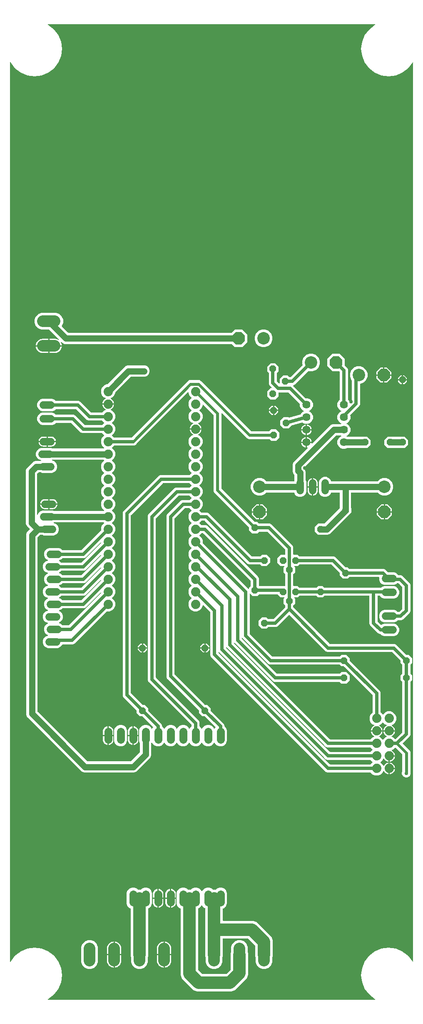
<source format=gbr>
G04 EAGLE Gerber RS-274X export*
G75*
%MOMM*%
%FSLAX34Y34*%
%LPD*%
%INTop Copper*%
%IPPOS*%
%AMOC8*
5,1,8,0,0,1.08239X$1,22.5*%
G01*
%ADD10C,2.400000*%
%ADD11C,1.879600*%
%ADD12C,1.648500*%
%ADD13C,1.524000*%
%ADD14C,2.540000*%
%ADD15P,2.749271X8X292.500000*%
%ADD16P,1.429621X8X202.500000*%
%ADD17P,1.429621X8X292.500000*%
%ADD18P,1.429621X8X112.500000*%
%ADD19P,1.429621X8X22.500000*%
%ADD20C,1.625600*%
%ADD21P,2.749271X8X22.500000*%
%ADD22P,2.749271X8X202.500000*%
%ADD23C,0.756400*%
%ADD24C,1.270000*%
%ADD25C,2.540000*%
%ADD26C,0.635000*%
%ADD27C,0.152400*%
%ADD28C,0.609600*%

G36*
X752473Y10179D02*
X752473Y10179D01*
X752573Y10193D01*
X752583Y10198D01*
X752595Y10200D01*
X752682Y10252D01*
X752770Y10300D01*
X752778Y10308D01*
X752788Y10315D01*
X752852Y10393D01*
X752918Y10468D01*
X752922Y10480D01*
X752930Y10489D01*
X752962Y10584D01*
X752998Y10678D01*
X752998Y10690D01*
X753001Y10701D01*
X752998Y10801D01*
X752999Y10902D01*
X752995Y10914D01*
X752995Y10926D01*
X752957Y11018D01*
X752923Y11113D01*
X752915Y11122D01*
X752911Y11133D01*
X752843Y11208D01*
X752778Y11284D01*
X752766Y11291D01*
X752759Y11299D01*
X752718Y11320D01*
X752617Y11381D01*
X752062Y11611D01*
X740490Y20490D01*
X731611Y32062D01*
X726029Y45538D01*
X724125Y60000D01*
X726029Y74462D01*
X731611Y87938D01*
X740490Y99510D01*
X752062Y108389D01*
X765538Y113971D01*
X780000Y115875D01*
X794462Y113971D01*
X807938Y108389D01*
X819510Y99510D01*
X828389Y87938D01*
X828619Y87383D01*
X828673Y87299D01*
X828725Y87212D01*
X828734Y87204D01*
X828740Y87194D01*
X828821Y87134D01*
X828899Y87070D01*
X828910Y87067D01*
X828920Y87059D01*
X829016Y87031D01*
X829111Y86999D01*
X829123Y86999D01*
X829135Y86996D01*
X829235Y87002D01*
X829336Y87005D01*
X829347Y87010D01*
X829358Y87010D01*
X829450Y87052D01*
X829543Y87089D01*
X829552Y87097D01*
X829563Y87102D01*
X829635Y87173D01*
X829709Y87241D01*
X829715Y87251D01*
X829723Y87260D01*
X829765Y87351D01*
X829812Y87440D01*
X829814Y87453D01*
X829818Y87463D01*
X829822Y87508D01*
X829839Y87626D01*
X829839Y1912374D01*
X829821Y1912473D01*
X829807Y1912573D01*
X829802Y1912583D01*
X829800Y1912595D01*
X829748Y1912682D01*
X829700Y1912770D01*
X829692Y1912778D01*
X829685Y1912788D01*
X829607Y1912852D01*
X829532Y1912918D01*
X829520Y1912922D01*
X829511Y1912930D01*
X829416Y1912962D01*
X829322Y1912997D01*
X829310Y1912998D01*
X829299Y1913001D01*
X829199Y1912998D01*
X829098Y1912999D01*
X829086Y1912995D01*
X829074Y1912995D01*
X828982Y1912957D01*
X828887Y1912923D01*
X828878Y1912915D01*
X828867Y1912910D01*
X828792Y1912843D01*
X828716Y1912777D01*
X828709Y1912766D01*
X828701Y1912759D01*
X828680Y1912718D01*
X828619Y1912617D01*
X828389Y1912062D01*
X819510Y1900490D01*
X807938Y1891611D01*
X794462Y1886029D01*
X780000Y1884125D01*
X765538Y1886029D01*
X752062Y1891611D01*
X740490Y1900490D01*
X731611Y1912062D01*
X726029Y1925538D01*
X724125Y1940000D01*
X726029Y1954461D01*
X731611Y1967938D01*
X740490Y1979510D01*
X752062Y1988389D01*
X752617Y1988619D01*
X752701Y1988673D01*
X752788Y1988725D01*
X752796Y1988734D01*
X752806Y1988740D01*
X752866Y1988821D01*
X752930Y1988899D01*
X752933Y1988910D01*
X752941Y1988920D01*
X752969Y1989016D01*
X753001Y1989111D01*
X753001Y1989123D01*
X753004Y1989135D01*
X752998Y1989235D01*
X752995Y1989336D01*
X752990Y1989347D01*
X752990Y1989358D01*
X752948Y1989450D01*
X752911Y1989543D01*
X752902Y1989552D01*
X752898Y1989563D01*
X752827Y1989635D01*
X752759Y1989709D01*
X752749Y1989714D01*
X752740Y1989723D01*
X752649Y1989766D01*
X752560Y1989812D01*
X752547Y1989814D01*
X752537Y1989818D01*
X752491Y1989822D01*
X752374Y1989839D01*
X87626Y1989839D01*
X87527Y1989821D01*
X87427Y1989807D01*
X87417Y1989802D01*
X87405Y1989800D01*
X87318Y1989748D01*
X87230Y1989700D01*
X87222Y1989692D01*
X87212Y1989685D01*
X87148Y1989607D01*
X87082Y1989532D01*
X87078Y1989520D01*
X87070Y1989511D01*
X87038Y1989416D01*
X87003Y1989322D01*
X87002Y1989310D01*
X86999Y1989299D01*
X87002Y1989199D01*
X87001Y1989098D01*
X87005Y1989086D01*
X87005Y1989074D01*
X87043Y1988982D01*
X87077Y1988887D01*
X87085Y1988878D01*
X87090Y1988867D01*
X87157Y1988792D01*
X87223Y1988716D01*
X87234Y1988709D01*
X87241Y1988701D01*
X87282Y1988680D01*
X87383Y1988619D01*
X87938Y1988389D01*
X99510Y1979510D01*
X108389Y1967938D01*
X113971Y1954462D01*
X115875Y1940000D01*
X113971Y1925538D01*
X108389Y1912062D01*
X99510Y1900490D01*
X87938Y1891611D01*
X74462Y1886029D01*
X60000Y1884125D01*
X45538Y1886029D01*
X32062Y1891611D01*
X20490Y1900490D01*
X11611Y1912062D01*
X11381Y1912617D01*
X11327Y1912701D01*
X11275Y1912788D01*
X11266Y1912796D01*
X11260Y1912806D01*
X11179Y1912866D01*
X11101Y1912930D01*
X11090Y1912933D01*
X11080Y1912940D01*
X10984Y1912969D01*
X10889Y1913001D01*
X10877Y1913001D01*
X10865Y1913004D01*
X10765Y1912998D01*
X10664Y1912995D01*
X10653Y1912990D01*
X10642Y1912990D01*
X10550Y1912948D01*
X10457Y1912910D01*
X10448Y1912902D01*
X10437Y1912898D01*
X10365Y1912827D01*
X10291Y1912759D01*
X10285Y1912748D01*
X10277Y1912740D01*
X10235Y1912649D01*
X10188Y1912559D01*
X10186Y1912547D01*
X10182Y1912537D01*
X10178Y1912491D01*
X10161Y1912374D01*
X10161Y87626D01*
X10179Y87527D01*
X10193Y87427D01*
X10198Y87417D01*
X10200Y87405D01*
X10252Y87318D01*
X10300Y87230D01*
X10308Y87222D01*
X10315Y87212D01*
X10393Y87148D01*
X10468Y87082D01*
X10480Y87078D01*
X10489Y87070D01*
X10584Y87038D01*
X10678Y87002D01*
X10690Y87002D01*
X10701Y86999D01*
X10801Y87002D01*
X10902Y87001D01*
X10914Y87005D01*
X10926Y87005D01*
X11018Y87043D01*
X11113Y87077D01*
X11122Y87085D01*
X11133Y87089D01*
X11208Y87157D01*
X11284Y87222D01*
X11291Y87234D01*
X11299Y87241D01*
X11320Y87282D01*
X11381Y87383D01*
X11611Y87938D01*
X20490Y99510D01*
X32062Y108389D01*
X45538Y113971D01*
X60000Y115875D01*
X74462Y113971D01*
X87938Y108389D01*
X99510Y99510D01*
X108389Y87938D01*
X113971Y74462D01*
X115875Y60000D01*
X113971Y45538D01*
X108389Y32062D01*
X99510Y20490D01*
X87938Y11611D01*
X87383Y11381D01*
X87299Y11327D01*
X87212Y11275D01*
X87204Y11266D01*
X87194Y11260D01*
X87134Y11179D01*
X87070Y11101D01*
X87067Y11090D01*
X87059Y11080D01*
X87031Y10984D01*
X86999Y10889D01*
X86999Y10877D01*
X86996Y10865D01*
X87002Y10765D01*
X87005Y10664D01*
X87010Y10653D01*
X87010Y10642D01*
X87052Y10550D01*
X87089Y10457D01*
X87097Y10448D01*
X87102Y10437D01*
X87173Y10365D01*
X87241Y10291D01*
X87251Y10285D01*
X87260Y10277D01*
X87351Y10235D01*
X87440Y10188D01*
X87453Y10186D01*
X87463Y10182D01*
X87508Y10178D01*
X87626Y10161D01*
X752374Y10161D01*
X752473Y10179D01*
G37*
%LPC*%
G36*
X814212Y461037D02*
X814212Y461037D01*
X810955Y462387D01*
X808462Y464880D01*
X807112Y468137D01*
X807112Y471663D01*
X807798Y473318D01*
X807805Y473348D01*
X807819Y473376D01*
X807836Y473493D01*
X807846Y473538D01*
X807844Y473548D01*
X807846Y473561D01*
X807846Y507545D01*
X807839Y507587D01*
X807841Y507629D01*
X807819Y507697D01*
X807807Y507766D01*
X807785Y507803D01*
X807772Y507843D01*
X807718Y507916D01*
X807692Y507959D01*
X807676Y507973D01*
X807660Y507994D01*
X793926Y521728D01*
X793872Y521766D01*
X793824Y521811D01*
X793781Y521829D01*
X793742Y521856D01*
X793678Y521873D01*
X793618Y521898D01*
X793570Y521900D01*
X793525Y521912D01*
X793459Y521905D01*
X793393Y521908D01*
X793348Y521894D01*
X793301Y521889D01*
X793243Y521860D01*
X793180Y521840D01*
X793136Y521807D01*
X793100Y521790D01*
X793073Y521761D01*
X793029Y521728D01*
X789252Y517951D01*
X786295Y516726D01*
X786241Y516691D01*
X786182Y516665D01*
X786147Y516631D01*
X786106Y516605D01*
X786067Y516553D01*
X786021Y516508D01*
X786000Y516464D01*
X785971Y516425D01*
X785953Y516364D01*
X785925Y516305D01*
X785921Y516257D01*
X785907Y516210D01*
X785912Y516146D01*
X785906Y516082D01*
X785919Y516035D01*
X785922Y515986D01*
X785949Y515928D01*
X785966Y515866D01*
X785994Y515826D01*
X786014Y515782D01*
X786059Y515736D01*
X786097Y515684D01*
X786143Y515651D01*
X786172Y515622D01*
X786206Y515606D01*
X786250Y515575D01*
X787307Y515036D01*
X788828Y513931D01*
X790156Y512603D01*
X791261Y511082D01*
X792114Y509408D01*
X792695Y507621D01*
X792937Y506094D01*
X781685Y506094D01*
X781620Y506083D01*
X781555Y506081D01*
X781511Y506063D01*
X781464Y506055D01*
X781408Y506021D01*
X781347Y505996D01*
X781312Y505964D01*
X781271Y505940D01*
X781230Y505889D01*
X781181Y505845D01*
X781159Y505803D01*
X781130Y505766D01*
X781109Y505704D01*
X781079Y505645D01*
X781070Y505591D01*
X781058Y505554D01*
X781059Y505514D01*
X781051Y505460D01*
X781051Y504824D01*
X780415Y504824D01*
X780350Y504812D01*
X780284Y504811D01*
X780241Y504793D01*
X780194Y504784D01*
X780137Y504751D01*
X780077Y504726D01*
X780042Y504694D01*
X780001Y504670D01*
X779960Y504619D01*
X779911Y504575D01*
X779889Y504533D01*
X779860Y504496D01*
X779839Y504434D01*
X779808Y504375D01*
X779800Y504321D01*
X779788Y504284D01*
X779789Y504244D01*
X779781Y504190D01*
X779781Y492938D01*
X778254Y493180D01*
X776467Y493761D01*
X774793Y494614D01*
X773272Y495719D01*
X771944Y497047D01*
X770839Y498568D01*
X770300Y499625D01*
X770261Y499677D01*
X770231Y499733D01*
X770194Y499765D01*
X770165Y499804D01*
X770110Y499839D01*
X770062Y499881D01*
X770016Y499898D01*
X769975Y499924D01*
X769912Y499938D01*
X769852Y499961D01*
X769803Y499961D01*
X769756Y499971D01*
X769692Y499962D01*
X769628Y499962D01*
X769582Y499946D01*
X769534Y499939D01*
X769477Y499908D01*
X769417Y499886D01*
X769380Y499854D01*
X769337Y499831D01*
X769295Y499782D01*
X769246Y499741D01*
X769216Y499692D01*
X769190Y499662D01*
X769177Y499626D01*
X769149Y499580D01*
X767924Y496623D01*
X763875Y492573D01*
X763837Y492520D01*
X763792Y492472D01*
X763773Y492428D01*
X763746Y492389D01*
X763730Y492326D01*
X763704Y492265D01*
X763702Y492218D01*
X763690Y492172D01*
X763697Y492107D01*
X763694Y492041D01*
X763709Y491996D01*
X763714Y491949D01*
X763743Y491890D01*
X763763Y491827D01*
X763796Y491783D01*
X763813Y491748D01*
X763842Y491721D01*
X763875Y491677D01*
X767924Y487627D01*
X769149Y484670D01*
X769184Y484616D01*
X769210Y484557D01*
X769244Y484522D01*
X769270Y484481D01*
X769322Y484442D01*
X769367Y484396D01*
X769411Y484375D01*
X769450Y484346D01*
X769511Y484328D01*
X769570Y484300D01*
X769618Y484296D01*
X769665Y484282D01*
X769729Y484287D01*
X769793Y484281D01*
X769840Y484294D01*
X769889Y484297D01*
X769947Y484324D01*
X770009Y484341D01*
X770049Y484369D01*
X770093Y484389D01*
X770139Y484434D01*
X770191Y484472D01*
X770224Y484518D01*
X770253Y484547D01*
X770269Y484581D01*
X770300Y484625D01*
X770839Y485682D01*
X771944Y487203D01*
X773272Y488531D01*
X774793Y489636D01*
X776467Y490489D01*
X778254Y491070D01*
X779781Y491312D01*
X779781Y480060D01*
X779792Y479995D01*
X779794Y479930D01*
X779812Y479886D01*
X779820Y479839D01*
X779854Y479783D01*
X779879Y479722D01*
X779910Y479687D01*
X779935Y479646D01*
X779986Y479605D01*
X780030Y479556D01*
X780072Y479534D01*
X780109Y479505D01*
X780171Y479484D01*
X780230Y479454D01*
X780284Y479445D01*
X780321Y479433D01*
X780361Y479434D01*
X780415Y479426D01*
X781051Y479426D01*
X781051Y479424D01*
X780415Y479424D01*
X780350Y479412D01*
X780284Y479411D01*
X780241Y479393D01*
X780194Y479384D01*
X780137Y479351D01*
X780077Y479326D01*
X780042Y479294D01*
X780001Y479270D01*
X779960Y479219D01*
X779911Y479175D01*
X779889Y479133D01*
X779860Y479096D01*
X779839Y479034D01*
X779808Y478975D01*
X779800Y478921D01*
X779788Y478884D01*
X779789Y478844D01*
X779781Y478790D01*
X779781Y467538D01*
X778254Y467780D01*
X776467Y468361D01*
X774793Y469214D01*
X773272Y470319D01*
X771944Y471647D01*
X770839Y473168D01*
X770300Y474225D01*
X770261Y474277D01*
X770231Y474333D01*
X770194Y474365D01*
X770165Y474404D01*
X770110Y474439D01*
X770062Y474481D01*
X770016Y474498D01*
X769975Y474524D01*
X769912Y474538D01*
X769852Y474561D01*
X769803Y474561D01*
X769756Y474571D01*
X769692Y474562D01*
X769628Y474562D01*
X769582Y474546D01*
X769534Y474539D01*
X769477Y474508D01*
X769417Y474486D01*
X769380Y474454D01*
X769337Y474431D01*
X769295Y474382D01*
X769246Y474341D01*
X769216Y474292D01*
X769190Y474262D01*
X769177Y474226D01*
X769149Y474180D01*
X767924Y471223D01*
X763852Y467151D01*
X758530Y464946D01*
X752770Y464946D01*
X747448Y467151D01*
X743615Y470983D01*
X743581Y471008D01*
X743552Y471039D01*
X743489Y471071D01*
X743431Y471112D01*
X743390Y471122D01*
X743352Y471142D01*
X743263Y471155D01*
X743214Y471168D01*
X743193Y471165D01*
X743167Y471169D01*
X655583Y471169D01*
X652548Y472426D01*
X418451Y706523D01*
X417194Y709558D01*
X417194Y796418D01*
X417187Y796459D01*
X417189Y796502D01*
X417167Y796569D01*
X417155Y796638D01*
X417133Y796675D01*
X417120Y796715D01*
X417066Y796788D01*
X417040Y796832D01*
X417024Y796845D01*
X417008Y796866D01*
X402911Y810963D01*
X402838Y811014D01*
X402769Y811070D01*
X402747Y811078D01*
X402727Y811091D01*
X402641Y811113D01*
X402557Y811142D01*
X402533Y811141D01*
X402510Y811147D01*
X402421Y811138D01*
X402332Y811135D01*
X402310Y811126D01*
X402287Y811124D01*
X402207Y811084D01*
X402125Y811051D01*
X402107Y811035D01*
X402086Y811025D01*
X402025Y810960D01*
X401959Y810900D01*
X401948Y810879D01*
X401932Y810861D01*
X401897Y810779D01*
X401856Y810700D01*
X401853Y810674D01*
X401844Y810655D01*
X401842Y810604D01*
X401829Y810515D01*
X401829Y809920D01*
X399624Y804598D01*
X395552Y800526D01*
X390230Y798321D01*
X384470Y798321D01*
X379148Y800526D01*
X375076Y804598D01*
X372871Y809920D01*
X372871Y815680D01*
X375076Y821002D01*
X379125Y825052D01*
X379163Y825105D01*
X379208Y825153D01*
X379227Y825197D01*
X379254Y825236D01*
X379270Y825299D01*
X379296Y825360D01*
X379298Y825407D01*
X379310Y825453D01*
X379303Y825518D01*
X379306Y825584D01*
X379291Y825629D01*
X379286Y825676D01*
X379257Y825735D01*
X379237Y825798D01*
X379204Y825842D01*
X379187Y825877D01*
X379158Y825904D01*
X379125Y825948D01*
X375076Y829998D01*
X372871Y835320D01*
X372871Y841080D01*
X375076Y846402D01*
X379125Y850452D01*
X379163Y850505D01*
X379208Y850553D01*
X379227Y850597D01*
X379254Y850636D01*
X379270Y850699D01*
X379296Y850760D01*
X379298Y850807D01*
X379310Y850853D01*
X379303Y850918D01*
X379306Y850984D01*
X379291Y851029D01*
X379286Y851076D01*
X379257Y851135D01*
X379237Y851198D01*
X379204Y851242D01*
X379187Y851277D01*
X379158Y851304D01*
X379125Y851348D01*
X375076Y855398D01*
X372871Y860720D01*
X372871Y866480D01*
X375076Y871802D01*
X379125Y875852D01*
X379163Y875905D01*
X379208Y875953D01*
X379227Y875997D01*
X379254Y876036D01*
X379270Y876099D01*
X379296Y876160D01*
X379298Y876207D01*
X379310Y876253D01*
X379303Y876318D01*
X379306Y876384D01*
X379291Y876429D01*
X379286Y876476D01*
X379257Y876535D01*
X379237Y876598D01*
X379204Y876642D01*
X379187Y876677D01*
X379158Y876704D01*
X379125Y876748D01*
X375076Y880798D01*
X372871Y886120D01*
X372871Y891880D01*
X375076Y897202D01*
X379125Y901252D01*
X379163Y901305D01*
X379208Y901353D01*
X379227Y901397D01*
X379254Y901436D01*
X379270Y901499D01*
X379296Y901560D01*
X379298Y901607D01*
X379310Y901653D01*
X379303Y901718D01*
X379306Y901784D01*
X379291Y901829D01*
X379286Y901876D01*
X379257Y901935D01*
X379237Y901998D01*
X379204Y902042D01*
X379187Y902077D01*
X379158Y902104D01*
X379125Y902148D01*
X375076Y906198D01*
X372871Y911520D01*
X372871Y917280D01*
X375076Y922602D01*
X379125Y926652D01*
X379163Y926705D01*
X379208Y926753D01*
X379227Y926797D01*
X379254Y926836D01*
X379270Y926899D01*
X379296Y926960D01*
X379298Y927007D01*
X379310Y927053D01*
X379303Y927118D01*
X379306Y927184D01*
X379291Y927229D01*
X379286Y927276D01*
X379257Y927335D01*
X379237Y927398D01*
X379204Y927442D01*
X379187Y927477D01*
X379158Y927504D01*
X379125Y927548D01*
X375076Y931598D01*
X372871Y936920D01*
X372871Y942680D01*
X375076Y948002D01*
X379125Y952052D01*
X379163Y952105D01*
X379208Y952153D01*
X379227Y952197D01*
X379254Y952236D01*
X379270Y952299D01*
X379296Y952360D01*
X379298Y952407D01*
X379310Y952453D01*
X379303Y952518D01*
X379306Y952584D01*
X379291Y952629D01*
X379286Y952676D01*
X379257Y952735D01*
X379237Y952798D01*
X379204Y952842D01*
X379187Y952877D01*
X379158Y952904D01*
X379125Y952948D01*
X375076Y956998D01*
X372871Y962320D01*
X372871Y968080D01*
X375076Y973402D01*
X379125Y977452D01*
X379163Y977505D01*
X379208Y977553D01*
X379227Y977597D01*
X379254Y977636D01*
X379270Y977699D01*
X379296Y977760D01*
X379298Y977807D01*
X379310Y977853D01*
X379303Y977918D01*
X379306Y977984D01*
X379291Y978029D01*
X379286Y978076D01*
X379257Y978135D01*
X379237Y978198D01*
X379204Y978242D01*
X379187Y978277D01*
X379158Y978304D01*
X379125Y978348D01*
X375076Y982398D01*
X372871Y987720D01*
X372871Y993480D01*
X375076Y998802D01*
X379125Y1002852D01*
X379163Y1002905D01*
X379208Y1002953D01*
X379227Y1002997D01*
X379254Y1003036D01*
X379270Y1003099D01*
X379296Y1003160D01*
X379298Y1003207D01*
X379310Y1003253D01*
X379303Y1003318D01*
X379306Y1003384D01*
X379291Y1003429D01*
X379286Y1003476D01*
X379257Y1003535D01*
X379237Y1003598D01*
X379204Y1003642D01*
X379187Y1003677D01*
X379158Y1003704D01*
X379125Y1003748D01*
X375315Y1007558D01*
X375281Y1007583D01*
X375252Y1007614D01*
X375189Y1007646D01*
X375131Y1007687D01*
X375090Y1007697D01*
X375052Y1007717D01*
X374963Y1007730D01*
X374914Y1007743D01*
X374893Y1007740D01*
X374867Y1007744D01*
X365632Y1007744D01*
X365591Y1007737D01*
X365548Y1007739D01*
X365481Y1007717D01*
X365412Y1007705D01*
X365375Y1007683D01*
X365335Y1007670D01*
X365262Y1007616D01*
X365218Y1007590D01*
X365205Y1007574D01*
X365184Y1007558D01*
X344992Y987366D01*
X344967Y987331D01*
X344936Y987303D01*
X344904Y987240D01*
X344863Y987182D01*
X344853Y987141D01*
X344833Y987103D01*
X344822Y987027D01*
X344813Y986999D01*
X344813Y986986D01*
X344807Y986965D01*
X344810Y986944D01*
X344806Y986918D01*
X344806Y670432D01*
X344813Y670391D01*
X344811Y670348D01*
X344833Y670281D01*
X344845Y670212D01*
X344867Y670175D01*
X344880Y670135D01*
X344919Y670082D01*
X344921Y670077D01*
X344931Y670065D01*
X344934Y670062D01*
X344960Y670018D01*
X344976Y670005D01*
X344992Y669984D01*
X406205Y608771D01*
X406240Y608746D01*
X406268Y608715D01*
X406331Y608683D01*
X406389Y608642D01*
X406430Y608632D01*
X406468Y608612D01*
X406558Y608599D01*
X406606Y608586D01*
X406627Y608589D01*
X406653Y608585D01*
X411240Y608585D01*
X418085Y601740D01*
X418085Y597153D01*
X418092Y597112D01*
X418090Y597069D01*
X418112Y597002D01*
X418124Y596933D01*
X418146Y596896D01*
X418159Y596856D01*
X418213Y596783D01*
X418239Y596739D01*
X418255Y596726D01*
X418271Y596705D01*
X445149Y569827D01*
X446406Y566792D01*
X446406Y565191D01*
X446413Y565150D01*
X446411Y565107D01*
X446433Y565040D01*
X446445Y564971D01*
X446467Y564934D01*
X446480Y564894D01*
X446534Y564821D01*
X446560Y564777D01*
X446576Y564764D01*
X446592Y564743D01*
X449445Y561890D01*
X451473Y556993D01*
X451473Y535207D01*
X449445Y530310D01*
X445697Y526563D01*
X440800Y524534D01*
X435500Y524534D01*
X430603Y526563D01*
X426855Y530310D01*
X426036Y532288D01*
X425988Y532363D01*
X425946Y532441D01*
X425928Y532457D01*
X425915Y532477D01*
X425844Y532530D01*
X425777Y532589D01*
X425754Y532597D01*
X425735Y532612D01*
X425650Y532637D01*
X425567Y532669D01*
X425543Y532669D01*
X425520Y532676D01*
X425432Y532670D01*
X425343Y532670D01*
X425320Y532662D01*
X425297Y532661D01*
X425215Y532624D01*
X425132Y532594D01*
X425114Y532579D01*
X425092Y532569D01*
X425028Y532506D01*
X424961Y532449D01*
X424947Y532426D01*
X424932Y532411D01*
X424911Y532366D01*
X424864Y532288D01*
X424045Y530310D01*
X420297Y526563D01*
X415400Y524534D01*
X410100Y524534D01*
X405203Y526563D01*
X401455Y530310D01*
X400636Y532288D01*
X400588Y532363D01*
X400546Y532441D01*
X400528Y532457D01*
X400515Y532477D01*
X400444Y532530D01*
X400377Y532589D01*
X400354Y532597D01*
X400335Y532612D01*
X400250Y532637D01*
X400167Y532669D01*
X400143Y532669D01*
X400120Y532676D01*
X400032Y532670D01*
X399943Y532670D01*
X399920Y532662D01*
X399897Y532661D01*
X399815Y532624D01*
X399732Y532594D01*
X399714Y532579D01*
X399692Y532569D01*
X399628Y532506D01*
X399561Y532449D01*
X399547Y532426D01*
X399532Y532411D01*
X399511Y532366D01*
X399464Y532288D01*
X398645Y530310D01*
X394897Y526563D01*
X390000Y524534D01*
X384700Y524534D01*
X379803Y526563D01*
X376055Y530310D01*
X375236Y532288D01*
X375188Y532363D01*
X375146Y532441D01*
X375128Y532457D01*
X375115Y532477D01*
X375044Y532530D01*
X374977Y532589D01*
X374954Y532597D01*
X374935Y532612D01*
X374850Y532637D01*
X374767Y532669D01*
X374743Y532669D01*
X374720Y532676D01*
X374632Y532670D01*
X374543Y532670D01*
X374520Y532662D01*
X374497Y532661D01*
X374415Y532624D01*
X374332Y532594D01*
X374314Y532579D01*
X374292Y532569D01*
X374228Y532506D01*
X374161Y532449D01*
X374147Y532426D01*
X374132Y532411D01*
X374111Y532366D01*
X374064Y532288D01*
X373245Y530310D01*
X369497Y526563D01*
X364600Y524534D01*
X359300Y524534D01*
X354403Y526563D01*
X350655Y530310D01*
X349836Y532288D01*
X349788Y532363D01*
X349746Y532441D01*
X349728Y532457D01*
X349715Y532477D01*
X349644Y532530D01*
X349577Y532589D01*
X349554Y532597D01*
X349535Y532612D01*
X349450Y532637D01*
X349367Y532669D01*
X349343Y532669D01*
X349320Y532676D01*
X349232Y532670D01*
X349143Y532670D01*
X349120Y532662D01*
X349097Y532661D01*
X349015Y532624D01*
X348932Y532594D01*
X348914Y532579D01*
X348892Y532569D01*
X348828Y532506D01*
X348761Y532449D01*
X348747Y532426D01*
X348732Y532411D01*
X348711Y532366D01*
X348664Y532288D01*
X347845Y530310D01*
X344097Y526563D01*
X339200Y524534D01*
X333900Y524534D01*
X329003Y526563D01*
X325255Y530310D01*
X324436Y532288D01*
X324388Y532363D01*
X324346Y532441D01*
X324328Y532457D01*
X324315Y532477D01*
X324244Y532530D01*
X324177Y532589D01*
X324154Y532597D01*
X324135Y532612D01*
X324050Y532637D01*
X323967Y532669D01*
X323943Y532669D01*
X323920Y532676D01*
X323832Y532670D01*
X323743Y532670D01*
X323720Y532662D01*
X323697Y532661D01*
X323615Y532624D01*
X323532Y532594D01*
X323514Y532579D01*
X323492Y532569D01*
X323428Y532506D01*
X323361Y532449D01*
X323347Y532426D01*
X323332Y532411D01*
X323311Y532366D01*
X323264Y532288D01*
X322445Y530310D01*
X318697Y526563D01*
X313800Y524534D01*
X308500Y524534D01*
X303603Y526563D01*
X299855Y530310D01*
X299036Y532288D01*
X298988Y532363D01*
X298946Y532441D01*
X298928Y532457D01*
X298915Y532477D01*
X298844Y532530D01*
X298777Y532589D01*
X298754Y532597D01*
X298735Y532612D01*
X298650Y532637D01*
X298567Y532669D01*
X298543Y532669D01*
X298520Y532676D01*
X298432Y532670D01*
X298343Y532670D01*
X298320Y532662D01*
X298297Y532661D01*
X298215Y532624D01*
X298132Y532594D01*
X298114Y532579D01*
X298092Y532569D01*
X298028Y532506D01*
X297961Y532449D01*
X297947Y532426D01*
X297932Y532411D01*
X297911Y532366D01*
X297864Y532288D01*
X297229Y530755D01*
X297222Y530725D01*
X297208Y530698D01*
X297191Y530580D01*
X297181Y530536D01*
X297183Y530525D01*
X297181Y530512D01*
X297181Y505726D01*
X295440Y501525D01*
X266825Y472910D01*
X262624Y471169D01*
X160286Y471169D01*
X156085Y472910D01*
X44920Y584075D01*
X43179Y588276D01*
X43179Y955409D01*
X44920Y959610D01*
X50061Y964752D01*
X50099Y964805D01*
X50144Y964853D01*
X50162Y964897D01*
X50189Y964936D01*
X50206Y964999D01*
X50231Y965060D01*
X50233Y965107D01*
X50245Y965153D01*
X50238Y965218D01*
X50241Y965284D01*
X50227Y965329D01*
X50222Y965376D01*
X50193Y965435D01*
X50173Y965498D01*
X50140Y965542D01*
X50122Y965577D01*
X50094Y965604D01*
X50061Y965648D01*
X44285Y971425D01*
X42544Y975626D01*
X42544Y1084949D01*
X44285Y1089150D01*
X57025Y1101890D01*
X61226Y1103631D01*
X72386Y1103631D01*
X72417Y1103636D01*
X72447Y1103634D01*
X72562Y1103662D01*
X72607Y1103670D01*
X72617Y1103676D01*
X72629Y1103679D01*
X72892Y1103788D01*
X72967Y1103836D01*
X73045Y1103878D01*
X73061Y1103896D01*
X73081Y1103909D01*
X73135Y1103980D01*
X73193Y1104047D01*
X73202Y1104070D01*
X73216Y1104088D01*
X73241Y1104174D01*
X73273Y1104257D01*
X73273Y1104281D01*
X73280Y1104304D01*
X73274Y1104392D01*
X73275Y1104481D01*
X73267Y1104504D01*
X73265Y1104527D01*
X73229Y1104608D01*
X73198Y1104692D01*
X73183Y1104710D01*
X73173Y1104732D01*
X73111Y1104795D01*
X73053Y1104863D01*
X73030Y1104877D01*
X73016Y1104892D01*
X72970Y1104913D01*
X72892Y1104960D01*
X68371Y1106833D01*
X64798Y1110406D01*
X62864Y1115074D01*
X62864Y1120126D01*
X64798Y1124794D01*
X68371Y1128367D01*
X73039Y1130301D01*
X93331Y1130301D01*
X96281Y1129079D01*
X96311Y1129072D01*
X96338Y1129058D01*
X96455Y1129041D01*
X96500Y1129031D01*
X96511Y1129033D01*
X96524Y1129031D01*
X200242Y1129031D01*
X200284Y1129038D01*
X200326Y1129036D01*
X200393Y1129058D01*
X200463Y1129070D01*
X200499Y1129092D01*
X200540Y1129105D01*
X200613Y1129159D01*
X200656Y1129185D01*
X200669Y1129201D01*
X200690Y1129217D01*
X201325Y1129852D01*
X201363Y1129906D01*
X201408Y1129953D01*
X201427Y1129997D01*
X201454Y1130036D01*
X201470Y1130099D01*
X201496Y1130160D01*
X201498Y1130207D01*
X201510Y1130253D01*
X201503Y1130318D01*
X201506Y1130384D01*
X201491Y1130429D01*
X201486Y1130476D01*
X201457Y1130535D01*
X201437Y1130598D01*
X201404Y1130642D01*
X201387Y1130677D01*
X201358Y1130704D01*
X201325Y1130748D01*
X197276Y1134798D01*
X195071Y1140120D01*
X195071Y1145880D01*
X197276Y1151202D01*
X201325Y1155252D01*
X201363Y1155306D01*
X201408Y1155353D01*
X201427Y1155397D01*
X201454Y1155436D01*
X201470Y1155499D01*
X201496Y1155560D01*
X201498Y1155607D01*
X201510Y1155653D01*
X201503Y1155718D01*
X201506Y1155784D01*
X201491Y1155829D01*
X201486Y1155876D01*
X201457Y1155935D01*
X201437Y1155998D01*
X201404Y1156042D01*
X201387Y1156077D01*
X201358Y1156104D01*
X201325Y1156148D01*
X197515Y1159958D01*
X197481Y1159983D01*
X197452Y1160014D01*
X197389Y1160046D01*
X197331Y1160087D01*
X197290Y1160097D01*
X197252Y1160117D01*
X197163Y1160130D01*
X197114Y1160143D01*
X197093Y1160140D01*
X197067Y1160144D01*
X157108Y1160144D01*
X154073Y1161401D01*
X134561Y1180913D01*
X134526Y1180938D01*
X134498Y1180969D01*
X134435Y1181001D01*
X134377Y1181042D01*
X134336Y1181052D01*
X134298Y1181072D01*
X134208Y1181085D01*
X134160Y1181098D01*
X134139Y1181095D01*
X134113Y1181099D01*
X103314Y1181099D01*
X103272Y1181092D01*
X103229Y1181094D01*
X103162Y1181072D01*
X103093Y1181060D01*
X103056Y1181038D01*
X103016Y1181025D01*
X102943Y1180971D01*
X102900Y1180945D01*
X102886Y1180929D01*
X102865Y1180913D01*
X100539Y1178588D01*
X95871Y1176654D01*
X75579Y1176654D01*
X70911Y1178588D01*
X67338Y1182161D01*
X65404Y1186829D01*
X65404Y1191881D01*
X67338Y1196549D01*
X70911Y1200122D01*
X75579Y1202056D01*
X95871Y1202056D01*
X100539Y1200122D01*
X102865Y1197797D01*
X102900Y1197772D01*
X102929Y1197741D01*
X102991Y1197709D01*
X103049Y1197668D01*
X103090Y1197658D01*
X103128Y1197638D01*
X103218Y1197625D01*
X103267Y1197612D01*
X103287Y1197615D01*
X103314Y1197611D01*
X139437Y1197611D01*
X142472Y1196354D01*
X161984Y1176842D01*
X162019Y1176817D01*
X162047Y1176786D01*
X162110Y1176754D01*
X162168Y1176713D01*
X162209Y1176703D01*
X162247Y1176683D01*
X162337Y1176670D01*
X162385Y1176657D01*
X162406Y1176660D01*
X162432Y1176656D01*
X197067Y1176656D01*
X197109Y1176663D01*
X197151Y1176661D01*
X197218Y1176683D01*
X197288Y1176695D01*
X197324Y1176717D01*
X197365Y1176730D01*
X197438Y1176784D01*
X197481Y1176810D01*
X197494Y1176826D01*
X197515Y1176842D01*
X201325Y1180652D01*
X201363Y1180706D01*
X201408Y1180753D01*
X201427Y1180797D01*
X201454Y1180836D01*
X201470Y1180899D01*
X201496Y1180960D01*
X201498Y1181007D01*
X201510Y1181053D01*
X201503Y1181118D01*
X201506Y1181184D01*
X201491Y1181229D01*
X201486Y1181276D01*
X201457Y1181335D01*
X201437Y1181398D01*
X201404Y1181442D01*
X201387Y1181477D01*
X201358Y1181504D01*
X201325Y1181548D01*
X197515Y1185358D01*
X197481Y1185383D01*
X197452Y1185414D01*
X197389Y1185446D01*
X197331Y1185487D01*
X197290Y1185497D01*
X197252Y1185517D01*
X197163Y1185530D01*
X197114Y1185543D01*
X197093Y1185540D01*
X197067Y1185544D01*
X169808Y1185544D01*
X166773Y1186801D01*
X144721Y1208853D01*
X144686Y1208878D01*
X144658Y1208909D01*
X144595Y1208941D01*
X144537Y1208982D01*
X144496Y1208992D01*
X144458Y1209012D01*
X144368Y1209025D01*
X144320Y1209038D01*
X144299Y1209035D01*
X144273Y1209039D01*
X103314Y1209039D01*
X103272Y1209032D01*
X103229Y1209034D01*
X103162Y1209012D01*
X103093Y1209000D01*
X103056Y1208978D01*
X103016Y1208965D01*
X102943Y1208911D01*
X102900Y1208885D01*
X102886Y1208869D01*
X102865Y1208853D01*
X100539Y1206528D01*
X95871Y1204594D01*
X75579Y1204594D01*
X70911Y1206528D01*
X67338Y1210101D01*
X65404Y1214769D01*
X65404Y1219821D01*
X67338Y1224489D01*
X70911Y1228062D01*
X75579Y1229996D01*
X95871Y1229996D01*
X100539Y1228062D01*
X102865Y1225737D01*
X102900Y1225712D01*
X102929Y1225681D01*
X102991Y1225649D01*
X103049Y1225608D01*
X103090Y1225598D01*
X103128Y1225578D01*
X103218Y1225565D01*
X103267Y1225552D01*
X103287Y1225555D01*
X103314Y1225551D01*
X149597Y1225551D01*
X152632Y1224294D01*
X174684Y1202242D01*
X174719Y1202217D01*
X174747Y1202186D01*
X174810Y1202154D01*
X174868Y1202113D01*
X174909Y1202103D01*
X174947Y1202083D01*
X175037Y1202070D01*
X175085Y1202057D01*
X175106Y1202060D01*
X175132Y1202056D01*
X197067Y1202056D01*
X197109Y1202063D01*
X197151Y1202061D01*
X197218Y1202083D01*
X197288Y1202095D01*
X197324Y1202117D01*
X197365Y1202130D01*
X197438Y1202184D01*
X197481Y1202210D01*
X197494Y1202226D01*
X197515Y1202242D01*
X201348Y1206074D01*
X204305Y1207299D01*
X204359Y1207334D01*
X204418Y1207360D01*
X204453Y1207394D01*
X204494Y1207420D01*
X204533Y1207472D01*
X204579Y1207517D01*
X204600Y1207561D01*
X204629Y1207600D01*
X204647Y1207661D01*
X204675Y1207720D01*
X204679Y1207768D01*
X204693Y1207815D01*
X204688Y1207879D01*
X204694Y1207943D01*
X204681Y1207990D01*
X204678Y1208039D01*
X204651Y1208097D01*
X204634Y1208159D01*
X204606Y1208199D01*
X204586Y1208243D01*
X204541Y1208289D01*
X204503Y1208341D01*
X204457Y1208374D01*
X204428Y1208403D01*
X204394Y1208419D01*
X204350Y1208450D01*
X203293Y1208989D01*
X201772Y1210094D01*
X200444Y1211422D01*
X199339Y1212943D01*
X198486Y1214617D01*
X197905Y1216404D01*
X197663Y1217931D01*
X208915Y1217931D01*
X208980Y1217942D01*
X209045Y1217944D01*
X209089Y1217962D01*
X209136Y1217970D01*
X209192Y1218004D01*
X209253Y1218029D01*
X209288Y1218060D01*
X209329Y1218085D01*
X209370Y1218136D01*
X209419Y1218180D01*
X209441Y1218222D01*
X209470Y1218259D01*
X209491Y1218321D01*
X209521Y1218380D01*
X209530Y1218434D01*
X209542Y1218471D01*
X209541Y1218511D01*
X209549Y1218565D01*
X209549Y1219835D01*
X209537Y1219900D01*
X209536Y1219965D01*
X209518Y1220009D01*
X209509Y1220056D01*
X209476Y1220113D01*
X209451Y1220173D01*
X209419Y1220208D01*
X209395Y1220249D01*
X209344Y1220290D01*
X209300Y1220339D01*
X209258Y1220361D01*
X209221Y1220390D01*
X209159Y1220411D01*
X209100Y1220442D01*
X209046Y1220450D01*
X209009Y1220462D01*
X208969Y1220461D01*
X208915Y1220469D01*
X197663Y1220469D01*
X197905Y1221996D01*
X198486Y1223783D01*
X199339Y1225457D01*
X200444Y1226978D01*
X201772Y1228306D01*
X203293Y1229411D01*
X204350Y1229950D01*
X204402Y1229989D01*
X204458Y1230019D01*
X204490Y1230056D01*
X204529Y1230085D01*
X204564Y1230140D01*
X204606Y1230188D01*
X204623Y1230234D01*
X204649Y1230275D01*
X204663Y1230338D01*
X204686Y1230398D01*
X204686Y1230447D01*
X204696Y1230494D01*
X204687Y1230558D01*
X204687Y1230622D01*
X204671Y1230668D01*
X204664Y1230716D01*
X204633Y1230773D01*
X204611Y1230833D01*
X204579Y1230870D01*
X204556Y1230913D01*
X204507Y1230955D01*
X204466Y1231004D01*
X204417Y1231034D01*
X204387Y1231060D01*
X204351Y1231073D01*
X204305Y1231101D01*
X201348Y1232326D01*
X197276Y1236398D01*
X195071Y1241720D01*
X195071Y1247480D01*
X197276Y1252802D01*
X201348Y1256874D01*
X206670Y1259079D01*
X207601Y1259079D01*
X207642Y1259086D01*
X207685Y1259084D01*
X207752Y1259106D01*
X207821Y1259118D01*
X207858Y1259140D01*
X207898Y1259153D01*
X207971Y1259207D01*
X208015Y1259233D01*
X208028Y1259249D01*
X208049Y1259265D01*
X244350Y1295565D01*
X248551Y1297306D01*
X284849Y1297306D01*
X289050Y1295565D01*
X292265Y1292350D01*
X294006Y1288149D01*
X294006Y1283601D01*
X292265Y1279400D01*
X289050Y1276185D01*
X284849Y1274444D01*
X255822Y1274444D01*
X255781Y1274437D01*
X255738Y1274439D01*
X255671Y1274417D01*
X255602Y1274405D01*
X255565Y1274383D01*
X255525Y1274370D01*
X255452Y1274316D01*
X255408Y1274290D01*
X255395Y1274274D01*
X255374Y1274258D01*
X224215Y1243099D01*
X224190Y1243064D01*
X224159Y1243035D01*
X224127Y1242973D01*
X224086Y1242915D01*
X224076Y1242874D01*
X224056Y1242836D01*
X224043Y1242746D01*
X224030Y1242698D01*
X224033Y1242677D01*
X224029Y1242651D01*
X224029Y1241720D01*
X221824Y1236398D01*
X217752Y1232326D01*
X214795Y1231101D01*
X214741Y1231066D01*
X214682Y1231040D01*
X214647Y1231006D01*
X214606Y1230980D01*
X214567Y1230928D01*
X214521Y1230883D01*
X214500Y1230839D01*
X214471Y1230800D01*
X214453Y1230739D01*
X214425Y1230680D01*
X214421Y1230632D01*
X214407Y1230585D01*
X214412Y1230521D01*
X214406Y1230457D01*
X214419Y1230410D01*
X214422Y1230361D01*
X214449Y1230303D01*
X214466Y1230241D01*
X214494Y1230201D01*
X214514Y1230157D01*
X214559Y1230111D01*
X214597Y1230059D01*
X214643Y1230026D01*
X214672Y1229997D01*
X214706Y1229981D01*
X214750Y1229950D01*
X215807Y1229411D01*
X217328Y1228306D01*
X218656Y1226978D01*
X219761Y1225457D01*
X220614Y1223783D01*
X221195Y1221996D01*
X221437Y1220469D01*
X210185Y1220469D01*
X210120Y1220458D01*
X210055Y1220456D01*
X210011Y1220438D01*
X209964Y1220430D01*
X209908Y1220396D01*
X209847Y1220371D01*
X209812Y1220339D01*
X209771Y1220315D01*
X209730Y1220264D01*
X209681Y1220220D01*
X209659Y1220178D01*
X209630Y1220141D01*
X209609Y1220079D01*
X209579Y1220020D01*
X209570Y1219966D01*
X209558Y1219929D01*
X209559Y1219889D01*
X209551Y1219835D01*
X209551Y1218565D01*
X209563Y1218500D01*
X209564Y1218434D01*
X209582Y1218391D01*
X209591Y1218344D01*
X209624Y1218287D01*
X209649Y1218227D01*
X209681Y1218192D01*
X209705Y1218151D01*
X209756Y1218110D01*
X209800Y1218061D01*
X209842Y1218039D01*
X209879Y1218010D01*
X209941Y1217989D01*
X210000Y1217958D01*
X210054Y1217950D01*
X210091Y1217938D01*
X210131Y1217939D01*
X210185Y1217931D01*
X221437Y1217931D01*
X221195Y1216404D01*
X220614Y1214617D01*
X219761Y1212943D01*
X218656Y1211422D01*
X217328Y1210094D01*
X215807Y1208989D01*
X214750Y1208450D01*
X214698Y1208411D01*
X214642Y1208381D01*
X214610Y1208344D01*
X214571Y1208315D01*
X214536Y1208260D01*
X214494Y1208212D01*
X214477Y1208166D01*
X214451Y1208125D01*
X214437Y1208062D01*
X214414Y1208002D01*
X214414Y1207953D01*
X214404Y1207906D01*
X214413Y1207842D01*
X214413Y1207778D01*
X214429Y1207732D01*
X214436Y1207684D01*
X214467Y1207627D01*
X214489Y1207567D01*
X214521Y1207530D01*
X214544Y1207487D01*
X214593Y1207445D01*
X214634Y1207396D01*
X214683Y1207366D01*
X214713Y1207340D01*
X214749Y1207327D01*
X214795Y1207299D01*
X217752Y1206074D01*
X221824Y1202002D01*
X224029Y1196680D01*
X224029Y1190920D01*
X221824Y1185598D01*
X217775Y1181548D01*
X217737Y1181495D01*
X217692Y1181447D01*
X217673Y1181403D01*
X217646Y1181364D01*
X217630Y1181301D01*
X217604Y1181240D01*
X217602Y1181193D01*
X217590Y1181147D01*
X217597Y1181082D01*
X217594Y1181016D01*
X217609Y1180971D01*
X217614Y1180924D01*
X217643Y1180865D01*
X217663Y1180802D01*
X217696Y1180758D01*
X217713Y1180723D01*
X217742Y1180696D01*
X217775Y1180652D01*
X221824Y1176602D01*
X224029Y1171280D01*
X224029Y1165520D01*
X221824Y1160198D01*
X217775Y1156148D01*
X217737Y1156095D01*
X217692Y1156047D01*
X217673Y1156003D01*
X217646Y1155964D01*
X217630Y1155901D01*
X217604Y1155840D01*
X217602Y1155793D01*
X217590Y1155747D01*
X217597Y1155682D01*
X217594Y1155616D01*
X217609Y1155571D01*
X217614Y1155524D01*
X217643Y1155465D01*
X217663Y1155402D01*
X217696Y1155358D01*
X217713Y1155323D01*
X217742Y1155296D01*
X217775Y1155252D01*
X221585Y1151442D01*
X221619Y1151417D01*
X221648Y1151386D01*
X221711Y1151354D01*
X221769Y1151313D01*
X221810Y1151303D01*
X221848Y1151283D01*
X221937Y1151270D01*
X221986Y1151257D01*
X222007Y1151260D01*
X222033Y1151256D01*
X256847Y1151256D01*
X256889Y1151263D01*
X256931Y1151261D01*
X256999Y1151283D01*
X257068Y1151295D01*
X257105Y1151317D01*
X257145Y1151330D01*
X257218Y1151384D01*
X257261Y1151410D01*
X257275Y1151426D01*
X257296Y1151442D01*
X372331Y1266477D01*
X375319Y1267715D01*
X395174Y1267715D01*
X398162Y1266477D01*
X500371Y1164269D01*
X500405Y1164244D01*
X500434Y1164213D01*
X500497Y1164181D01*
X500555Y1164140D01*
X500596Y1164130D01*
X500634Y1164110D01*
X500723Y1164097D01*
X500772Y1164084D01*
X500793Y1164087D01*
X500819Y1164083D01*
X537441Y1164083D01*
X537483Y1164090D01*
X537526Y1164088D01*
X537593Y1164110D01*
X537662Y1164122D01*
X537699Y1164144D01*
X537739Y1164157D01*
X537812Y1164211D01*
X537855Y1164237D01*
X537869Y1164253D01*
X537890Y1164269D01*
X541260Y1167639D01*
X550940Y1167639D01*
X557785Y1160794D01*
X557785Y1151114D01*
X550940Y1144269D01*
X541260Y1144269D01*
X537890Y1147639D01*
X537855Y1147664D01*
X537826Y1147695D01*
X537763Y1147727D01*
X537706Y1147768D01*
X537665Y1147778D01*
X537627Y1147798D01*
X537537Y1147811D01*
X537488Y1147824D01*
X537468Y1147821D01*
X537441Y1147825D01*
X495573Y1147825D01*
X492585Y1149063D01*
X441011Y1200636D01*
X440938Y1200687D01*
X440869Y1200743D01*
X440847Y1200751D01*
X440827Y1200764D01*
X440741Y1200787D01*
X440657Y1200815D01*
X440633Y1200814D01*
X440610Y1200820D01*
X440521Y1200811D01*
X440432Y1200808D01*
X440410Y1200800D01*
X440387Y1200797D01*
X440307Y1200758D01*
X440225Y1200724D01*
X440207Y1200708D01*
X440186Y1200698D01*
X440125Y1200633D01*
X440059Y1200573D01*
X440048Y1200552D01*
X440032Y1200534D01*
X439997Y1200452D01*
X439956Y1200373D01*
X439953Y1200347D01*
X439944Y1200328D01*
X439942Y1200277D01*
X439929Y1200188D01*
X439929Y1048205D01*
X439936Y1048163D01*
X439934Y1048121D01*
X439956Y1048053D01*
X439968Y1047984D01*
X439990Y1047947D01*
X440003Y1047907D01*
X440057Y1047834D01*
X440083Y1047791D01*
X440099Y1047777D01*
X440115Y1047756D01*
X507625Y980246D01*
X507660Y980221D01*
X507689Y980190D01*
X507752Y980158D01*
X507809Y980117D01*
X507851Y980107D01*
X507888Y980087D01*
X507978Y980074D01*
X508027Y980061D01*
X508047Y980064D01*
X508074Y980060D01*
X512840Y980060D01*
X516083Y976817D01*
X516118Y976792D01*
X516147Y976761D01*
X516210Y976729D01*
X516267Y976688D01*
X516308Y976678D01*
X516346Y976658D01*
X516436Y976645D01*
X516485Y976632D01*
X516505Y976635D01*
X516532Y976631D01*
X538217Y976631D01*
X541252Y975374D01*
X584849Y931777D01*
X586106Y928742D01*
X586106Y914019D01*
X586117Y913954D01*
X586119Y913888D01*
X586137Y913845D01*
X586145Y913798D01*
X586179Y913741D01*
X586204Y913681D01*
X586235Y913646D01*
X586260Y913605D01*
X586311Y913563D01*
X586355Y913515D01*
X586397Y913493D01*
X586434Y913464D01*
X586496Y913443D01*
X586555Y913412D01*
X586609Y913404D01*
X586646Y913392D01*
X586686Y913393D01*
X586740Y913385D01*
X595390Y913385D01*
X598633Y910142D01*
X598668Y910117D01*
X598697Y910086D01*
X598760Y910054D01*
X598817Y910013D01*
X598858Y910003D01*
X598896Y909983D01*
X598986Y909970D01*
X599035Y909957D01*
X599055Y909960D01*
X599082Y909956D01*
X668392Y909956D01*
X671427Y908699D01*
X691955Y888171D01*
X691990Y888146D01*
X692018Y888115D01*
X692081Y888083D01*
X692139Y888042D01*
X692180Y888032D01*
X692218Y888012D01*
X692308Y887999D01*
X692356Y887986D01*
X692377Y887989D01*
X692403Y887985D01*
X696990Y887985D01*
X700233Y884742D01*
X700268Y884717D01*
X700297Y884686D01*
X700360Y884654D01*
X700417Y884613D01*
X700458Y884603D01*
X700496Y884583D01*
X700586Y884570D01*
X700635Y884557D01*
X700655Y884560D01*
X700682Y884556D01*
X769992Y884556D01*
X773027Y883299D01*
X778569Y877757D01*
X778604Y877732D01*
X778632Y877701D01*
X778695Y877669D01*
X778753Y877628D01*
X778794Y877618D01*
X778832Y877598D01*
X778922Y877585D01*
X778970Y877572D01*
X778991Y877575D01*
X779017Y877571D01*
X791196Y877571D01*
X795864Y875637D01*
X799460Y872042D01*
X799495Y872017D01*
X799524Y871986D01*
X799586Y871954D01*
X799644Y871913D01*
X799685Y871903D01*
X799723Y871883D01*
X799813Y871870D01*
X799862Y871857D01*
X799882Y871860D01*
X799909Y871856D01*
X804917Y871856D01*
X807952Y870599D01*
X822974Y855577D01*
X824231Y852542D01*
X824231Y798458D01*
X822974Y795423D01*
X809222Y781671D01*
X806187Y780414D01*
X798639Y780414D01*
X798597Y780407D01*
X798554Y780409D01*
X798487Y780387D01*
X798418Y780375D01*
X798381Y780353D01*
X798341Y780340D01*
X798268Y780286D01*
X798225Y780260D01*
X798211Y780244D01*
X798190Y780228D01*
X795864Y777903D01*
X791196Y775969D01*
X770904Y775969D01*
X766236Y777903D01*
X762663Y781476D01*
X760729Y786144D01*
X760729Y791196D01*
X762663Y795864D01*
X766236Y799437D01*
X770904Y801371D01*
X791196Y801371D01*
X795864Y799437D01*
X798190Y797112D01*
X798225Y797087D01*
X798254Y797056D01*
X798316Y797024D01*
X798374Y796983D01*
X798415Y796973D01*
X798453Y796953D01*
X798543Y796940D01*
X798592Y796927D01*
X798612Y796930D01*
X798639Y796926D01*
X800863Y796926D01*
X800904Y796933D01*
X800947Y796931D01*
X801014Y796953D01*
X801083Y796965D01*
X801120Y796987D01*
X801160Y797000D01*
X801233Y797054D01*
X801277Y797080D01*
X801290Y797096D01*
X801311Y797112D01*
X807533Y803334D01*
X807558Y803369D01*
X807589Y803397D01*
X807621Y803460D01*
X807662Y803518D01*
X807672Y803559D01*
X807692Y803597D01*
X807705Y803687D01*
X807718Y803735D01*
X807715Y803756D01*
X807719Y803782D01*
X807719Y847218D01*
X807712Y847259D01*
X807714Y847302D01*
X807692Y847369D01*
X807680Y847438D01*
X807658Y847475D01*
X807645Y847515D01*
X807591Y847588D01*
X807565Y847632D01*
X807549Y847645D01*
X807533Y847666D01*
X800041Y855158D01*
X800006Y855183D01*
X799978Y855214D01*
X799915Y855246D01*
X799857Y855287D01*
X799816Y855297D01*
X799778Y855317D01*
X799688Y855330D01*
X799640Y855343D01*
X799619Y855340D01*
X799593Y855344D01*
X797369Y855344D01*
X797327Y855337D01*
X797284Y855339D01*
X797217Y855317D01*
X797148Y855305D01*
X797111Y855283D01*
X797071Y855270D01*
X796998Y855216D01*
X796955Y855190D01*
X796941Y855174D01*
X796920Y855158D01*
X795864Y854103D01*
X791196Y852169D01*
X770904Y852169D01*
X766236Y854103D01*
X762663Y857676D01*
X760729Y862344D01*
X760729Y867410D01*
X760718Y867475D01*
X760716Y867541D01*
X760698Y867584D01*
X760690Y867631D01*
X760656Y867688D01*
X760631Y867748D01*
X760600Y867783D01*
X760575Y867824D01*
X760524Y867866D01*
X760480Y867914D01*
X760438Y867936D01*
X760401Y867965D01*
X760339Y867986D01*
X760280Y868017D01*
X760226Y868025D01*
X760189Y868037D01*
X760149Y868036D01*
X760095Y868044D01*
X700682Y868044D01*
X700640Y868037D01*
X700597Y868039D01*
X700530Y868017D01*
X700461Y868005D01*
X700424Y867983D01*
X700384Y867970D01*
X700311Y867916D01*
X700268Y867890D01*
X700254Y867874D01*
X700233Y867858D01*
X696990Y864615D01*
X687310Y864615D01*
X680465Y871460D01*
X680465Y876047D01*
X680458Y876088D01*
X680460Y876131D01*
X680438Y876198D01*
X680426Y876267D01*
X680404Y876304D01*
X680391Y876344D01*
X680337Y876417D01*
X680311Y876461D01*
X680295Y876474D01*
X680279Y876495D01*
X663516Y893258D01*
X663481Y893283D01*
X663453Y893314D01*
X663390Y893346D01*
X663332Y893387D01*
X663291Y893397D01*
X663253Y893417D01*
X663163Y893430D01*
X663115Y893443D01*
X663094Y893440D01*
X663068Y893444D01*
X599082Y893444D01*
X599040Y893437D01*
X598997Y893439D01*
X598930Y893417D01*
X598861Y893405D01*
X598824Y893383D01*
X598784Y893370D01*
X598711Y893316D01*
X598668Y893290D01*
X598654Y893274D01*
X598633Y893258D01*
X595390Y890015D01*
X588541Y890015D01*
X588453Y889999D01*
X588364Y889990D01*
X588343Y889980D01*
X588320Y889976D01*
X588243Y889930D01*
X588163Y889891D01*
X588147Y889874D01*
X588127Y889861D01*
X588070Y889792D01*
X588009Y889728D01*
X588000Y889706D01*
X587985Y889687D01*
X587957Y889603D01*
X587922Y889521D01*
X587921Y889497D01*
X587913Y889475D01*
X587916Y889386D01*
X587912Y889297D01*
X587919Y889274D01*
X587920Y889250D01*
X587953Y889168D01*
X587981Y889083D01*
X587996Y889062D01*
X588004Y889043D01*
X588038Y889005D01*
X588092Y888933D01*
X589535Y887490D01*
X589535Y877810D01*
X586292Y874567D01*
X586267Y874532D01*
X586236Y874503D01*
X586204Y874440D01*
X586163Y874383D01*
X586153Y874342D01*
X586133Y874304D01*
X586120Y874214D01*
X586107Y874165D01*
X586110Y874145D01*
X586106Y874118D01*
X586106Y850519D01*
X586117Y850454D01*
X586119Y850388D01*
X586137Y850345D01*
X586145Y850298D01*
X586179Y850241D01*
X586204Y850181D01*
X586235Y850146D01*
X586260Y850105D01*
X586311Y850063D01*
X586355Y850015D01*
X586397Y849993D01*
X586434Y849964D01*
X586496Y849943D01*
X586555Y849912D01*
X586609Y849904D01*
X586646Y849892D01*
X586686Y849893D01*
X586740Y849885D01*
X595390Y849885D01*
X598633Y846642D01*
X598668Y846617D01*
X598697Y846586D01*
X598760Y846554D01*
X598817Y846513D01*
X598858Y846503D01*
X598896Y846483D01*
X598986Y846470D01*
X599035Y846457D01*
X599055Y846460D01*
X599082Y846456D01*
X632818Y846456D01*
X632860Y846463D01*
X632903Y846461D01*
X632970Y846483D01*
X633039Y846495D01*
X633076Y846517D01*
X633116Y846530D01*
X633189Y846584D01*
X633232Y846610D01*
X633246Y846626D01*
X633267Y846642D01*
X636510Y849885D01*
X646190Y849885D01*
X649433Y846642D01*
X649468Y846617D01*
X649497Y846586D01*
X649560Y846554D01*
X649617Y846513D01*
X649658Y846503D01*
X649696Y846483D01*
X649786Y846470D01*
X649835Y846457D01*
X649855Y846460D01*
X649882Y846456D01*
X764731Y846456D01*
X764773Y846463D01*
X764816Y846461D01*
X764883Y846483D01*
X764952Y846495D01*
X764989Y846517D01*
X765029Y846530D01*
X765102Y846584D01*
X765145Y846610D01*
X765159Y846626D01*
X765180Y846642D01*
X766236Y847697D01*
X770904Y849631D01*
X791196Y849631D01*
X795864Y847697D01*
X799437Y844124D01*
X801371Y839456D01*
X801371Y834404D01*
X799437Y829736D01*
X795864Y826163D01*
X791196Y824229D01*
X770904Y824229D01*
X766236Y826163D01*
X762640Y829758D01*
X762605Y829783D01*
X762576Y829814D01*
X762514Y829846D01*
X762456Y829887D01*
X762415Y829897D01*
X762377Y829917D01*
X762287Y829930D01*
X762238Y829943D01*
X762218Y829940D01*
X762191Y829944D01*
X758190Y829944D01*
X758125Y829933D01*
X758059Y829931D01*
X758016Y829913D01*
X757969Y829905D01*
X757912Y829871D01*
X757852Y829846D01*
X757817Y829815D01*
X757776Y829790D01*
X757734Y829739D01*
X757686Y829695D01*
X757664Y829653D01*
X757635Y829616D01*
X757614Y829554D01*
X757583Y829495D01*
X757575Y829441D01*
X757563Y829404D01*
X757564Y829364D01*
X757556Y829310D01*
X757556Y778382D01*
X757563Y778341D01*
X757561Y778298D01*
X757583Y778231D01*
X757595Y778162D01*
X757617Y778125D01*
X757630Y778085D01*
X757684Y778012D01*
X757710Y777968D01*
X757726Y777955D01*
X757742Y777934D01*
X764758Y770917D01*
X764812Y770879D01*
X764860Y770834D01*
X764904Y770816D01*
X764943Y770789D01*
X765006Y770772D01*
X765067Y770747D01*
X765114Y770745D01*
X765160Y770733D01*
X765225Y770740D01*
X765291Y770737D01*
X765336Y770751D01*
X765383Y770756D01*
X765442Y770785D01*
X765505Y770805D01*
X765549Y770838D01*
X765584Y770856D01*
X765611Y770884D01*
X765655Y770917D01*
X766236Y771497D01*
X770904Y773431D01*
X791196Y773431D01*
X795864Y771497D01*
X799437Y767924D01*
X801371Y763256D01*
X801371Y758204D01*
X799437Y753536D01*
X795864Y749963D01*
X791196Y748029D01*
X770904Y748029D01*
X766236Y749963D01*
X763910Y752288D01*
X763875Y752313D01*
X763846Y752344D01*
X763784Y752376D01*
X763726Y752417D01*
X763685Y752427D01*
X763647Y752447D01*
X763557Y752460D01*
X763508Y752473D01*
X763488Y752470D01*
X763461Y752474D01*
X761628Y752474D01*
X758593Y753731D01*
X756182Y756143D01*
X742301Y770023D01*
X741044Y773058D01*
X741044Y829310D01*
X741033Y829375D01*
X741031Y829441D01*
X741013Y829484D01*
X741005Y829531D01*
X740971Y829588D01*
X740946Y829648D01*
X740915Y829683D01*
X740890Y829724D01*
X740839Y829766D01*
X740795Y829814D01*
X740753Y829836D01*
X740716Y829865D01*
X740654Y829886D01*
X740595Y829917D01*
X740541Y829925D01*
X740504Y829937D01*
X740464Y829936D01*
X740410Y829944D01*
X649882Y829944D01*
X649840Y829937D01*
X649797Y829939D01*
X649730Y829917D01*
X649661Y829905D01*
X649624Y829883D01*
X649584Y829870D01*
X649511Y829816D01*
X649468Y829790D01*
X649454Y829774D01*
X649433Y829758D01*
X646190Y826515D01*
X636510Y826515D01*
X633267Y829758D01*
X633232Y829783D01*
X633203Y829814D01*
X633140Y829846D01*
X633083Y829887D01*
X633042Y829897D01*
X633004Y829917D01*
X632914Y829930D01*
X632865Y829943D01*
X632845Y829940D01*
X632818Y829944D01*
X599082Y829944D01*
X599040Y829937D01*
X598997Y829939D01*
X598930Y829917D01*
X598861Y829905D01*
X598824Y829883D01*
X598784Y829870D01*
X598711Y829816D01*
X598668Y829790D01*
X598654Y829774D01*
X598633Y829758D01*
X595390Y826515D01*
X588541Y826515D01*
X588453Y826499D01*
X588364Y826490D01*
X588343Y826480D01*
X588320Y826476D01*
X588243Y826430D01*
X588163Y826391D01*
X588147Y826374D01*
X588127Y826361D01*
X588070Y826292D01*
X588009Y826228D01*
X588000Y826206D01*
X587985Y826187D01*
X587957Y826103D01*
X587922Y826021D01*
X587921Y825997D01*
X587913Y825975D01*
X587916Y825886D01*
X587912Y825797D01*
X587919Y825774D01*
X587920Y825750D01*
X587953Y825668D01*
X587981Y825583D01*
X587996Y825562D01*
X588004Y825543D01*
X588038Y825505D01*
X588092Y825433D01*
X589535Y823990D01*
X589535Y814310D01*
X586292Y811067D01*
X586267Y811032D01*
X586236Y811003D01*
X586204Y810940D01*
X586163Y810883D01*
X586153Y810842D01*
X586133Y810804D01*
X586120Y810714D01*
X586107Y810665D01*
X586110Y810645D01*
X586106Y810618D01*
X586106Y806957D01*
X586113Y806916D01*
X586111Y806873D01*
X586133Y806806D01*
X586145Y806737D01*
X586167Y806700D01*
X586180Y806660D01*
X586234Y806587D01*
X586260Y806543D01*
X586276Y806530D01*
X586292Y806509D01*
X660459Y732342D01*
X660494Y732317D01*
X660522Y732286D01*
X660585Y732254D01*
X660643Y732213D01*
X660684Y732203D01*
X660722Y732183D01*
X660812Y732170D01*
X660860Y732157D01*
X660881Y732160D01*
X660907Y732156D01*
X792217Y732156D01*
X795252Y730899D01*
X815780Y710371D01*
X815815Y710346D01*
X815843Y710315D01*
X815906Y710283D01*
X815964Y710242D01*
X816005Y710232D01*
X816043Y710212D01*
X816133Y710199D01*
X816181Y710186D01*
X816202Y710189D01*
X816228Y710185D01*
X820815Y710185D01*
X827660Y703340D01*
X827660Y693660D01*
X824417Y690417D01*
X824392Y690382D01*
X824361Y690353D01*
X824329Y690291D01*
X824288Y690233D01*
X824278Y690192D01*
X824258Y690154D01*
X824245Y690064D01*
X824232Y690015D01*
X824235Y689995D01*
X824231Y689968D01*
X824231Y672107D01*
X824238Y672065D01*
X824236Y672022D01*
X824258Y671955D01*
X824270Y671886D01*
X824292Y671849D01*
X824305Y671809D01*
X824359Y671736D01*
X824385Y671693D01*
X824401Y671679D01*
X824417Y671658D01*
X827660Y668415D01*
X827660Y658735D01*
X824417Y655492D01*
X824392Y655457D01*
X824361Y655428D01*
X824329Y655366D01*
X824288Y655308D01*
X824278Y655267D01*
X824258Y655229D01*
X824245Y655139D01*
X824232Y655090D01*
X824235Y655070D01*
X824231Y655043D01*
X824231Y547633D01*
X822974Y544598D01*
X808959Y530584D01*
X808922Y530530D01*
X808876Y530482D01*
X808858Y530438D01*
X808831Y530399D01*
X808815Y530336D01*
X808789Y530275D01*
X808787Y530228D01*
X808775Y530182D01*
X808782Y530117D01*
X808779Y530051D01*
X808793Y530006D01*
X808798Y529959D01*
X808827Y529900D01*
X808848Y529837D01*
X808880Y529793D01*
X808898Y529758D01*
X808926Y529731D01*
X808959Y529687D01*
X822866Y515780D01*
X824104Y512792D01*
X824104Y473561D01*
X824109Y473531D01*
X824107Y473500D01*
X824135Y473385D01*
X824143Y473340D01*
X824149Y473331D01*
X824152Y473318D01*
X824838Y471663D01*
X824838Y468137D01*
X823488Y464880D01*
X820995Y462387D01*
X817738Y461037D01*
X814212Y461037D01*
G37*
%LPD*%
G36*
X255394Y494038D02*
X255394Y494038D01*
X255437Y494036D01*
X255504Y494058D01*
X255573Y494070D01*
X255610Y494092D01*
X255650Y494105D01*
X255723Y494159D01*
X255767Y494185D01*
X255780Y494201D01*
X255801Y494217D01*
X274133Y512549D01*
X274158Y512584D01*
X274189Y512613D01*
X274221Y512675D01*
X274262Y512733D01*
X274272Y512774D01*
X274292Y512812D01*
X274305Y512902D01*
X274318Y512950D01*
X274315Y512971D01*
X274319Y512997D01*
X274319Y530512D01*
X274314Y530543D01*
X274316Y530573D01*
X274288Y530688D01*
X274280Y530733D01*
X274274Y530742D01*
X274271Y530755D01*
X272427Y535207D01*
X272427Y556993D01*
X274455Y561890D01*
X278203Y565637D01*
X283100Y567666D01*
X288400Y567666D01*
X293297Y565637D01*
X297045Y561890D01*
X297864Y559912D01*
X297912Y559837D01*
X297955Y559759D01*
X297972Y559743D01*
X297985Y559723D01*
X298056Y559670D01*
X298123Y559611D01*
X298146Y559602D01*
X298165Y559588D01*
X298250Y559563D01*
X298333Y559531D01*
X298357Y559531D01*
X298380Y559524D01*
X298469Y559530D01*
X298557Y559530D01*
X298580Y559538D01*
X298603Y559539D01*
X298685Y559576D01*
X298768Y559606D01*
X298787Y559621D01*
X298808Y559631D01*
X298872Y559694D01*
X298939Y559751D01*
X298953Y559774D01*
X298968Y559789D01*
X298989Y559834D01*
X299036Y559912D01*
X299855Y561890D01*
X300847Y562881D01*
X300884Y562935D01*
X300929Y562983D01*
X300948Y563026D01*
X300975Y563065D01*
X300991Y563129D01*
X301017Y563190D01*
X301019Y563237D01*
X301031Y563283D01*
X301024Y563348D01*
X301027Y563414D01*
X301012Y563459D01*
X301007Y563506D01*
X300978Y563565D01*
X300958Y563627D01*
X300925Y563672D01*
X300908Y563707D01*
X300879Y563734D01*
X300847Y563778D01*
X279595Y585029D01*
X279560Y585054D01*
X279532Y585085D01*
X279469Y585117D01*
X279411Y585158D01*
X279370Y585168D01*
X279332Y585188D01*
X279242Y585201D01*
X279194Y585214D01*
X279173Y585211D01*
X279147Y585215D01*
X274560Y585215D01*
X267715Y592060D01*
X267715Y596647D01*
X267708Y596688D01*
X267710Y596731D01*
X267688Y596798D01*
X267676Y596867D01*
X267654Y596904D01*
X267641Y596944D01*
X267587Y597017D01*
X267561Y597061D01*
X267545Y597074D01*
X267529Y597095D01*
X240651Y623973D01*
X239394Y627008D01*
X239394Y998592D01*
X240651Y1001627D01*
X312823Y1073799D01*
X315858Y1075056D01*
X374867Y1075056D01*
X374909Y1075063D01*
X374951Y1075061D01*
X375018Y1075083D01*
X375088Y1075095D01*
X375124Y1075117D01*
X375165Y1075130D01*
X375238Y1075184D01*
X375281Y1075210D01*
X375288Y1075218D01*
X375292Y1075220D01*
X375299Y1075230D01*
X375315Y1075242D01*
X379125Y1079052D01*
X379163Y1079105D01*
X379208Y1079153D01*
X379227Y1079197D01*
X379254Y1079236D01*
X379270Y1079299D01*
X379296Y1079360D01*
X379298Y1079407D01*
X379310Y1079453D01*
X379303Y1079518D01*
X379306Y1079584D01*
X379292Y1079628D01*
X379291Y1079637D01*
X379290Y1079640D01*
X379286Y1079676D01*
X379257Y1079735D01*
X379237Y1079798D01*
X379213Y1079830D01*
X379207Y1079845D01*
X379198Y1079855D01*
X379187Y1079877D01*
X379158Y1079904D01*
X379125Y1079948D01*
X375076Y1083998D01*
X372871Y1089320D01*
X372871Y1095080D01*
X375076Y1100402D01*
X379125Y1104452D01*
X379163Y1104505D01*
X379208Y1104553D01*
X379227Y1104597D01*
X379254Y1104636D01*
X379270Y1104699D01*
X379296Y1104760D01*
X379298Y1104807D01*
X379310Y1104853D01*
X379303Y1104918D01*
X379306Y1104984D01*
X379291Y1105029D01*
X379286Y1105076D01*
X379257Y1105135D01*
X379237Y1105198D01*
X379204Y1105242D01*
X379187Y1105277D01*
X379158Y1105304D01*
X379125Y1105348D01*
X375076Y1109398D01*
X372871Y1114720D01*
X372871Y1120480D01*
X375076Y1125802D01*
X379125Y1129852D01*
X379163Y1129905D01*
X379208Y1129953D01*
X379227Y1129997D01*
X379254Y1130036D01*
X379270Y1130099D01*
X379296Y1130160D01*
X379298Y1130207D01*
X379310Y1130253D01*
X379303Y1130318D01*
X379306Y1130384D01*
X379291Y1130429D01*
X379286Y1130476D01*
X379257Y1130535D01*
X379237Y1130598D01*
X379204Y1130642D01*
X379187Y1130677D01*
X379158Y1130704D01*
X379125Y1130748D01*
X375076Y1134798D01*
X372871Y1140120D01*
X372871Y1145880D01*
X375076Y1151202D01*
X379148Y1155274D01*
X382105Y1156499D01*
X382159Y1156534D01*
X382218Y1156560D01*
X382253Y1156594D01*
X382294Y1156620D01*
X382333Y1156672D01*
X382379Y1156717D01*
X382400Y1156761D01*
X382429Y1156800D01*
X382447Y1156861D01*
X382475Y1156920D01*
X382479Y1156968D01*
X382493Y1157015D01*
X382488Y1157079D01*
X382494Y1157143D01*
X382481Y1157190D01*
X382478Y1157239D01*
X382451Y1157297D01*
X382434Y1157359D01*
X382406Y1157399D01*
X382386Y1157443D01*
X382341Y1157489D01*
X382303Y1157541D01*
X382257Y1157574D01*
X382228Y1157603D01*
X382194Y1157619D01*
X382150Y1157650D01*
X381093Y1158189D01*
X379572Y1159294D01*
X378244Y1160622D01*
X377139Y1162143D01*
X376286Y1163817D01*
X375705Y1165604D01*
X375463Y1167131D01*
X386715Y1167131D01*
X386780Y1167142D01*
X386845Y1167144D01*
X386889Y1167162D01*
X386936Y1167170D01*
X386992Y1167204D01*
X387053Y1167229D01*
X387088Y1167260D01*
X387129Y1167285D01*
X387170Y1167336D01*
X387219Y1167380D01*
X387241Y1167422D01*
X387270Y1167459D01*
X387291Y1167521D01*
X387321Y1167580D01*
X387330Y1167634D01*
X387342Y1167671D01*
X387341Y1167711D01*
X387349Y1167765D01*
X387349Y1169035D01*
X387337Y1169100D01*
X387336Y1169165D01*
X387318Y1169209D01*
X387309Y1169256D01*
X387276Y1169313D01*
X387251Y1169373D01*
X387219Y1169408D01*
X387195Y1169449D01*
X387144Y1169490D01*
X387100Y1169539D01*
X387058Y1169561D01*
X387021Y1169590D01*
X386959Y1169611D01*
X386900Y1169642D01*
X386846Y1169650D01*
X386809Y1169662D01*
X386769Y1169661D01*
X386715Y1169669D01*
X375463Y1169669D01*
X375705Y1171196D01*
X376286Y1172983D01*
X377139Y1174657D01*
X378244Y1176178D01*
X379572Y1177506D01*
X381093Y1178611D01*
X382150Y1179150D01*
X382202Y1179189D01*
X382258Y1179219D01*
X382290Y1179256D01*
X382329Y1179285D01*
X382364Y1179340D01*
X382406Y1179388D01*
X382423Y1179434D01*
X382449Y1179475D01*
X382463Y1179538D01*
X382486Y1179598D01*
X382486Y1179647D01*
X382496Y1179694D01*
X382487Y1179758D01*
X382487Y1179822D01*
X382471Y1179868D01*
X382464Y1179916D01*
X382433Y1179973D01*
X382411Y1180033D01*
X382392Y1180055D01*
X382392Y1180056D01*
X382386Y1180062D01*
X382379Y1180070D01*
X382356Y1180113D01*
X382307Y1180155D01*
X382266Y1180204D01*
X382245Y1180217D01*
X382240Y1180222D01*
X382216Y1180234D01*
X382187Y1180260D01*
X382151Y1180273D01*
X382105Y1180301D01*
X379148Y1181526D01*
X375076Y1185598D01*
X372871Y1190920D01*
X372871Y1196680D01*
X375076Y1202002D01*
X379125Y1206052D01*
X379163Y1206105D01*
X379208Y1206153D01*
X379227Y1206197D01*
X379254Y1206236D01*
X379270Y1206299D01*
X379296Y1206360D01*
X379298Y1206407D01*
X379310Y1206453D01*
X379303Y1206518D01*
X379306Y1206584D01*
X379291Y1206629D01*
X379286Y1206676D01*
X379257Y1206735D01*
X379237Y1206798D01*
X379204Y1206842D01*
X379187Y1206877D01*
X379158Y1206904D01*
X379125Y1206948D01*
X375076Y1210998D01*
X372871Y1216320D01*
X372871Y1222080D01*
X375076Y1227402D01*
X379125Y1231452D01*
X379163Y1231505D01*
X379208Y1231553D01*
X379227Y1231597D01*
X379254Y1231636D01*
X379270Y1231699D01*
X379296Y1231760D01*
X379298Y1231807D01*
X379310Y1231853D01*
X379303Y1231918D01*
X379306Y1231984D01*
X379291Y1232029D01*
X379286Y1232076D01*
X379257Y1232135D01*
X379237Y1232198D01*
X379204Y1232242D01*
X379187Y1232277D01*
X379158Y1232304D01*
X379125Y1232348D01*
X375076Y1236398D01*
X372871Y1241720D01*
X372871Y1242494D01*
X372855Y1242582D01*
X372846Y1242670D01*
X372836Y1242692D01*
X372832Y1242715D01*
X372786Y1242792D01*
X372747Y1242872D01*
X372730Y1242888D01*
X372717Y1242908D01*
X372648Y1242964D01*
X372584Y1243026D01*
X372562Y1243035D01*
X372543Y1243050D01*
X372459Y1243078D01*
X372377Y1243113D01*
X372353Y1243114D01*
X372331Y1243122D01*
X372242Y1243119D01*
X372153Y1243123D01*
X372130Y1243116D01*
X372106Y1243115D01*
X372024Y1243082D01*
X371939Y1243054D01*
X371918Y1243039D01*
X371899Y1243031D01*
X371861Y1242997D01*
X371789Y1242943D01*
X267565Y1138719D01*
X267548Y1138694D01*
X267524Y1138674D01*
X267463Y1138572D01*
X267437Y1138535D01*
X267434Y1138525D01*
X267428Y1138514D01*
X267349Y1138323D01*
X265027Y1136001D01*
X261992Y1134744D01*
X222033Y1134744D01*
X221991Y1134737D01*
X221949Y1134739D01*
X221882Y1134717D01*
X221812Y1134705D01*
X221776Y1134683D01*
X221735Y1134670D01*
X221662Y1134616D01*
X221619Y1134590D01*
X221606Y1134574D01*
X221585Y1134558D01*
X217775Y1130748D01*
X217737Y1130695D01*
X217692Y1130647D01*
X217673Y1130603D01*
X217646Y1130564D01*
X217630Y1130501D01*
X217604Y1130440D01*
X217602Y1130393D01*
X217590Y1130347D01*
X217597Y1130282D01*
X217594Y1130216D01*
X217609Y1130171D01*
X217614Y1130124D01*
X217643Y1130065D01*
X217663Y1130002D01*
X217696Y1129958D01*
X217713Y1129923D01*
X217742Y1129896D01*
X217775Y1129852D01*
X221824Y1125802D01*
X224029Y1120480D01*
X224029Y1114720D01*
X221824Y1109398D01*
X217775Y1105348D01*
X217737Y1105295D01*
X217692Y1105247D01*
X217673Y1105203D01*
X217646Y1105164D01*
X217630Y1105101D01*
X217604Y1105040D01*
X217602Y1104993D01*
X217590Y1104947D01*
X217597Y1104882D01*
X217594Y1104816D01*
X217609Y1104771D01*
X217614Y1104724D01*
X217643Y1104665D01*
X217663Y1104602D01*
X217696Y1104558D01*
X217713Y1104523D01*
X217742Y1104496D01*
X217775Y1104452D01*
X221824Y1100402D01*
X224029Y1095080D01*
X224029Y1089320D01*
X221824Y1083998D01*
X217775Y1079948D01*
X217737Y1079895D01*
X217692Y1079847D01*
X217681Y1079822D01*
X217674Y1079812D01*
X217668Y1079795D01*
X217646Y1079764D01*
X217630Y1079701D01*
X217604Y1079640D01*
X217603Y1079602D01*
X217602Y1079600D01*
X217602Y1079592D01*
X217590Y1079547D01*
X217597Y1079482D01*
X217594Y1079416D01*
X217609Y1079371D01*
X217614Y1079324D01*
X217643Y1079265D01*
X217663Y1079202D01*
X217696Y1079158D01*
X217713Y1079123D01*
X217742Y1079096D01*
X217775Y1079052D01*
X221824Y1075002D01*
X224029Y1069680D01*
X224029Y1063920D01*
X221824Y1058598D01*
X217775Y1054548D01*
X217737Y1054495D01*
X217692Y1054447D01*
X217673Y1054403D01*
X217646Y1054364D01*
X217630Y1054301D01*
X217604Y1054240D01*
X217602Y1054193D01*
X217590Y1054147D01*
X217597Y1054082D01*
X217594Y1054016D01*
X217609Y1053971D01*
X217614Y1053924D01*
X217643Y1053865D01*
X217663Y1053802D01*
X217696Y1053758D01*
X217713Y1053723D01*
X217742Y1053696D01*
X217775Y1053652D01*
X221824Y1049602D01*
X224029Y1044280D01*
X224029Y1038520D01*
X221824Y1033198D01*
X217775Y1029148D01*
X217737Y1029095D01*
X217692Y1029047D01*
X217673Y1029003D01*
X217646Y1028964D01*
X217630Y1028901D01*
X217604Y1028840D01*
X217602Y1028793D01*
X217590Y1028747D01*
X217597Y1028682D01*
X217594Y1028616D01*
X217609Y1028571D01*
X217614Y1028524D01*
X217643Y1028465D01*
X217663Y1028402D01*
X217696Y1028358D01*
X217713Y1028323D01*
X217742Y1028296D01*
X217775Y1028252D01*
X221824Y1024202D01*
X224029Y1018880D01*
X224029Y1013120D01*
X221824Y1007798D01*
X217775Y1003748D01*
X217737Y1003695D01*
X217692Y1003647D01*
X217673Y1003603D01*
X217646Y1003564D01*
X217630Y1003501D01*
X217604Y1003440D01*
X217602Y1003393D01*
X217590Y1003347D01*
X217597Y1003282D01*
X217594Y1003216D01*
X217609Y1003171D01*
X217614Y1003124D01*
X217643Y1003065D01*
X217663Y1003002D01*
X217696Y1002958D01*
X217713Y1002923D01*
X217742Y1002896D01*
X217775Y1002852D01*
X221824Y998802D01*
X224029Y993480D01*
X224029Y987720D01*
X221824Y982398D01*
X217775Y978348D01*
X217737Y978295D01*
X217692Y978247D01*
X217673Y978203D01*
X217646Y978164D01*
X217630Y978101D01*
X217604Y978040D01*
X217602Y977993D01*
X217590Y977947D01*
X217597Y977882D01*
X217594Y977816D01*
X217609Y977771D01*
X217614Y977724D01*
X217643Y977665D01*
X217663Y977602D01*
X217696Y977558D01*
X217713Y977523D01*
X217742Y977496D01*
X217775Y977452D01*
X221824Y973402D01*
X224029Y968080D01*
X224029Y962320D01*
X221824Y956998D01*
X217775Y952948D01*
X217737Y952894D01*
X217692Y952847D01*
X217673Y952803D01*
X217646Y952764D01*
X217630Y952701D01*
X217604Y952640D01*
X217602Y952593D01*
X217590Y952547D01*
X217597Y952482D01*
X217594Y952416D01*
X217609Y952371D01*
X217614Y952324D01*
X217643Y952265D01*
X217663Y952202D01*
X217696Y952158D01*
X217713Y952123D01*
X217742Y952096D01*
X217775Y952052D01*
X221824Y948002D01*
X224029Y942680D01*
X224029Y936920D01*
X221824Y931598D01*
X217775Y927548D01*
X217737Y927495D01*
X217692Y927447D01*
X217673Y927403D01*
X217646Y927364D01*
X217630Y927301D01*
X217604Y927240D01*
X217602Y927193D01*
X217590Y927147D01*
X217597Y927082D01*
X217594Y927016D01*
X217609Y926971D01*
X217614Y926924D01*
X217643Y926865D01*
X217663Y926802D01*
X217696Y926758D01*
X217713Y926723D01*
X217742Y926696D01*
X217775Y926652D01*
X221824Y922602D01*
X224029Y917280D01*
X224029Y911520D01*
X221824Y906198D01*
X217775Y902148D01*
X217737Y902095D01*
X217692Y902047D01*
X217673Y902003D01*
X217646Y901964D01*
X217630Y901901D01*
X217604Y901840D01*
X217602Y901793D01*
X217590Y901747D01*
X217597Y901682D01*
X217594Y901616D01*
X217609Y901571D01*
X217614Y901524D01*
X217643Y901465D01*
X217663Y901402D01*
X217696Y901358D01*
X217713Y901323D01*
X217742Y901296D01*
X217775Y901252D01*
X221824Y897202D01*
X224029Y891880D01*
X224029Y886120D01*
X221824Y880798D01*
X217775Y876748D01*
X217737Y876695D01*
X217692Y876647D01*
X217673Y876603D01*
X217646Y876564D01*
X217630Y876501D01*
X217604Y876440D01*
X217602Y876393D01*
X217590Y876347D01*
X217597Y876282D01*
X217594Y876216D01*
X217609Y876171D01*
X217614Y876124D01*
X217643Y876065D01*
X217663Y876002D01*
X217696Y875958D01*
X217713Y875923D01*
X217742Y875896D01*
X217775Y875852D01*
X221824Y871802D01*
X224029Y866480D01*
X224029Y860720D01*
X221824Y855398D01*
X217775Y851348D01*
X217737Y851295D01*
X217692Y851247D01*
X217673Y851203D01*
X217646Y851164D01*
X217630Y851101D01*
X217604Y851040D01*
X217602Y850993D01*
X217590Y850947D01*
X217597Y850882D01*
X217594Y850816D01*
X217609Y850771D01*
X217614Y850724D01*
X217643Y850665D01*
X217663Y850602D01*
X217696Y850558D01*
X217713Y850523D01*
X217742Y850496D01*
X217775Y850452D01*
X221824Y846402D01*
X224029Y841080D01*
X224029Y835320D01*
X221824Y829998D01*
X217775Y825948D01*
X217737Y825895D01*
X217692Y825847D01*
X217673Y825803D01*
X217646Y825764D01*
X217630Y825701D01*
X217604Y825640D01*
X217602Y825593D01*
X217590Y825547D01*
X217597Y825482D01*
X217594Y825416D01*
X217609Y825371D01*
X217614Y825324D01*
X217643Y825265D01*
X217663Y825202D01*
X217696Y825158D01*
X217713Y825123D01*
X217742Y825096D01*
X217775Y825052D01*
X221824Y821002D01*
X224029Y815680D01*
X224029Y809920D01*
X221824Y804598D01*
X217752Y800526D01*
X212430Y798321D01*
X207009Y798321D01*
X206968Y798314D01*
X206925Y798316D01*
X206858Y798294D01*
X206788Y798282D01*
X206752Y798260D01*
X206712Y798247D01*
X206639Y798193D01*
X206595Y798167D01*
X206582Y798151D01*
X206561Y798135D01*
X141202Y732776D01*
X138167Y731519D01*
X116841Y731519D01*
X116788Y731510D01*
X116734Y731510D01*
X116679Y731490D01*
X116621Y731480D01*
X116574Y731452D01*
X116523Y731434D01*
X116478Y731395D01*
X116427Y731365D01*
X116393Y731323D01*
X116352Y731288D01*
X116315Y731227D01*
X116286Y731191D01*
X116276Y731162D01*
X116255Y731128D01*
X115542Y729406D01*
X111969Y725833D01*
X107301Y723899D01*
X87009Y723899D01*
X82341Y725833D01*
X78768Y729406D01*
X76834Y734074D01*
X76834Y739126D01*
X78768Y743794D01*
X82341Y747367D01*
X86862Y749240D01*
X86937Y749288D01*
X87015Y749331D01*
X87031Y749348D01*
X87051Y749361D01*
X87105Y749432D01*
X87163Y749499D01*
X87172Y749522D01*
X87186Y749541D01*
X87211Y749626D01*
X87243Y749709D01*
X87243Y749733D01*
X87250Y749756D01*
X87244Y749845D01*
X87245Y749933D01*
X87237Y749956D01*
X87235Y749980D01*
X87198Y750061D01*
X87168Y750144D01*
X87153Y750163D01*
X87143Y750184D01*
X87081Y750247D01*
X87023Y750315D01*
X87000Y750329D01*
X86986Y750344D01*
X86940Y750365D01*
X86862Y750412D01*
X84881Y751233D01*
X81308Y754806D01*
X79374Y759474D01*
X79374Y764526D01*
X81308Y769194D01*
X84881Y772767D01*
X86862Y773588D01*
X86937Y773636D01*
X87015Y773678D01*
X87031Y773696D01*
X87051Y773709D01*
X87105Y773780D01*
X87163Y773847D01*
X87172Y773870D01*
X87186Y773888D01*
X87211Y773974D01*
X87243Y774057D01*
X87243Y774081D01*
X87250Y774104D01*
X87244Y774192D01*
X87245Y774281D01*
X87237Y774304D01*
X87235Y774327D01*
X87198Y774409D01*
X87168Y774492D01*
X87153Y774510D01*
X87143Y774532D01*
X87081Y774595D01*
X87023Y774663D01*
X87000Y774677D01*
X86986Y774692D01*
X86940Y774713D01*
X86862Y774760D01*
X82341Y776633D01*
X78768Y780206D01*
X76834Y784874D01*
X76834Y789926D01*
X78768Y794594D01*
X82341Y798167D01*
X86862Y800040D01*
X86937Y800088D01*
X87015Y800131D01*
X87031Y800148D01*
X87051Y800161D01*
X87105Y800232D01*
X87163Y800299D01*
X87172Y800322D01*
X87186Y800341D01*
X87211Y800426D01*
X87243Y800509D01*
X87243Y800533D01*
X87250Y800556D01*
X87244Y800645D01*
X87245Y800733D01*
X87237Y800756D01*
X87235Y800780D01*
X87198Y800861D01*
X87168Y800944D01*
X87153Y800963D01*
X87143Y800984D01*
X87081Y801047D01*
X87023Y801115D01*
X87000Y801129D01*
X86986Y801144D01*
X86940Y801165D01*
X86862Y801212D01*
X84881Y802033D01*
X81308Y805606D01*
X79374Y810274D01*
X79374Y815326D01*
X81308Y819994D01*
X84881Y823567D01*
X86862Y824388D01*
X86937Y824436D01*
X87015Y824478D01*
X87031Y824496D01*
X87051Y824509D01*
X87105Y824580D01*
X87163Y824647D01*
X87172Y824670D01*
X87186Y824688D01*
X87211Y824774D01*
X87243Y824857D01*
X87243Y824881D01*
X87250Y824904D01*
X87244Y824992D01*
X87245Y825081D01*
X87237Y825104D01*
X87235Y825127D01*
X87198Y825209D01*
X87168Y825292D01*
X87153Y825310D01*
X87143Y825332D01*
X87081Y825395D01*
X87023Y825463D01*
X87000Y825477D01*
X86986Y825492D01*
X86940Y825513D01*
X86862Y825560D01*
X82341Y827433D01*
X78768Y831006D01*
X76834Y835674D01*
X76834Y840726D01*
X78768Y845394D01*
X82341Y848967D01*
X86862Y850840D01*
X86937Y850888D01*
X87015Y850931D01*
X87031Y850948D01*
X87051Y850961D01*
X87105Y851032D01*
X87163Y851099D01*
X87172Y851122D01*
X87186Y851141D01*
X87211Y851226D01*
X87243Y851309D01*
X87243Y851333D01*
X87250Y851356D01*
X87244Y851445D01*
X87245Y851533D01*
X87237Y851556D01*
X87235Y851580D01*
X87198Y851661D01*
X87168Y851744D01*
X87153Y851763D01*
X87143Y851784D01*
X87081Y851847D01*
X87023Y851915D01*
X87000Y851929D01*
X86986Y851944D01*
X86940Y851965D01*
X86862Y852012D01*
X84881Y852833D01*
X81308Y856406D01*
X79374Y861074D01*
X79374Y866126D01*
X81308Y870794D01*
X84881Y874367D01*
X86862Y875188D01*
X86937Y875236D01*
X87015Y875278D01*
X87031Y875296D01*
X87051Y875309D01*
X87105Y875380D01*
X87163Y875447D01*
X87172Y875470D01*
X87186Y875488D01*
X87211Y875574D01*
X87243Y875657D01*
X87243Y875681D01*
X87250Y875704D01*
X87244Y875792D01*
X87245Y875881D01*
X87237Y875904D01*
X87235Y875927D01*
X87198Y876009D01*
X87168Y876092D01*
X87153Y876110D01*
X87143Y876132D01*
X87081Y876195D01*
X87023Y876263D01*
X87000Y876277D01*
X86986Y876292D01*
X86940Y876313D01*
X86862Y876360D01*
X82341Y878233D01*
X78768Y881806D01*
X76834Y886474D01*
X76834Y891526D01*
X78768Y896194D01*
X82341Y899767D01*
X86862Y901640D01*
X86937Y901688D01*
X87015Y901731D01*
X87031Y901748D01*
X87051Y901761D01*
X87105Y901832D01*
X87163Y901899D01*
X87172Y901922D01*
X87186Y901941D01*
X87211Y902026D01*
X87243Y902109D01*
X87243Y902133D01*
X87250Y902156D01*
X87244Y902245D01*
X87245Y902333D01*
X87237Y902356D01*
X87235Y902380D01*
X87198Y902461D01*
X87168Y902544D01*
X87153Y902563D01*
X87143Y902584D01*
X87081Y902647D01*
X87023Y902715D01*
X87000Y902729D01*
X86986Y902744D01*
X86940Y902765D01*
X86862Y902812D01*
X84881Y903633D01*
X81308Y907206D01*
X79374Y911874D01*
X79374Y916926D01*
X81308Y921594D01*
X84881Y925167D01*
X89549Y927101D01*
X109841Y927101D01*
X114509Y925167D01*
X116835Y922842D01*
X116870Y922817D01*
X116899Y922786D01*
X116961Y922754D01*
X117019Y922713D01*
X117060Y922703D01*
X117098Y922683D01*
X117188Y922670D01*
X117237Y922657D01*
X117257Y922660D01*
X117284Y922656D01*
X155068Y922656D01*
X155109Y922663D01*
X155152Y922661D01*
X155219Y922683D01*
X155288Y922695D01*
X155325Y922717D01*
X155365Y922730D01*
X155438Y922784D01*
X155482Y922810D01*
X155495Y922826D01*
X155516Y922842D01*
X194885Y962211D01*
X194910Y962246D01*
X194941Y962274D01*
X194973Y962337D01*
X195014Y962395D01*
X195024Y962436D01*
X195044Y962474D01*
X195057Y962564D01*
X195070Y962612D01*
X195067Y962633D01*
X195071Y962659D01*
X195071Y968080D01*
X197276Y973402D01*
X201325Y977452D01*
X201363Y977506D01*
X201408Y977553D01*
X201427Y977597D01*
X201454Y977636D01*
X201470Y977699D01*
X201496Y977760D01*
X201498Y977807D01*
X201510Y977853D01*
X201503Y977918D01*
X201506Y977984D01*
X201491Y978029D01*
X201486Y978076D01*
X201457Y978135D01*
X201437Y978198D01*
X201404Y978242D01*
X201387Y978277D01*
X201358Y978304D01*
X201325Y978349D01*
X200690Y978984D01*
X200656Y979008D01*
X200627Y979039D01*
X200564Y979071D01*
X200506Y979112D01*
X200465Y979122D01*
X200427Y979142D01*
X200338Y979155D01*
X200289Y979168D01*
X200268Y979165D01*
X200242Y979169D01*
X99699Y979169D01*
X99668Y979164D01*
X99638Y979166D01*
X99523Y979138D01*
X99478Y979130D01*
X99468Y979124D01*
X99456Y979121D01*
X99193Y979012D01*
X99118Y978964D01*
X99040Y978922D01*
X99024Y978904D01*
X99004Y978891D01*
X98950Y978820D01*
X98892Y978753D01*
X98883Y978730D01*
X98869Y978712D01*
X98844Y978626D01*
X98812Y978543D01*
X98812Y978519D01*
X98805Y978496D01*
X98811Y978408D01*
X98810Y978319D01*
X98818Y978296D01*
X98820Y978273D01*
X98856Y978192D01*
X98887Y978108D01*
X98902Y978090D01*
X98912Y978068D01*
X98974Y978005D01*
X99032Y977937D01*
X99055Y977923D01*
X99069Y977908D01*
X99115Y977887D01*
X99193Y977840D01*
X103714Y975967D01*
X107287Y972394D01*
X109221Y967726D01*
X109221Y962674D01*
X107287Y958006D01*
X103714Y954433D01*
X99046Y952499D01*
X78754Y952499D01*
X75804Y953721D01*
X75774Y953728D01*
X75747Y953742D01*
X75630Y953759D01*
X75585Y953769D01*
X75574Y953767D01*
X75561Y953769D01*
X71672Y953769D01*
X71631Y953762D01*
X71588Y953764D01*
X71521Y953742D01*
X71452Y953730D01*
X71415Y953708D01*
X71375Y953695D01*
X71302Y953641D01*
X71258Y953615D01*
X71245Y953599D01*
X71224Y953583D01*
X66227Y948586D01*
X66202Y948551D01*
X66171Y948522D01*
X66139Y948460D01*
X66098Y948402D01*
X66088Y948361D01*
X66068Y948323D01*
X66055Y948233D01*
X66042Y948185D01*
X66045Y948164D01*
X66041Y948138D01*
X66041Y595547D01*
X66048Y595506D01*
X66046Y595463D01*
X66068Y595396D01*
X66080Y595327D01*
X66102Y595290D01*
X66115Y595250D01*
X66169Y595177D01*
X66195Y595133D01*
X66211Y595120D01*
X66227Y595099D01*
X167109Y494217D01*
X167144Y494192D01*
X167173Y494161D01*
X167235Y494129D01*
X167293Y494088D01*
X167334Y494078D01*
X167372Y494058D01*
X167462Y494045D01*
X167510Y494032D01*
X167531Y494035D01*
X167557Y494031D01*
X255353Y494031D01*
X255394Y494038D01*
G37*
%LPC*%
G36*
X390163Y26669D02*
X390163Y26669D01*
X383628Y29376D01*
X359976Y53028D01*
X357269Y59563D01*
X357269Y194752D01*
X357260Y194805D01*
X357260Y194859D01*
X357240Y194914D01*
X357230Y194972D01*
X357202Y195019D01*
X357184Y195070D01*
X357145Y195115D01*
X357115Y195166D01*
X357073Y195200D01*
X357038Y195241D01*
X356977Y195278D01*
X356941Y195307D01*
X356912Y195317D01*
X356878Y195338D01*
X354403Y196363D01*
X350655Y200110D01*
X348627Y205007D01*
X348627Y226793D01*
X350655Y231690D01*
X354403Y235437D01*
X359300Y237466D01*
X364600Y237466D01*
X369497Y235437D01*
X371068Y233867D01*
X371103Y233842D01*
X371131Y233811D01*
X371194Y233779D01*
X371252Y233738D01*
X371293Y233728D01*
X371331Y233708D01*
X371421Y233695D01*
X371469Y233682D01*
X371490Y233685D01*
X371516Y233681D01*
X377784Y233681D01*
X377825Y233688D01*
X377868Y233686D01*
X377935Y233708D01*
X378004Y233720D01*
X378041Y233742D01*
X378081Y233755D01*
X378154Y233809D01*
X378198Y233835D01*
X378211Y233851D01*
X378232Y233867D01*
X379803Y235437D01*
X384700Y237466D01*
X390000Y237466D01*
X394897Y235437D01*
X398645Y231690D01*
X399464Y229712D01*
X399512Y229637D01*
X399554Y229559D01*
X399572Y229543D01*
X399585Y229523D01*
X399656Y229470D01*
X399723Y229411D01*
X399746Y229403D01*
X399765Y229388D01*
X399850Y229363D01*
X399933Y229331D01*
X399957Y229331D01*
X399980Y229324D01*
X400068Y229330D01*
X400157Y229330D01*
X400180Y229338D01*
X400203Y229339D01*
X400285Y229376D01*
X400368Y229406D01*
X400386Y229421D01*
X400408Y229431D01*
X400471Y229494D01*
X400539Y229551D01*
X400553Y229574D01*
X400568Y229589D01*
X400589Y229634D01*
X400636Y229712D01*
X401455Y231690D01*
X405203Y235437D01*
X410100Y237466D01*
X415400Y237466D01*
X420297Y235437D01*
X421868Y233867D01*
X421903Y233842D01*
X421931Y233811D01*
X421994Y233779D01*
X422052Y233738D01*
X422093Y233728D01*
X422131Y233708D01*
X422221Y233695D01*
X422269Y233682D01*
X422290Y233685D01*
X422316Y233681D01*
X428584Y233681D01*
X428625Y233688D01*
X428668Y233686D01*
X428735Y233708D01*
X428804Y233720D01*
X428841Y233742D01*
X428881Y233755D01*
X428954Y233809D01*
X428998Y233835D01*
X429011Y233851D01*
X429032Y233867D01*
X430603Y235437D01*
X435500Y237466D01*
X440800Y237466D01*
X445697Y235437D01*
X449445Y231690D01*
X451473Y226793D01*
X451473Y205007D01*
X449445Y200110D01*
X445697Y196363D01*
X443222Y195338D01*
X443177Y195308D01*
X443127Y195288D01*
X443083Y195248D01*
X443033Y195216D01*
X443001Y195173D01*
X442961Y195137D01*
X442934Y195084D01*
X442899Y195037D01*
X442883Y194985D01*
X442858Y194937D01*
X442848Y194867D01*
X442835Y194822D01*
X442837Y194791D01*
X442831Y194752D01*
X442831Y170815D01*
X442842Y170750D01*
X442844Y170684D01*
X442862Y170641D01*
X442870Y170594D01*
X442904Y170537D01*
X442929Y170477D01*
X442960Y170442D01*
X442985Y170401D01*
X443036Y170359D01*
X443080Y170311D01*
X443122Y170289D01*
X443159Y170260D01*
X443221Y170239D01*
X443280Y170208D01*
X443334Y170200D01*
X443371Y170188D01*
X443411Y170189D01*
X443465Y170181D01*
X505187Y170181D01*
X511722Y167474D01*
X541724Y137472D01*
X544431Y130937D01*
X544431Y98063D01*
X543779Y96490D01*
X543772Y96460D01*
X543758Y96432D01*
X543741Y96315D01*
X543731Y96271D01*
X543733Y96260D01*
X543731Y96247D01*
X543731Y86202D01*
X541130Y79924D01*
X536326Y75120D01*
X530048Y72519D01*
X523252Y72519D01*
X516974Y75120D01*
X512170Y79924D01*
X509569Y86202D01*
X509569Y96247D01*
X509564Y96277D01*
X509566Y96308D01*
X509538Y96423D01*
X509530Y96468D01*
X509524Y96477D01*
X509521Y96490D01*
X508869Y98063D01*
X508869Y119772D01*
X508862Y119814D01*
X508864Y119856D01*
X508842Y119924D01*
X508830Y119993D01*
X508808Y120030D01*
X508795Y120070D01*
X508741Y120143D01*
X508715Y120186D01*
X508699Y120199D01*
X508683Y120221D01*
X494471Y134433D01*
X494436Y134458D01*
X494407Y134489D01*
X494344Y134521D01*
X494287Y134562D01*
X494245Y134572D01*
X494208Y134592D01*
X494118Y134605D01*
X494069Y134618D01*
X494048Y134615D01*
X494022Y134619D01*
X443465Y134619D01*
X443400Y134608D01*
X443334Y134606D01*
X443291Y134588D01*
X443244Y134580D01*
X443187Y134546D01*
X443127Y134521D01*
X443092Y134490D01*
X443051Y134465D01*
X443009Y134414D01*
X442961Y134370D01*
X442939Y134328D01*
X442910Y134291D01*
X442889Y134229D01*
X442858Y134170D01*
X442850Y134116D01*
X442838Y134079D01*
X442839Y134039D01*
X442831Y133985D01*
X442831Y98063D01*
X442179Y96490D01*
X442172Y96460D01*
X442158Y96432D01*
X442141Y96315D01*
X442131Y96271D01*
X442133Y96260D01*
X442131Y96247D01*
X442131Y86202D01*
X439530Y79924D01*
X434726Y75120D01*
X428448Y72519D01*
X421652Y72519D01*
X415374Y75120D01*
X410570Y79924D01*
X407969Y86202D01*
X407969Y96247D01*
X407964Y96277D01*
X407966Y96308D01*
X407938Y96423D01*
X407930Y96468D01*
X407924Y96477D01*
X407921Y96490D01*
X407269Y98063D01*
X407269Y195083D01*
X407260Y195136D01*
X407260Y195190D01*
X407240Y195246D01*
X407230Y195304D01*
X407202Y195350D01*
X407184Y195401D01*
X407145Y195446D01*
X407115Y195497D01*
X407073Y195531D01*
X407038Y195572D01*
X406977Y195609D01*
X406941Y195638D01*
X406912Y195648D01*
X406878Y195669D01*
X405203Y196363D01*
X401455Y200110D01*
X400636Y202088D01*
X400588Y202163D01*
X400545Y202241D01*
X400528Y202257D01*
X400515Y202277D01*
X400444Y202330D01*
X400377Y202389D01*
X400354Y202398D01*
X400335Y202412D01*
X400250Y202437D01*
X400167Y202469D01*
X400143Y202469D01*
X400120Y202476D01*
X400031Y202470D01*
X399943Y202470D01*
X399920Y202462D01*
X399897Y202461D01*
X399815Y202424D01*
X399732Y202394D01*
X399713Y202379D01*
X399692Y202369D01*
X399628Y202306D01*
X399561Y202249D01*
X399547Y202226D01*
X399532Y202211D01*
X399511Y202166D01*
X399464Y202088D01*
X398645Y200110D01*
X394897Y196363D01*
X393222Y195669D01*
X393177Y195640D01*
X393127Y195619D01*
X393083Y195580D01*
X393033Y195548D01*
X393001Y195504D01*
X392961Y195468D01*
X392934Y195415D01*
X392899Y195368D01*
X392883Y195317D01*
X392858Y195268D01*
X392848Y195198D01*
X392835Y195153D01*
X392837Y195123D01*
X392831Y195083D01*
X392831Y70728D01*
X392838Y70686D01*
X392836Y70644D01*
X392858Y70576D01*
X392870Y70507D01*
X392892Y70470D01*
X392905Y70430D01*
X392959Y70357D01*
X392985Y70314D01*
X393001Y70301D01*
X393017Y70279D01*
X400879Y62417D01*
X400914Y62392D01*
X400943Y62361D01*
X401006Y62329D01*
X401063Y62288D01*
X401105Y62278D01*
X401142Y62258D01*
X401232Y62245D01*
X401281Y62232D01*
X401302Y62235D01*
X401328Y62231D01*
X449572Y62231D01*
X449614Y62238D01*
X449656Y62236D01*
X449724Y62258D01*
X449793Y62270D01*
X449830Y62292D01*
X449870Y62305D01*
X449943Y62359D01*
X449986Y62385D01*
X449999Y62401D01*
X450021Y62417D01*
X458683Y71079D01*
X458708Y71114D01*
X458739Y71143D01*
X458771Y71206D01*
X458812Y71263D01*
X458822Y71305D01*
X458842Y71342D01*
X458855Y71432D01*
X458868Y71481D01*
X458865Y71502D01*
X458869Y71528D01*
X458869Y105137D01*
X459521Y106710D01*
X459528Y106740D01*
X459542Y106768D01*
X459559Y106885D01*
X459569Y106929D01*
X459567Y106940D01*
X459569Y106953D01*
X459569Y116998D01*
X462170Y123276D01*
X466974Y128080D01*
X473252Y130681D01*
X480048Y130681D01*
X486326Y128080D01*
X491130Y123276D01*
X493731Y116998D01*
X493731Y106953D01*
X493736Y106923D01*
X493734Y106892D01*
X493762Y106777D01*
X493770Y106732D01*
X493776Y106723D01*
X493779Y106710D01*
X494431Y105137D01*
X494431Y60363D01*
X491724Y53828D01*
X467272Y29376D01*
X460737Y26669D01*
X390163Y26669D01*
G37*
%LPD*%
G36*
X793406Y538634D02*
X793406Y538634D01*
X793472Y538632D01*
X793517Y538646D01*
X793564Y538651D01*
X793623Y538680D01*
X793686Y538700D01*
X793730Y538733D01*
X793765Y538750D01*
X793792Y538779D01*
X793836Y538812D01*
X807533Y552509D01*
X807558Y552544D01*
X807589Y552572D01*
X807621Y552635D01*
X807662Y552693D01*
X807672Y552734D01*
X807692Y552772D01*
X807705Y552862D01*
X807718Y552910D01*
X807715Y552931D01*
X807719Y552957D01*
X807719Y655043D01*
X807712Y655085D01*
X807714Y655128D01*
X807692Y655195D01*
X807680Y655264D01*
X807658Y655301D01*
X807645Y655341D01*
X807591Y655414D01*
X807565Y655457D01*
X807549Y655471D01*
X807533Y655492D01*
X804290Y658735D01*
X804290Y668415D01*
X807533Y671658D01*
X807558Y671693D01*
X807589Y671722D01*
X807621Y671784D01*
X807662Y671842D01*
X807672Y671883D01*
X807692Y671921D01*
X807705Y672011D01*
X807718Y672060D01*
X807715Y672080D01*
X807719Y672107D01*
X807719Y689968D01*
X807712Y690010D01*
X807714Y690053D01*
X807692Y690120D01*
X807680Y690189D01*
X807658Y690226D01*
X807645Y690266D01*
X807591Y690339D01*
X807565Y690382D01*
X807549Y690396D01*
X807533Y690417D01*
X804290Y693660D01*
X804290Y698247D01*
X804283Y698288D01*
X804285Y698331D01*
X804263Y698398D01*
X804251Y698468D01*
X804229Y698504D01*
X804216Y698544D01*
X804162Y698617D01*
X804136Y698661D01*
X804120Y698674D01*
X804104Y698695D01*
X787341Y715458D01*
X787306Y715483D01*
X787278Y715514D01*
X787215Y715546D01*
X787157Y715587D01*
X787116Y715597D01*
X787078Y715617D01*
X786988Y715630D01*
X786940Y715643D01*
X786919Y715640D01*
X786893Y715644D01*
X655583Y715644D01*
X652548Y716901D01*
X650137Y719313D01*
X578298Y791151D01*
X578244Y791189D01*
X578197Y791234D01*
X578153Y791252D01*
X578114Y791279D01*
X578051Y791296D01*
X577990Y791321D01*
X577943Y791323D01*
X577897Y791335D01*
X577832Y791328D01*
X577766Y791331D01*
X577721Y791317D01*
X577674Y791312D01*
X577615Y791283D01*
X577552Y791263D01*
X577508Y791230D01*
X577473Y791213D01*
X577446Y791184D01*
X577402Y791151D01*
X556363Y770113D01*
X553952Y767701D01*
X550917Y766444D01*
X535582Y766444D01*
X535540Y766437D01*
X535497Y766439D01*
X535430Y766417D01*
X535361Y766405D01*
X535324Y766383D01*
X535284Y766370D01*
X535211Y766316D01*
X535168Y766290D01*
X535154Y766274D01*
X535133Y766258D01*
X531890Y763015D01*
X522210Y763015D01*
X515365Y769860D01*
X515365Y779540D01*
X522210Y786385D01*
X531890Y786385D01*
X535133Y783142D01*
X535168Y783117D01*
X535197Y783086D01*
X535259Y783054D01*
X535317Y783013D01*
X535358Y783003D01*
X535396Y782983D01*
X535486Y782970D01*
X535535Y782957D01*
X535555Y782960D01*
X535582Y782956D01*
X545593Y782956D01*
X545634Y782963D01*
X545677Y782961D01*
X545744Y782983D01*
X545814Y782995D01*
X545850Y783017D01*
X545890Y783030D01*
X545963Y783084D01*
X546007Y783110D01*
X546020Y783126D01*
X546041Y783142D01*
X569408Y806509D01*
X569433Y806544D01*
X569464Y806572D01*
X569496Y806635D01*
X569537Y806693D01*
X569547Y806734D01*
X569567Y806772D01*
X569580Y806862D01*
X569593Y806910D01*
X569590Y806931D01*
X569594Y806957D01*
X569594Y810618D01*
X569587Y810660D01*
X569589Y810703D01*
X569567Y810770D01*
X569555Y810839D01*
X569533Y810876D01*
X569520Y810916D01*
X569466Y810989D01*
X569440Y811032D01*
X569424Y811046D01*
X569408Y811067D01*
X566165Y814310D01*
X566165Y823990D01*
X567608Y825433D01*
X567659Y825506D01*
X567715Y825575D01*
X567722Y825597D01*
X567736Y825617D01*
X567758Y825703D01*
X567787Y825787D01*
X567786Y825811D01*
X567792Y825834D01*
X567783Y825923D01*
X567780Y826012D01*
X567771Y826034D01*
X567769Y826057D01*
X567729Y826137D01*
X567696Y826219D01*
X567680Y826237D01*
X567669Y826258D01*
X567604Y826319D01*
X567544Y826385D01*
X567523Y826396D01*
X567506Y826412D01*
X567424Y826447D01*
X567345Y826488D01*
X567319Y826491D01*
X567299Y826500D01*
X567249Y826502D01*
X567159Y826515D01*
X560310Y826515D01*
X553892Y832933D01*
X553857Y832958D01*
X553828Y832989D01*
X553765Y833021D01*
X553708Y833062D01*
X553667Y833072D01*
X553629Y833092D01*
X553539Y833105D01*
X553490Y833118D01*
X553470Y833115D01*
X553443Y833119D01*
X516532Y833119D01*
X516490Y833112D01*
X516447Y833114D01*
X516380Y833092D01*
X516311Y833080D01*
X516274Y833058D01*
X516234Y833045D01*
X516161Y832991D01*
X516118Y832965D01*
X516104Y832949D01*
X516083Y832933D01*
X512840Y829690D01*
X503160Y829690D01*
X498669Y834181D01*
X498596Y834232D01*
X498527Y834288D01*
X498505Y834295D01*
X498485Y834309D01*
X498399Y834331D01*
X498315Y834360D01*
X498291Y834359D01*
X498268Y834365D01*
X498179Y834356D01*
X498090Y834353D01*
X498068Y834344D01*
X498045Y834342D01*
X497965Y834302D01*
X497883Y834269D01*
X497865Y834253D01*
X497844Y834242D01*
X497783Y834177D01*
X497717Y834117D01*
X497706Y834096D01*
X497690Y834079D01*
X497655Y833997D01*
X497614Y833918D01*
X497611Y833892D01*
X497602Y833872D01*
X497600Y833822D01*
X497587Y833732D01*
X497587Y752601D01*
X497594Y752560D01*
X497592Y752517D01*
X497614Y752450D01*
X497626Y752381D01*
X497648Y752344D01*
X497661Y752304D01*
X497715Y752231D01*
X497741Y752187D01*
X497757Y752174D01*
X497773Y752153D01*
X542984Y706942D01*
X543019Y706917D01*
X543047Y706886D01*
X543110Y706854D01*
X543168Y706813D01*
X543209Y706803D01*
X543247Y706783D01*
X543337Y706770D01*
X543385Y706757D01*
X543406Y706760D01*
X543432Y706756D01*
X680443Y706756D01*
X680485Y706763D01*
X680528Y706761D01*
X680595Y706783D01*
X680664Y706795D01*
X680701Y706817D01*
X680741Y706830D01*
X680814Y706884D01*
X680857Y706910D01*
X680871Y706926D01*
X680892Y706942D01*
X684135Y710185D01*
X693815Y710185D01*
X700660Y703340D01*
X700660Y698753D01*
X700667Y698712D01*
X700665Y698669D01*
X700687Y698602D01*
X700699Y698532D01*
X700721Y698496D01*
X700734Y698456D01*
X700788Y698383D01*
X700814Y698339D01*
X700830Y698326D01*
X700846Y698305D01*
X762649Y636502D01*
X763906Y633467D01*
X763906Y593508D01*
X763913Y593466D01*
X763911Y593424D01*
X763933Y593357D01*
X763945Y593287D01*
X763967Y593251D01*
X763980Y593210D01*
X764034Y593137D01*
X764060Y593094D01*
X764076Y593081D01*
X764092Y593060D01*
X767902Y589250D01*
X767955Y589212D01*
X768003Y589167D01*
X768047Y589148D01*
X768086Y589121D01*
X768149Y589105D01*
X768210Y589079D01*
X768257Y589077D01*
X768303Y589065D01*
X768368Y589072D01*
X768434Y589069D01*
X768479Y589084D01*
X768526Y589089D01*
X768585Y589118D01*
X768648Y589138D01*
X768692Y589171D01*
X768727Y589188D01*
X768754Y589217D01*
X768798Y589250D01*
X772848Y593299D01*
X778170Y595504D01*
X783930Y595504D01*
X789252Y593299D01*
X793324Y589227D01*
X795529Y583905D01*
X795529Y578145D01*
X793324Y572823D01*
X789252Y568751D01*
X786295Y567526D01*
X786241Y567491D01*
X786182Y567465D01*
X786147Y567431D01*
X786106Y567405D01*
X786067Y567353D01*
X786021Y567308D01*
X786000Y567264D01*
X785971Y567225D01*
X785953Y567164D01*
X785925Y567105D01*
X785921Y567057D01*
X785907Y567010D01*
X785912Y566946D01*
X785906Y566882D01*
X785919Y566835D01*
X785922Y566786D01*
X785949Y566728D01*
X785966Y566666D01*
X785994Y566626D01*
X786014Y566582D01*
X786059Y566536D01*
X786097Y566484D01*
X786143Y566451D01*
X786172Y566422D01*
X786206Y566406D01*
X786250Y566375D01*
X787307Y565836D01*
X788828Y564731D01*
X790156Y563403D01*
X791261Y561882D01*
X792114Y560208D01*
X792695Y558421D01*
X792937Y556894D01*
X781685Y556894D01*
X781620Y556883D01*
X781555Y556881D01*
X781511Y556863D01*
X781464Y556855D01*
X781408Y556821D01*
X781347Y556796D01*
X781312Y556764D01*
X781271Y556740D01*
X781230Y556689D01*
X781181Y556645D01*
X781159Y556603D01*
X781130Y556566D01*
X781109Y556504D01*
X781079Y556445D01*
X781070Y556391D01*
X781058Y556354D01*
X781058Y556345D01*
X781058Y556344D01*
X781059Y556313D01*
X781051Y556260D01*
X781051Y554990D01*
X781063Y554925D01*
X781064Y554859D01*
X781082Y554816D01*
X781091Y554769D01*
X781124Y554712D01*
X781149Y554652D01*
X781181Y554617D01*
X781205Y554576D01*
X781256Y554535D01*
X781300Y554486D01*
X781342Y554464D01*
X781379Y554435D01*
X781441Y554414D01*
X781500Y554383D01*
X781554Y554375D01*
X781591Y554363D01*
X781631Y554364D01*
X781685Y554356D01*
X792937Y554356D01*
X792695Y552829D01*
X792114Y551042D01*
X791261Y549368D01*
X790156Y547847D01*
X788828Y546519D01*
X787307Y545414D01*
X786250Y544875D01*
X786198Y544836D01*
X786142Y544806D01*
X786110Y544769D01*
X786071Y544740D01*
X786036Y544685D01*
X785994Y544637D01*
X785977Y544591D01*
X785951Y544550D01*
X785937Y544487D01*
X785914Y544427D01*
X785914Y544378D01*
X785904Y544331D01*
X785913Y544267D01*
X785913Y544203D01*
X785929Y544157D01*
X785936Y544109D01*
X785967Y544052D01*
X785989Y543992D01*
X786021Y543955D01*
X786044Y543912D01*
X786093Y543870D01*
X786134Y543821D01*
X786183Y543791D01*
X786213Y543765D01*
X786249Y543752D01*
X786295Y543724D01*
X789252Y542499D01*
X792939Y538812D01*
X792993Y538774D01*
X793041Y538729D01*
X793085Y538711D01*
X793124Y538684D01*
X793187Y538667D01*
X793248Y538642D01*
X793295Y538639D01*
X793341Y538628D01*
X793406Y538634D01*
G37*
G36*
X743209Y538488D02*
X743209Y538488D01*
X743251Y538486D01*
X743318Y538508D01*
X743388Y538520D01*
X743424Y538542D01*
X743465Y538555D01*
X743538Y538609D01*
X743581Y538635D01*
X743588Y538643D01*
X743591Y538645D01*
X743599Y538654D01*
X743615Y538667D01*
X747448Y542499D01*
X750405Y543724D01*
X750459Y543759D01*
X750518Y543785D01*
X750553Y543819D01*
X750594Y543845D01*
X750633Y543897D01*
X750679Y543942D01*
X750700Y543986D01*
X750729Y544025D01*
X750747Y544086D01*
X750775Y544145D01*
X750779Y544193D01*
X750793Y544240D01*
X750788Y544304D01*
X750794Y544368D01*
X750781Y544415D01*
X750778Y544464D01*
X750751Y544522D01*
X750734Y544584D01*
X750706Y544624D01*
X750686Y544668D01*
X750641Y544714D01*
X750603Y544766D01*
X750557Y544799D01*
X750528Y544828D01*
X750494Y544844D01*
X750450Y544875D01*
X749393Y545414D01*
X747872Y546519D01*
X746544Y547847D01*
X745439Y549368D01*
X744586Y551042D01*
X744005Y552829D01*
X743763Y554356D01*
X755015Y554356D01*
X755080Y554367D01*
X755145Y554369D01*
X755189Y554387D01*
X755236Y554395D01*
X755292Y554429D01*
X755353Y554454D01*
X755388Y554485D01*
X755429Y554510D01*
X755470Y554561D01*
X755519Y554605D01*
X755541Y554647D01*
X755570Y554684D01*
X755591Y554746D01*
X755621Y554805D01*
X755630Y554859D01*
X755642Y554896D01*
X755641Y554936D01*
X755649Y554990D01*
X755649Y556260D01*
X755637Y556325D01*
X755636Y556390D01*
X755618Y556434D01*
X755609Y556481D01*
X755576Y556538D01*
X755551Y556598D01*
X755519Y556633D01*
X755495Y556674D01*
X755444Y556715D01*
X755400Y556764D01*
X755358Y556786D01*
X755321Y556815D01*
X755259Y556836D01*
X755200Y556867D01*
X755146Y556875D01*
X755109Y556887D01*
X755069Y556886D01*
X755015Y556894D01*
X743763Y556894D01*
X744005Y558421D01*
X744586Y560208D01*
X745439Y561882D01*
X746544Y563403D01*
X747872Y564731D01*
X749393Y565836D01*
X750450Y566375D01*
X750502Y566414D01*
X750558Y566444D01*
X750590Y566481D01*
X750629Y566510D01*
X750664Y566565D01*
X750706Y566613D01*
X750723Y566659D01*
X750749Y566700D01*
X750763Y566763D01*
X750786Y566823D01*
X750786Y566872D01*
X750796Y566919D01*
X750787Y566983D01*
X750787Y567047D01*
X750771Y567093D01*
X750764Y567141D01*
X750733Y567198D01*
X750711Y567258D01*
X750679Y567295D01*
X750656Y567338D01*
X750607Y567380D01*
X750566Y567429D01*
X750517Y567459D01*
X750487Y567485D01*
X750451Y567498D01*
X750405Y567526D01*
X747448Y568751D01*
X743376Y572823D01*
X741171Y578145D01*
X741171Y583905D01*
X743376Y589227D01*
X747208Y593060D01*
X747233Y593094D01*
X747264Y593123D01*
X747296Y593186D01*
X747337Y593244D01*
X747347Y593285D01*
X747367Y593323D01*
X747380Y593412D01*
X747393Y593461D01*
X747390Y593482D01*
X747394Y593508D01*
X747394Y628143D01*
X747387Y628184D01*
X747389Y628227D01*
X747367Y628294D01*
X747355Y628363D01*
X747333Y628400D01*
X747320Y628440D01*
X747266Y628513D01*
X747240Y628557D01*
X747224Y628570D01*
X747208Y628591D01*
X689170Y686629D01*
X689135Y686654D01*
X689107Y686685D01*
X689044Y686717D01*
X688986Y686758D01*
X688945Y686768D01*
X688907Y686788D01*
X688817Y686801D01*
X688769Y686814D01*
X688748Y686811D01*
X688722Y686815D01*
X684135Y686815D01*
X680892Y690058D01*
X680857Y690083D01*
X680828Y690114D01*
X680765Y690146D01*
X680708Y690187D01*
X680667Y690197D01*
X680629Y690217D01*
X680539Y690230D01*
X680490Y690243D01*
X680470Y690240D01*
X680443Y690244D01*
X538108Y690244D01*
X535073Y691501D01*
X484744Y741831D01*
X482413Y744161D01*
X482340Y744212D01*
X482271Y744268D01*
X482249Y744276D01*
X482229Y744289D01*
X482143Y744311D01*
X482059Y744340D01*
X482035Y744339D01*
X482012Y744345D01*
X481923Y744336D01*
X481834Y744333D01*
X481812Y744324D01*
X481789Y744322D01*
X481709Y744282D01*
X481627Y744249D01*
X481609Y744233D01*
X481588Y744223D01*
X481527Y744158D01*
X481461Y744098D01*
X481450Y744077D01*
X481434Y744059D01*
X481399Y743977D01*
X481358Y743898D01*
X481355Y743872D01*
X481346Y743853D01*
X481344Y743802D01*
X481331Y743713D01*
X481331Y743457D01*
X481338Y743416D01*
X481336Y743373D01*
X481358Y743306D01*
X481370Y743237D01*
X481392Y743200D01*
X481405Y743160D01*
X481459Y743087D01*
X481485Y743043D01*
X481501Y743030D01*
X481517Y743009D01*
X552509Y672017D01*
X552544Y671992D01*
X552572Y671961D01*
X552635Y671929D01*
X552693Y671888D01*
X552734Y671878D01*
X552772Y671858D01*
X552862Y671845D01*
X552910Y671832D01*
X552931Y671835D01*
X552957Y671831D01*
X680443Y671831D01*
X680485Y671838D01*
X680528Y671836D01*
X680595Y671858D01*
X680664Y671870D01*
X680701Y671892D01*
X680741Y671905D01*
X680814Y671959D01*
X680857Y671985D01*
X680871Y672001D01*
X680892Y672017D01*
X684135Y675260D01*
X693815Y675260D01*
X700660Y668415D01*
X700660Y658735D01*
X693815Y651890D01*
X684135Y651890D01*
X680892Y655133D01*
X680857Y655158D01*
X680828Y655189D01*
X680766Y655221D01*
X680708Y655262D01*
X680667Y655272D01*
X680629Y655292D01*
X680539Y655305D01*
X680490Y655318D01*
X680470Y655315D01*
X680443Y655319D01*
X547633Y655319D01*
X544598Y656576D01*
X542187Y658988D01*
X466538Y734636D01*
X466465Y734687D01*
X466396Y734743D01*
X466374Y734751D01*
X466354Y734764D01*
X466268Y734786D01*
X466184Y734815D01*
X466160Y734814D01*
X466137Y734820D01*
X466048Y734811D01*
X465959Y734808D01*
X465937Y734799D01*
X465914Y734797D01*
X465834Y734757D01*
X465752Y734724D01*
X465734Y734708D01*
X465713Y734698D01*
X465652Y734633D01*
X465586Y734573D01*
X465575Y734552D01*
X465559Y734534D01*
X465524Y734452D01*
X465483Y734373D01*
X465480Y734347D01*
X465471Y734328D01*
X465469Y734277D01*
X465456Y734188D01*
X465456Y733932D01*
X465463Y733891D01*
X465461Y733848D01*
X465483Y733781D01*
X465495Y733711D01*
X465517Y733675D01*
X465530Y733635D01*
X465584Y733562D01*
X465610Y733518D01*
X465626Y733505D01*
X465642Y733484D01*
X660459Y538667D01*
X660491Y538644D01*
X660512Y538621D01*
X660514Y538620D01*
X660522Y538611D01*
X660585Y538579D01*
X660643Y538538D01*
X660684Y538528D01*
X660722Y538508D01*
X660812Y538495D01*
X660860Y538482D01*
X660881Y538485D01*
X660907Y538481D01*
X743167Y538481D01*
X743209Y538488D01*
G37*
G36*
X374669Y559530D02*
X374669Y559530D01*
X374757Y559530D01*
X374780Y559538D01*
X374803Y559539D01*
X374885Y559576D01*
X374968Y559606D01*
X374987Y559621D01*
X375008Y559631D01*
X375072Y559694D01*
X375139Y559751D01*
X375153Y559774D01*
X375168Y559789D01*
X375189Y559834D01*
X375236Y559912D01*
X376055Y561890D01*
X378908Y564743D01*
X378933Y564778D01*
X378964Y564806D01*
X378996Y564869D01*
X379037Y564927D01*
X379047Y564968D01*
X379067Y565006D01*
X379080Y565096D01*
X379093Y565144D01*
X379090Y565165D01*
X379094Y565191D01*
X379094Y567818D01*
X379087Y567859D01*
X379089Y567902D01*
X379067Y567969D01*
X379055Y568038D01*
X379033Y568075D01*
X379020Y568115D01*
X378966Y568188D01*
X378940Y568232D01*
X378924Y568245D01*
X378908Y568266D01*
X291451Y655723D01*
X290194Y658758D01*
X290194Y992242D01*
X291451Y995277D01*
X344573Y1048399D01*
X347608Y1049656D01*
X374867Y1049656D01*
X374909Y1049663D01*
X374951Y1049661D01*
X375018Y1049683D01*
X375088Y1049695D01*
X375124Y1049717D01*
X375165Y1049730D01*
X375238Y1049784D01*
X375281Y1049810D01*
X375294Y1049826D01*
X375315Y1049842D01*
X379125Y1053652D01*
X379163Y1053705D01*
X379208Y1053753D01*
X379227Y1053797D01*
X379254Y1053836D01*
X379270Y1053899D01*
X379296Y1053960D01*
X379298Y1054007D01*
X379310Y1054053D01*
X379303Y1054118D01*
X379306Y1054184D01*
X379291Y1054229D01*
X379286Y1054276D01*
X379257Y1054335D01*
X379237Y1054398D01*
X379204Y1054442D01*
X379187Y1054477D01*
X379158Y1054504D01*
X379125Y1054548D01*
X375315Y1058358D01*
X375281Y1058383D01*
X375252Y1058414D01*
X375189Y1058446D01*
X375131Y1058487D01*
X375090Y1058497D01*
X375052Y1058517D01*
X374963Y1058530D01*
X374914Y1058543D01*
X374893Y1058540D01*
X374867Y1058544D01*
X321182Y1058544D01*
X321141Y1058537D01*
X321098Y1058539D01*
X321031Y1058517D01*
X320962Y1058505D01*
X320925Y1058483D01*
X320885Y1058470D01*
X320812Y1058416D01*
X320768Y1058390D01*
X320755Y1058374D01*
X320734Y1058358D01*
X256092Y993716D01*
X256067Y993681D01*
X256036Y993653D01*
X256004Y993590D01*
X255963Y993532D01*
X255953Y993491D01*
X255933Y993453D01*
X255920Y993364D01*
X255913Y993342D01*
X255913Y993336D01*
X255907Y993315D01*
X255910Y993294D01*
X255906Y993268D01*
X255906Y632332D01*
X255913Y632291D01*
X255911Y632248D01*
X255933Y632181D01*
X255945Y632112D01*
X255967Y632075D01*
X255980Y632035D01*
X256034Y631962D01*
X256060Y631918D01*
X256076Y631905D01*
X256092Y631884D01*
X279205Y608771D01*
X279240Y608746D01*
X279268Y608715D01*
X279331Y608683D01*
X279389Y608642D01*
X279430Y608632D01*
X279468Y608612D01*
X279558Y608599D01*
X279606Y608586D01*
X279627Y608589D01*
X279653Y608585D01*
X284240Y608585D01*
X291085Y601740D01*
X291085Y597153D01*
X291092Y597112D01*
X291090Y597069D01*
X291112Y597002D01*
X291124Y596933D01*
X291146Y596896D01*
X291159Y596856D01*
X291213Y596783D01*
X291239Y596739D01*
X291255Y596726D01*
X291271Y596705D01*
X318149Y569827D01*
X319406Y566792D01*
X319406Y565191D01*
X319413Y565150D01*
X319411Y565107D01*
X319433Y565040D01*
X319445Y564971D01*
X319467Y564934D01*
X319480Y564894D01*
X319534Y564821D01*
X319560Y564777D01*
X319576Y564764D01*
X319592Y564743D01*
X322445Y561890D01*
X323264Y559912D01*
X323312Y559837D01*
X323355Y559759D01*
X323372Y559743D01*
X323385Y559723D01*
X323456Y559670D01*
X323523Y559611D01*
X323546Y559602D01*
X323565Y559588D01*
X323650Y559563D01*
X323733Y559531D01*
X323757Y559531D01*
X323780Y559524D01*
X323869Y559530D01*
X323957Y559530D01*
X323980Y559538D01*
X324003Y559539D01*
X324085Y559576D01*
X324168Y559606D01*
X324187Y559621D01*
X324208Y559631D01*
X324272Y559694D01*
X324339Y559751D01*
X324353Y559774D01*
X324368Y559789D01*
X324389Y559834D01*
X324436Y559912D01*
X325255Y561890D01*
X329003Y565637D01*
X333900Y567666D01*
X339200Y567666D01*
X344097Y565637D01*
X347845Y561890D01*
X348664Y559912D01*
X348712Y559837D01*
X348755Y559759D01*
X348772Y559743D01*
X348785Y559723D01*
X348856Y559670D01*
X348923Y559611D01*
X348946Y559602D01*
X348965Y559588D01*
X349050Y559563D01*
X349133Y559531D01*
X349157Y559531D01*
X349180Y559524D01*
X349269Y559530D01*
X349357Y559530D01*
X349380Y559538D01*
X349403Y559539D01*
X349485Y559576D01*
X349568Y559606D01*
X349587Y559621D01*
X349608Y559631D01*
X349672Y559694D01*
X349739Y559751D01*
X349753Y559774D01*
X349768Y559789D01*
X349789Y559834D01*
X349836Y559912D01*
X350655Y561890D01*
X354403Y565637D01*
X359300Y567666D01*
X364600Y567666D01*
X369497Y565637D01*
X373245Y561890D01*
X374064Y559912D01*
X374112Y559837D01*
X374155Y559759D01*
X374172Y559743D01*
X374185Y559723D01*
X374256Y559670D01*
X374323Y559611D01*
X374346Y559602D01*
X374365Y559588D01*
X374450Y559563D01*
X374533Y559531D01*
X374557Y559531D01*
X374580Y559524D01*
X374669Y559530D01*
G37*
G36*
X559835Y849638D02*
X559835Y849638D01*
X559878Y849636D01*
X559945Y849658D01*
X560014Y849670D01*
X560051Y849692D01*
X560091Y849705D01*
X560164Y849759D01*
X560207Y849785D01*
X560221Y849801D01*
X560242Y849817D01*
X560310Y849885D01*
X568960Y849885D01*
X569025Y849896D01*
X569091Y849898D01*
X569134Y849916D01*
X569181Y849924D01*
X569238Y849958D01*
X569298Y849983D01*
X569333Y850014D01*
X569374Y850039D01*
X569416Y850090D01*
X569464Y850134D01*
X569486Y850176D01*
X569515Y850213D01*
X569536Y850275D01*
X569567Y850334D01*
X569575Y850388D01*
X569587Y850425D01*
X569587Y850446D01*
X569587Y850448D01*
X569587Y850468D01*
X569594Y850519D01*
X569594Y874118D01*
X569587Y874160D01*
X569589Y874203D01*
X569567Y874270D01*
X569555Y874339D01*
X569533Y874376D01*
X569520Y874416D01*
X569466Y874489D01*
X569440Y874532D01*
X569424Y874546D01*
X569408Y874567D01*
X566165Y877810D01*
X566165Y887490D01*
X567608Y888933D01*
X567659Y889006D01*
X567715Y889075D01*
X567722Y889097D01*
X567736Y889117D01*
X567758Y889203D01*
X567787Y889287D01*
X567786Y889311D01*
X567792Y889334D01*
X567783Y889423D01*
X567780Y889512D01*
X567771Y889534D01*
X567769Y889557D01*
X567729Y889637D01*
X567696Y889719D01*
X567680Y889737D01*
X567669Y889758D01*
X567604Y889819D01*
X567544Y889885D01*
X567523Y889896D01*
X567506Y889912D01*
X567424Y889947D01*
X567345Y889988D01*
X567319Y889991D01*
X567299Y890000D01*
X567249Y890002D01*
X567159Y890015D01*
X560310Y890015D01*
X553465Y896860D01*
X553465Y906540D01*
X560310Y913385D01*
X568960Y913385D01*
X569025Y913396D01*
X569091Y913398D01*
X569134Y913416D01*
X569181Y913424D01*
X569238Y913458D01*
X569298Y913483D01*
X569333Y913514D01*
X569374Y913539D01*
X569416Y913590D01*
X569464Y913634D01*
X569486Y913676D01*
X569515Y913713D01*
X569536Y913775D01*
X569567Y913834D01*
X569575Y913888D01*
X569587Y913925D01*
X569586Y913965D01*
X569594Y914019D01*
X569594Y923418D01*
X569587Y923459D01*
X569589Y923502D01*
X569567Y923569D01*
X569555Y923638D01*
X569533Y923675D01*
X569520Y923715D01*
X569466Y923788D01*
X569440Y923832D01*
X569424Y923845D01*
X569408Y923866D01*
X533341Y959933D01*
X533306Y959958D01*
X533278Y959989D01*
X533215Y960021D01*
X533157Y960062D01*
X533116Y960072D01*
X533078Y960092D01*
X532988Y960105D01*
X532940Y960118D01*
X532919Y960115D01*
X532893Y960119D01*
X516532Y960119D01*
X516490Y960112D01*
X516447Y960114D01*
X516380Y960092D01*
X516311Y960080D01*
X516274Y960058D01*
X516234Y960045D01*
X516161Y959991D01*
X516118Y959965D01*
X516104Y959949D01*
X516083Y959933D01*
X512840Y956690D01*
X503160Y956690D01*
X496315Y963535D01*
X496315Y968301D01*
X496308Y968343D01*
X496310Y968385D01*
X496288Y968453D01*
X496276Y968522D01*
X496254Y968559D01*
X496241Y968599D01*
X496187Y968672D01*
X496161Y968715D01*
X496145Y968729D01*
X496129Y968750D01*
X427285Y1037595D01*
X424909Y1039970D01*
X423671Y1042958D01*
X423671Y1196520D01*
X423664Y1196562D01*
X423666Y1196604D01*
X423644Y1196672D01*
X423632Y1196741D01*
X423610Y1196778D01*
X423597Y1196818D01*
X423543Y1196891D01*
X423517Y1196934D01*
X423501Y1196948D01*
X423485Y1196969D01*
X402911Y1217543D01*
X402838Y1217594D01*
X402769Y1217650D01*
X402747Y1217657D01*
X402727Y1217671D01*
X402641Y1217693D01*
X402557Y1217722D01*
X402533Y1217721D01*
X402510Y1217727D01*
X402421Y1217718D01*
X402332Y1217715D01*
X402310Y1217706D01*
X402287Y1217704D01*
X402207Y1217664D01*
X402125Y1217631D01*
X402107Y1217615D01*
X402086Y1217604D01*
X402025Y1217539D01*
X401959Y1217479D01*
X401948Y1217458D01*
X401932Y1217441D01*
X401897Y1217359D01*
X401856Y1217280D01*
X401853Y1217254D01*
X401844Y1217234D01*
X401842Y1217184D01*
X401829Y1217094D01*
X401829Y1216320D01*
X399624Y1210998D01*
X395575Y1206948D01*
X395537Y1206894D01*
X395492Y1206847D01*
X395473Y1206803D01*
X395446Y1206764D01*
X395430Y1206701D01*
X395404Y1206640D01*
X395402Y1206593D01*
X395390Y1206547D01*
X395397Y1206482D01*
X395394Y1206416D01*
X395409Y1206371D01*
X395414Y1206324D01*
X395443Y1206265D01*
X395463Y1206202D01*
X395496Y1206158D01*
X395513Y1206123D01*
X395542Y1206096D01*
X395575Y1206052D01*
X399624Y1202002D01*
X401829Y1196680D01*
X401829Y1190920D01*
X399624Y1185598D01*
X395552Y1181526D01*
X392595Y1180301D01*
X392541Y1180266D01*
X392482Y1180240D01*
X392452Y1180211D01*
X392430Y1180198D01*
X392426Y1180192D01*
X392406Y1180180D01*
X392367Y1180128D01*
X392321Y1180083D01*
X392300Y1180039D01*
X392271Y1180000D01*
X392253Y1179939D01*
X392225Y1179880D01*
X392221Y1179832D01*
X392207Y1179785D01*
X392212Y1179721D01*
X392206Y1179657D01*
X392219Y1179610D01*
X392222Y1179561D01*
X392249Y1179503D01*
X392266Y1179441D01*
X392294Y1179401D01*
X392314Y1179357D01*
X392359Y1179311D01*
X392397Y1179259D01*
X392443Y1179226D01*
X392472Y1179197D01*
X392506Y1179181D01*
X392550Y1179150D01*
X393607Y1178611D01*
X395128Y1177506D01*
X396456Y1176178D01*
X397561Y1174657D01*
X398414Y1172983D01*
X398995Y1171196D01*
X399237Y1169669D01*
X387985Y1169669D01*
X387920Y1169658D01*
X387855Y1169656D01*
X387811Y1169638D01*
X387764Y1169630D01*
X387708Y1169596D01*
X387647Y1169571D01*
X387612Y1169539D01*
X387571Y1169515D01*
X387530Y1169464D01*
X387481Y1169420D01*
X387459Y1169378D01*
X387430Y1169341D01*
X387409Y1169279D01*
X387379Y1169220D01*
X387370Y1169166D01*
X387358Y1169129D01*
X387359Y1169089D01*
X387351Y1169035D01*
X387351Y1167765D01*
X387363Y1167700D01*
X387364Y1167634D01*
X387382Y1167591D01*
X387391Y1167544D01*
X387424Y1167487D01*
X387449Y1167427D01*
X387481Y1167392D01*
X387505Y1167351D01*
X387556Y1167310D01*
X387600Y1167261D01*
X387642Y1167239D01*
X387679Y1167210D01*
X387741Y1167189D01*
X387800Y1167158D01*
X387854Y1167150D01*
X387891Y1167138D01*
X387931Y1167139D01*
X387985Y1167131D01*
X399237Y1167131D01*
X398995Y1165604D01*
X398414Y1163817D01*
X397561Y1162143D01*
X396456Y1160622D01*
X395128Y1159294D01*
X393607Y1158189D01*
X392550Y1157650D01*
X392498Y1157611D01*
X392442Y1157581D01*
X392410Y1157544D01*
X392371Y1157515D01*
X392336Y1157460D01*
X392294Y1157412D01*
X392277Y1157366D01*
X392251Y1157325D01*
X392237Y1157262D01*
X392214Y1157202D01*
X392214Y1157153D01*
X392204Y1157106D01*
X392213Y1157042D01*
X392213Y1156978D01*
X392229Y1156932D01*
X392236Y1156884D01*
X392267Y1156827D01*
X392289Y1156767D01*
X392321Y1156730D01*
X392344Y1156687D01*
X392393Y1156645D01*
X392434Y1156596D01*
X392483Y1156566D01*
X392513Y1156540D01*
X392549Y1156527D01*
X392595Y1156499D01*
X395552Y1155274D01*
X399624Y1151202D01*
X401829Y1145880D01*
X401829Y1140120D01*
X399624Y1134798D01*
X395575Y1130748D01*
X395537Y1130694D01*
X395492Y1130647D01*
X395473Y1130603D01*
X395446Y1130564D01*
X395430Y1130501D01*
X395404Y1130440D01*
X395402Y1130393D01*
X395390Y1130347D01*
X395397Y1130282D01*
X395394Y1130216D01*
X395409Y1130171D01*
X395414Y1130124D01*
X395443Y1130065D01*
X395463Y1130002D01*
X395496Y1129958D01*
X395513Y1129923D01*
X395542Y1129896D01*
X395575Y1129852D01*
X399624Y1125802D01*
X401829Y1120480D01*
X401829Y1114720D01*
X399624Y1109398D01*
X395575Y1105348D01*
X395537Y1105294D01*
X395492Y1105247D01*
X395473Y1105203D01*
X395446Y1105164D01*
X395430Y1105101D01*
X395404Y1105040D01*
X395402Y1104993D01*
X395390Y1104947D01*
X395397Y1104882D01*
X395394Y1104816D01*
X395409Y1104771D01*
X395414Y1104724D01*
X395443Y1104665D01*
X395463Y1104602D01*
X395496Y1104558D01*
X395513Y1104523D01*
X395542Y1104496D01*
X395575Y1104452D01*
X399624Y1100402D01*
X401829Y1095080D01*
X401829Y1089320D01*
X399624Y1083998D01*
X395575Y1079948D01*
X395537Y1079894D01*
X395492Y1079847D01*
X395481Y1079822D01*
X395474Y1079812D01*
X395468Y1079795D01*
X395446Y1079764D01*
X395430Y1079701D01*
X395404Y1079640D01*
X395403Y1079602D01*
X395402Y1079600D01*
X395402Y1079592D01*
X395390Y1079547D01*
X395397Y1079482D01*
X395394Y1079416D01*
X395409Y1079371D01*
X395414Y1079324D01*
X395443Y1079265D01*
X395463Y1079202D01*
X395496Y1079158D01*
X395513Y1079123D01*
X395542Y1079096D01*
X395575Y1079052D01*
X399624Y1075002D01*
X401829Y1069680D01*
X401829Y1063920D01*
X399624Y1058598D01*
X395575Y1054548D01*
X395537Y1054494D01*
X395492Y1054447D01*
X395473Y1054403D01*
X395446Y1054364D01*
X395430Y1054301D01*
X395404Y1054240D01*
X395402Y1054193D01*
X395390Y1054147D01*
X395397Y1054082D01*
X395394Y1054016D01*
X395409Y1053971D01*
X395414Y1053924D01*
X395443Y1053865D01*
X395463Y1053802D01*
X395496Y1053758D01*
X395513Y1053723D01*
X395542Y1053696D01*
X395575Y1053652D01*
X399624Y1049602D01*
X401829Y1044280D01*
X401829Y1038520D01*
X399624Y1033198D01*
X395575Y1029148D01*
X395537Y1029094D01*
X395492Y1029047D01*
X395473Y1029003D01*
X395446Y1028964D01*
X395430Y1028901D01*
X395404Y1028840D01*
X395402Y1028793D01*
X395390Y1028747D01*
X395397Y1028682D01*
X395394Y1028616D01*
X395409Y1028571D01*
X395414Y1028524D01*
X395443Y1028465D01*
X395463Y1028402D01*
X395496Y1028358D01*
X395513Y1028323D01*
X395542Y1028296D01*
X395575Y1028252D01*
X399624Y1024202D01*
X401829Y1018880D01*
X401829Y1013120D01*
X399624Y1007798D01*
X395575Y1003748D01*
X395537Y1003694D01*
X395492Y1003647D01*
X395473Y1003603D01*
X395446Y1003564D01*
X395430Y1003501D01*
X395404Y1003440D01*
X395402Y1003393D01*
X395390Y1003347D01*
X395397Y1003282D01*
X395394Y1003216D01*
X395409Y1003171D01*
X395414Y1003124D01*
X395443Y1003065D01*
X395463Y1003002D01*
X395496Y1002958D01*
X395513Y1002923D01*
X395542Y1002896D01*
X395575Y1002852D01*
X399385Y999042D01*
X399419Y999017D01*
X399448Y998986D01*
X399511Y998954D01*
X399569Y998913D01*
X399610Y998903D01*
X399648Y998883D01*
X399737Y998870D01*
X399786Y998857D01*
X399807Y998860D01*
X399833Y998856D01*
X411217Y998856D01*
X414252Y997599D01*
X501709Y910142D01*
X501744Y910117D01*
X501772Y910086D01*
X501835Y910054D01*
X501893Y910013D01*
X501934Y910003D01*
X501972Y909983D01*
X502062Y909970D01*
X502110Y909957D01*
X502131Y909960D01*
X502157Y909956D01*
X518518Y909956D01*
X518560Y909963D01*
X518603Y909961D01*
X518670Y909983D01*
X518739Y909995D01*
X518776Y910017D01*
X518816Y910030D01*
X518889Y910084D01*
X518932Y910110D01*
X518946Y910126D01*
X518967Y910142D01*
X522210Y913385D01*
X531890Y913385D01*
X538735Y906540D01*
X538735Y896860D01*
X531890Y890015D01*
X522210Y890015D01*
X518967Y893258D01*
X518932Y893283D01*
X518903Y893314D01*
X518840Y893346D01*
X518783Y893387D01*
X518742Y893397D01*
X518704Y893417D01*
X518614Y893430D01*
X518565Y893443D01*
X518545Y893440D01*
X518518Y893444D01*
X496833Y893444D01*
X493798Y894701D01*
X406341Y982158D01*
X406306Y982183D01*
X406278Y982214D01*
X406215Y982246D01*
X406157Y982287D01*
X406116Y982297D01*
X406078Y982317D01*
X405988Y982330D01*
X405940Y982343D01*
X405919Y982340D01*
X405893Y982344D01*
X399833Y982344D01*
X399791Y982337D01*
X399749Y982339D01*
X399682Y982317D01*
X399612Y982305D01*
X399576Y982283D01*
X399535Y982270D01*
X399462Y982216D01*
X399419Y982190D01*
X399406Y982174D01*
X399385Y982158D01*
X395575Y978348D01*
X395537Y978294D01*
X395492Y978247D01*
X395473Y978203D01*
X395446Y978164D01*
X395430Y978101D01*
X395404Y978040D01*
X395402Y977993D01*
X395390Y977947D01*
X395397Y977882D01*
X395394Y977816D01*
X395409Y977771D01*
X395414Y977724D01*
X395443Y977665D01*
X395463Y977602D01*
X395496Y977558D01*
X395513Y977523D01*
X395542Y977496D01*
X395575Y977452D01*
X399385Y973642D01*
X399419Y973617D01*
X399448Y973586D01*
X399511Y973554D01*
X399569Y973513D01*
X399610Y973503D01*
X399648Y973483D01*
X399737Y973470D01*
X399786Y973457D01*
X399807Y973460D01*
X399833Y973456D01*
X408042Y973456D01*
X411077Y972199D01*
X514999Y868277D01*
X516256Y865242D01*
X516256Y850265D01*
X516267Y850200D01*
X516269Y850134D01*
X516287Y850091D01*
X516295Y850044D01*
X516329Y849987D01*
X516354Y849927D01*
X516385Y849892D01*
X516410Y849851D01*
X516461Y849809D01*
X516505Y849761D01*
X516547Y849739D01*
X516584Y849710D01*
X516646Y849689D01*
X516705Y849658D01*
X516759Y849650D01*
X516796Y849638D01*
X516836Y849639D01*
X516890Y849631D01*
X559793Y849631D01*
X559835Y849638D01*
G37*
%LPC*%
G36*
X597549Y1030604D02*
X597549Y1030604D01*
X592881Y1032538D01*
X589308Y1036111D01*
X588068Y1039103D01*
X588039Y1039148D01*
X588019Y1039198D01*
X587979Y1039242D01*
X587947Y1039292D01*
X587904Y1039324D01*
X587867Y1039364D01*
X587815Y1039391D01*
X587768Y1039426D01*
X587716Y1039442D01*
X587668Y1039467D01*
X587598Y1039477D01*
X587553Y1039490D01*
X587522Y1039488D01*
X587482Y1039494D01*
X531503Y1039494D01*
X531461Y1039487D01*
X531419Y1039489D01*
X531351Y1039467D01*
X531282Y1039455D01*
X531245Y1039433D01*
X531205Y1039420D01*
X531132Y1039366D01*
X531089Y1039340D01*
X531076Y1039324D01*
X531054Y1039308D01*
X527597Y1035851D01*
X521062Y1033144D01*
X513988Y1033144D01*
X507453Y1035851D01*
X502451Y1040853D01*
X499744Y1047388D01*
X499744Y1054462D01*
X502451Y1060997D01*
X507453Y1065999D01*
X513988Y1068706D01*
X521062Y1068706D01*
X527597Y1065999D01*
X531054Y1062542D01*
X531083Y1062521D01*
X531092Y1062512D01*
X531096Y1062510D01*
X531118Y1062486D01*
X531181Y1062454D01*
X531238Y1062413D01*
X531280Y1062403D01*
X531317Y1062383D01*
X531407Y1062370D01*
X531456Y1062357D01*
X531477Y1062360D01*
X531503Y1062356D01*
X587482Y1062356D01*
X587536Y1062365D01*
X587590Y1062365D01*
X587645Y1062385D01*
X587703Y1062395D01*
X587750Y1062423D01*
X587801Y1062441D01*
X587846Y1062480D01*
X587897Y1062510D01*
X587931Y1062552D01*
X587972Y1062587D01*
X588009Y1062648D01*
X588038Y1062684D01*
X588045Y1062705D01*
X588049Y1062709D01*
X588052Y1062720D01*
X588068Y1062747D01*
X588596Y1064021D01*
X588603Y1064051D01*
X588617Y1064078D01*
X588630Y1064170D01*
X588637Y1064191D01*
X588637Y1064208D01*
X588644Y1064240D01*
X588642Y1064251D01*
X588644Y1064264D01*
X588644Y1074734D01*
X588637Y1074775D01*
X588639Y1074818D01*
X588617Y1074885D01*
X588605Y1074954D01*
X588583Y1074991D01*
X588570Y1075031D01*
X588516Y1075104D01*
X588490Y1075148D01*
X588474Y1075161D01*
X588458Y1075182D01*
X586603Y1077038D01*
X584862Y1081239D01*
X584862Y1097042D01*
X586603Y1101243D01*
X615191Y1129832D01*
X615206Y1129854D01*
X615227Y1129871D01*
X615270Y1129945D01*
X615319Y1130016D01*
X615326Y1130042D01*
X615339Y1130065D01*
X615354Y1130150D01*
X615375Y1130233D01*
X615373Y1130260D01*
X615377Y1130286D01*
X615361Y1130371D01*
X615352Y1130456D01*
X615340Y1130480D01*
X615335Y1130506D01*
X615291Y1130580D01*
X615253Y1130658D01*
X615233Y1130676D01*
X615220Y1130699D01*
X615152Y1130752D01*
X615089Y1130812D01*
X615065Y1130822D01*
X615044Y1130838D01*
X614962Y1130865D01*
X614883Y1130899D01*
X614856Y1130900D01*
X614831Y1130908D01*
X614697Y1130907D01*
X614659Y1130909D01*
X614652Y1130907D01*
X614644Y1130907D01*
X614044Y1130812D01*
X614044Y1140143D01*
X623376Y1140143D01*
X623281Y1139544D01*
X623281Y1139517D01*
X623275Y1139492D01*
X623284Y1139406D01*
X623285Y1139320D01*
X623295Y1139295D01*
X623298Y1139268D01*
X623336Y1139191D01*
X623368Y1139111D01*
X623386Y1139091D01*
X623397Y1139067D01*
X623460Y1139008D01*
X623518Y1138944D01*
X623541Y1138932D01*
X623561Y1138913D01*
X623640Y1138880D01*
X623716Y1138840D01*
X623743Y1138836D01*
X623767Y1138826D01*
X623853Y1138822D01*
X623939Y1138811D01*
X623965Y1138817D01*
X623991Y1138816D01*
X624073Y1138842D01*
X624158Y1138862D01*
X624180Y1138877D01*
X624205Y1138885D01*
X624312Y1138964D01*
X624345Y1138986D01*
X624349Y1138991D01*
X624356Y1138996D01*
X661862Y1176503D01*
X666064Y1178243D01*
X681929Y1178243D01*
X681959Y1178249D01*
X681990Y1178246D01*
X682105Y1178275D01*
X682150Y1178283D01*
X682159Y1178288D01*
X682172Y1178292D01*
X683705Y1178927D01*
X683780Y1178975D01*
X683858Y1179017D01*
X683874Y1179035D01*
X683894Y1179048D01*
X683947Y1179119D01*
X684006Y1179186D01*
X684014Y1179208D01*
X684028Y1179227D01*
X684054Y1179312D01*
X684085Y1179396D01*
X684086Y1179419D01*
X684092Y1179442D01*
X684087Y1179531D01*
X684087Y1179620D01*
X684079Y1179642D01*
X684078Y1179666D01*
X684041Y1179747D01*
X684011Y1179831D01*
X683995Y1179849D01*
X683986Y1179871D01*
X683923Y1179934D01*
X683865Y1180002D01*
X683843Y1180016D01*
X683828Y1180030D01*
X683782Y1180052D01*
X683705Y1180098D01*
X681493Y1181015D01*
X677777Y1184730D01*
X675766Y1189585D01*
X675766Y1194840D01*
X677777Y1199695D01*
X681493Y1203410D01*
X683705Y1204327D01*
X683780Y1204375D01*
X683858Y1204417D01*
X683874Y1204435D01*
X683894Y1204448D01*
X683947Y1204519D01*
X684006Y1204586D01*
X684014Y1204608D01*
X684028Y1204627D01*
X684054Y1204712D01*
X684085Y1204796D01*
X684086Y1204819D01*
X684092Y1204842D01*
X684087Y1204931D01*
X684087Y1205020D01*
X684079Y1205042D01*
X684078Y1205066D01*
X684041Y1205147D01*
X684011Y1205231D01*
X683995Y1205249D01*
X683986Y1205271D01*
X683923Y1205334D01*
X683866Y1205402D01*
X683843Y1205416D01*
X683828Y1205430D01*
X683782Y1205452D01*
X683705Y1205498D01*
X681493Y1206415D01*
X677777Y1210130D01*
X675766Y1214985D01*
X675766Y1220240D01*
X677777Y1225095D01*
X680533Y1227851D01*
X680558Y1227886D01*
X680589Y1227914D01*
X680621Y1227977D01*
X680662Y1228035D01*
X680672Y1228076D01*
X680692Y1228114D01*
X680705Y1228204D01*
X680718Y1228252D01*
X680715Y1228273D01*
X680719Y1228299D01*
X680719Y1283780D01*
X680712Y1283822D01*
X680714Y1283864D01*
X680692Y1283931D01*
X680680Y1284001D01*
X680658Y1284038D01*
X680645Y1284078D01*
X680591Y1284151D01*
X680565Y1284194D01*
X680549Y1284207D01*
X680533Y1284229D01*
X679391Y1285371D01*
X679356Y1285395D01*
X679328Y1285427D01*
X679265Y1285459D01*
X679207Y1285499D01*
X679166Y1285510D01*
X679128Y1285529D01*
X679038Y1285542D01*
X678990Y1285555D01*
X678969Y1285553D01*
X678943Y1285557D01*
X665735Y1285557D01*
X655319Y1295972D01*
X655319Y1310703D01*
X665735Y1321118D01*
X680465Y1321118D01*
X690881Y1310703D01*
X690881Y1297495D01*
X690888Y1297453D01*
X690886Y1297411D01*
X690908Y1297344D01*
X690920Y1297274D01*
X690942Y1297237D01*
X690955Y1297197D01*
X691009Y1297124D01*
X691035Y1297081D01*
X691051Y1297068D01*
X691067Y1297046D01*
X695974Y1292139D01*
X697231Y1289105D01*
X697231Y1228299D01*
X697238Y1228258D01*
X697236Y1228215D01*
X697258Y1228148D01*
X697270Y1228079D01*
X697292Y1228042D01*
X697305Y1228002D01*
X697359Y1227929D01*
X697385Y1227885D01*
X697401Y1227872D01*
X697417Y1227851D01*
X700173Y1225095D01*
X701823Y1221110D01*
X701865Y1221045D01*
X701899Y1220975D01*
X701925Y1220951D01*
X701944Y1220921D01*
X702006Y1220875D01*
X702063Y1220822D01*
X702095Y1220808D01*
X702124Y1220786D01*
X702198Y1220764D01*
X702269Y1220734D01*
X702305Y1220733D01*
X702339Y1220722D01*
X702416Y1220728D01*
X702493Y1220724D01*
X702527Y1220735D01*
X702563Y1220737D01*
X702633Y1220769D01*
X702707Y1220793D01*
X702739Y1220817D01*
X702767Y1220829D01*
X702801Y1220862D01*
X702858Y1220904D01*
X704953Y1223000D01*
X704977Y1223034D01*
X705009Y1223063D01*
X705041Y1223126D01*
X705081Y1223184D01*
X705092Y1223225D01*
X705111Y1223263D01*
X705124Y1223352D01*
X705137Y1223401D01*
X705135Y1223422D01*
X705139Y1223448D01*
X705139Y1266528D01*
X705131Y1266570D01*
X705133Y1266612D01*
X705112Y1266679D01*
X705099Y1266749D01*
X705078Y1266785D01*
X705065Y1266826D01*
X705011Y1266898D01*
X704985Y1266942D01*
X704969Y1266955D01*
X704953Y1266976D01*
X704064Y1267865D01*
X701357Y1274401D01*
X701357Y1281474D01*
X704064Y1288010D01*
X709065Y1293011D01*
X715601Y1295718D01*
X722674Y1295718D01*
X729210Y1293011D01*
X734211Y1288010D01*
X736918Y1281474D01*
X736918Y1274401D01*
X734211Y1267865D01*
X729210Y1262864D01*
X722674Y1260157D01*
X722284Y1260157D01*
X722220Y1260145D01*
X722154Y1260143D01*
X722110Y1260125D01*
X722064Y1260117D01*
X722007Y1260084D01*
X721946Y1260059D01*
X721911Y1260027D01*
X721870Y1260003D01*
X721829Y1259952D01*
X721780Y1259907D01*
X721759Y1259865D01*
X721729Y1259829D01*
X721708Y1259767D01*
X721678Y1259708D01*
X721670Y1259653D01*
X721657Y1259616D01*
X721658Y1259577D01*
X721650Y1259523D01*
X721650Y1218124D01*
X720393Y1215089D01*
X717982Y1212678D01*
X701886Y1196582D01*
X701855Y1196537D01*
X701816Y1196499D01*
X701792Y1196446D01*
X701758Y1196398D01*
X701744Y1196345D01*
X701721Y1196296D01*
X701717Y1196237D01*
X701702Y1196180D01*
X701708Y1196126D01*
X701703Y1196072D01*
X701720Y1196003D01*
X701725Y1195957D01*
X701739Y1195930D01*
X701748Y1195891D01*
X702184Y1194840D01*
X702184Y1189585D01*
X700173Y1184730D01*
X696457Y1181015D01*
X694245Y1180098D01*
X694170Y1180050D01*
X694092Y1180008D01*
X694076Y1179990D01*
X694056Y1179977D01*
X694003Y1179906D01*
X693944Y1179839D01*
X693936Y1179817D01*
X693922Y1179798D01*
X693896Y1179713D01*
X693865Y1179629D01*
X693864Y1179606D01*
X693858Y1179583D01*
X693863Y1179494D01*
X693863Y1179405D01*
X693871Y1179383D01*
X693872Y1179359D01*
X693909Y1179278D01*
X693939Y1179194D01*
X693955Y1179176D01*
X693964Y1179154D01*
X694027Y1179091D01*
X694084Y1179023D01*
X694107Y1179009D01*
X694122Y1178995D01*
X694168Y1178973D01*
X694245Y1178927D01*
X696457Y1178010D01*
X700173Y1174295D01*
X702184Y1169440D01*
X702184Y1164185D01*
X700173Y1159330D01*
X696457Y1155615D01*
X694245Y1154698D01*
X694170Y1154650D01*
X694092Y1154608D01*
X694076Y1154590D01*
X694056Y1154577D01*
X694003Y1154506D01*
X693944Y1154439D01*
X693936Y1154417D01*
X693922Y1154398D01*
X693896Y1154312D01*
X693865Y1154229D01*
X693864Y1154206D01*
X693858Y1154183D01*
X693864Y1154094D01*
X693863Y1154005D01*
X693871Y1153983D01*
X693873Y1153959D01*
X693909Y1153878D01*
X693939Y1153794D01*
X693955Y1153776D01*
X693964Y1153754D01*
X694027Y1153691D01*
X694085Y1153623D01*
X694107Y1153609D01*
X694122Y1153595D01*
X694168Y1153573D01*
X694245Y1153527D01*
X695778Y1152892D01*
X695808Y1152885D01*
X695836Y1152871D01*
X695953Y1152853D01*
X695998Y1152844D01*
X696008Y1152845D01*
X696021Y1152843D01*
X726481Y1152843D01*
X726523Y1152851D01*
X726565Y1152849D01*
X726632Y1152870D01*
X726702Y1152883D01*
X726738Y1152904D01*
X726779Y1152917D01*
X726851Y1152971D01*
X726895Y1152997D01*
X726908Y1153013D01*
X726929Y1153029D01*
X726998Y1153097D01*
X736677Y1153097D01*
X743522Y1146252D01*
X743522Y1136573D01*
X736677Y1129728D01*
X726998Y1129728D01*
X726929Y1129796D01*
X726895Y1129820D01*
X726866Y1129852D01*
X726803Y1129884D01*
X726745Y1129924D01*
X726704Y1129935D01*
X726666Y1129954D01*
X726577Y1129967D01*
X726528Y1129980D01*
X726507Y1129978D01*
X726481Y1129982D01*
X696021Y1129982D01*
X695991Y1129976D01*
X695960Y1129979D01*
X695845Y1129950D01*
X695800Y1129942D01*
X695791Y1129937D01*
X695778Y1129933D01*
X691602Y1128204D01*
X686348Y1128204D01*
X681493Y1130215D01*
X677777Y1133930D01*
X675766Y1138785D01*
X675766Y1144040D01*
X677777Y1148895D01*
X681493Y1152610D01*
X683705Y1153527D01*
X683780Y1153575D01*
X683858Y1153617D01*
X683874Y1153635D01*
X683894Y1153648D01*
X683947Y1153719D01*
X684006Y1153786D01*
X684014Y1153808D01*
X684028Y1153827D01*
X684054Y1153912D01*
X684085Y1153996D01*
X684086Y1154019D01*
X684092Y1154042D01*
X684086Y1154131D01*
X684087Y1154220D01*
X684079Y1154242D01*
X684077Y1154266D01*
X684041Y1154347D01*
X684011Y1154431D01*
X683995Y1154449D01*
X683986Y1154471D01*
X683923Y1154534D01*
X683865Y1154602D01*
X683843Y1154616D01*
X683828Y1154630D01*
X683782Y1154652D01*
X683705Y1154698D01*
X682172Y1155333D01*
X682142Y1155340D01*
X682114Y1155354D01*
X681997Y1155372D01*
X681952Y1155381D01*
X681942Y1155380D01*
X681929Y1155382D01*
X673335Y1155382D01*
X673293Y1155374D01*
X673251Y1155376D01*
X673184Y1155355D01*
X673114Y1155342D01*
X673078Y1155321D01*
X673037Y1155308D01*
X672964Y1155254D01*
X672921Y1155228D01*
X672908Y1155212D01*
X672887Y1155196D01*
X607910Y1090219D01*
X607885Y1090184D01*
X607854Y1090155D01*
X607822Y1090093D01*
X607781Y1090035D01*
X607771Y1089994D01*
X607751Y1089956D01*
X607738Y1089866D01*
X607725Y1089818D01*
X607728Y1089797D01*
X607724Y1089771D01*
X607724Y1088510D01*
X607731Y1088469D01*
X607729Y1088426D01*
X607751Y1088359D01*
X607763Y1088290D01*
X607785Y1088253D01*
X607798Y1088213D01*
X607852Y1088140D01*
X607878Y1088096D01*
X607894Y1088083D01*
X607910Y1088062D01*
X609766Y1086206D01*
X611506Y1082005D01*
X611506Y1064264D01*
X611511Y1064233D01*
X611509Y1064203D01*
X611519Y1064161D01*
X611519Y1064154D01*
X611523Y1064144D01*
X611537Y1064088D01*
X611545Y1064043D01*
X611551Y1064034D01*
X611554Y1064021D01*
X612776Y1061071D01*
X612776Y1040779D01*
X610842Y1036111D01*
X607269Y1032538D01*
X602601Y1030604D01*
X597549Y1030604D01*
G37*
%LPD*%
G36*
X66046Y994161D02*
X66046Y994161D01*
X66147Y994160D01*
X66159Y994164D01*
X66171Y994165D01*
X66263Y994202D01*
X66358Y994237D01*
X66367Y994245D01*
X66378Y994249D01*
X66453Y994317D01*
X66529Y994382D01*
X66536Y994393D01*
X66544Y994400D01*
X66565Y994441D01*
X66626Y994543D01*
X67973Y997794D01*
X71546Y1001367D01*
X76214Y1003301D01*
X96506Y1003301D01*
X99456Y1002079D01*
X99486Y1002072D01*
X99513Y1002058D01*
X99630Y1002041D01*
X99675Y1002031D01*
X99686Y1002033D01*
X99699Y1002031D01*
X200242Y1002031D01*
X200284Y1002038D01*
X200326Y1002036D01*
X200393Y1002058D01*
X200463Y1002070D01*
X200499Y1002092D01*
X200540Y1002105D01*
X200613Y1002159D01*
X200656Y1002185D01*
X200669Y1002201D01*
X200690Y1002217D01*
X201325Y1002852D01*
X201363Y1002906D01*
X201408Y1002953D01*
X201427Y1002997D01*
X201454Y1003036D01*
X201470Y1003099D01*
X201496Y1003160D01*
X201498Y1003207D01*
X201510Y1003253D01*
X201503Y1003318D01*
X201506Y1003384D01*
X201491Y1003429D01*
X201486Y1003476D01*
X201457Y1003535D01*
X201437Y1003598D01*
X201404Y1003642D01*
X201387Y1003677D01*
X201358Y1003704D01*
X201325Y1003748D01*
X197276Y1007798D01*
X195071Y1013120D01*
X195071Y1018880D01*
X197276Y1024202D01*
X201325Y1028252D01*
X201363Y1028306D01*
X201408Y1028353D01*
X201427Y1028397D01*
X201454Y1028436D01*
X201470Y1028499D01*
X201496Y1028560D01*
X201498Y1028607D01*
X201510Y1028653D01*
X201503Y1028718D01*
X201506Y1028784D01*
X201491Y1028829D01*
X201486Y1028876D01*
X201457Y1028935D01*
X201437Y1028998D01*
X201404Y1029042D01*
X201387Y1029077D01*
X201358Y1029104D01*
X201325Y1029148D01*
X197276Y1033198D01*
X195071Y1038520D01*
X195071Y1044280D01*
X197276Y1049602D01*
X201325Y1053652D01*
X201363Y1053706D01*
X201408Y1053753D01*
X201427Y1053797D01*
X201454Y1053836D01*
X201470Y1053899D01*
X201496Y1053960D01*
X201498Y1054007D01*
X201510Y1054053D01*
X201503Y1054118D01*
X201506Y1054184D01*
X201491Y1054229D01*
X201486Y1054276D01*
X201457Y1054335D01*
X201437Y1054398D01*
X201404Y1054442D01*
X201387Y1054477D01*
X201358Y1054504D01*
X201325Y1054548D01*
X197276Y1058598D01*
X195071Y1063920D01*
X195071Y1069680D01*
X197276Y1075002D01*
X201325Y1079052D01*
X201363Y1079106D01*
X201408Y1079153D01*
X201427Y1079197D01*
X201454Y1079236D01*
X201470Y1079299D01*
X201496Y1079360D01*
X201498Y1079407D01*
X201510Y1079453D01*
X201503Y1079518D01*
X201506Y1079584D01*
X201492Y1079628D01*
X201491Y1079637D01*
X201490Y1079640D01*
X201486Y1079676D01*
X201457Y1079735D01*
X201437Y1079798D01*
X201413Y1079830D01*
X201407Y1079845D01*
X201398Y1079855D01*
X201387Y1079877D01*
X201358Y1079904D01*
X201325Y1079948D01*
X197276Y1083998D01*
X195071Y1089320D01*
X195071Y1095080D01*
X197276Y1100402D01*
X201325Y1104452D01*
X201363Y1104506D01*
X201408Y1104553D01*
X201427Y1104597D01*
X201454Y1104636D01*
X201470Y1104699D01*
X201496Y1104760D01*
X201498Y1104807D01*
X201510Y1104853D01*
X201503Y1104918D01*
X201506Y1104984D01*
X201491Y1105029D01*
X201486Y1105076D01*
X201457Y1105135D01*
X201437Y1105198D01*
X201404Y1105242D01*
X201387Y1105277D01*
X201358Y1105304D01*
X201325Y1105349D01*
X200690Y1105984D01*
X200661Y1106004D01*
X200651Y1106015D01*
X200648Y1106017D01*
X200627Y1106039D01*
X200564Y1106071D01*
X200506Y1106112D01*
X200465Y1106122D01*
X200427Y1106142D01*
X200338Y1106155D01*
X200289Y1106168D01*
X200268Y1106165D01*
X200242Y1106169D01*
X96524Y1106169D01*
X96493Y1106164D01*
X96463Y1106166D01*
X96348Y1106138D01*
X96303Y1106130D01*
X96293Y1106124D01*
X96281Y1106121D01*
X96018Y1106012D01*
X95943Y1105964D01*
X95865Y1105922D01*
X95849Y1105904D01*
X95829Y1105891D01*
X95775Y1105820D01*
X95717Y1105753D01*
X95708Y1105730D01*
X95694Y1105712D01*
X95669Y1105626D01*
X95637Y1105543D01*
X95637Y1105519D01*
X95630Y1105496D01*
X95636Y1105408D01*
X95635Y1105319D01*
X95643Y1105296D01*
X95645Y1105273D01*
X95681Y1105192D01*
X95712Y1105108D01*
X95727Y1105090D01*
X95737Y1105068D01*
X95799Y1105005D01*
X95857Y1104937D01*
X95880Y1104923D01*
X95894Y1104908D01*
X95940Y1104887D01*
X96018Y1104840D01*
X100539Y1102967D01*
X104112Y1099394D01*
X106046Y1094726D01*
X106046Y1089674D01*
X104112Y1085006D01*
X100539Y1081433D01*
X95871Y1079499D01*
X75579Y1079499D01*
X72629Y1080721D01*
X72599Y1080728D01*
X72572Y1080742D01*
X72455Y1080759D01*
X72410Y1080769D01*
X72399Y1080767D01*
X72386Y1080769D01*
X68497Y1080769D01*
X68456Y1080762D01*
X68413Y1080764D01*
X68346Y1080742D01*
X68277Y1080730D01*
X68240Y1080708D01*
X68200Y1080695D01*
X68127Y1080641D01*
X68083Y1080615D01*
X68070Y1080599D01*
X68049Y1080583D01*
X65592Y1078126D01*
X65567Y1078091D01*
X65536Y1078062D01*
X65504Y1078000D01*
X65463Y1077942D01*
X65453Y1077901D01*
X65433Y1077863D01*
X65420Y1077773D01*
X65407Y1077725D01*
X65410Y1077704D01*
X65406Y1077678D01*
X65406Y994785D01*
X65424Y994686D01*
X65438Y994587D01*
X65443Y994576D01*
X65445Y994565D01*
X65496Y994478D01*
X65544Y994389D01*
X65553Y994382D01*
X65560Y994371D01*
X65637Y994308D01*
X65713Y994242D01*
X65725Y994237D01*
X65734Y994230D01*
X65829Y994198D01*
X65923Y994162D01*
X65935Y994162D01*
X65946Y994158D01*
X66046Y994161D01*
G37*
%LPC*%
G36*
X467297Y1334769D02*
X467297Y1334769D01*
X461133Y1340933D01*
X461098Y1340958D01*
X461070Y1340989D01*
X461007Y1341021D01*
X460949Y1341062D01*
X460908Y1341072D01*
X460870Y1341092D01*
X460781Y1341105D01*
X460732Y1341118D01*
X460711Y1341115D01*
X460685Y1341119D01*
X121151Y1341119D01*
X116950Y1342859D01*
X114313Y1345496D01*
X114261Y1345532D01*
X114216Y1345576D01*
X114170Y1345596D01*
X114129Y1345624D01*
X114068Y1345640D01*
X114010Y1345665D01*
X113960Y1345668D01*
X113912Y1345680D01*
X113849Y1345674D01*
X113786Y1345677D01*
X113738Y1345662D01*
X113689Y1345657D01*
X113632Y1345629D01*
X113572Y1345610D01*
X113532Y1345580D01*
X113487Y1345558D01*
X113444Y1345512D01*
X113394Y1345473D01*
X113368Y1345431D01*
X113333Y1345394D01*
X113309Y1345336D01*
X113275Y1345283D01*
X113266Y1345234D01*
X113246Y1345188D01*
X113243Y1345125D01*
X113231Y1345063D01*
X113238Y1345013D01*
X113236Y1344964D01*
X113255Y1344904D01*
X113265Y1344841D01*
X113292Y1344789D01*
X113305Y1344750D01*
X113318Y1344732D01*
X114375Y1342657D01*
X115083Y1340480D01*
X115421Y1338344D01*
X90169Y1338344D01*
X90169Y1351616D01*
X102044Y1351616D01*
X104305Y1351258D01*
X106482Y1350550D01*
X108565Y1349489D01*
X108577Y1349485D01*
X108609Y1349463D01*
X108657Y1349451D01*
X108702Y1349429D01*
X108765Y1349423D01*
X108826Y1349407D01*
X108875Y1349412D01*
X108925Y1349408D01*
X108986Y1349424D01*
X109049Y1349430D01*
X109094Y1349452D01*
X109142Y1349465D01*
X109194Y1349502D01*
X109250Y1349530D01*
X109284Y1349566D01*
X109325Y1349595D01*
X109361Y1349647D01*
X109404Y1349693D01*
X109423Y1349739D01*
X109452Y1349780D01*
X109467Y1349842D01*
X109492Y1349900D01*
X109494Y1349950D01*
X109506Y1349998D01*
X109499Y1350061D01*
X109502Y1350124D01*
X109486Y1350171D01*
X109481Y1350221D01*
X109452Y1350277D01*
X109433Y1350337D01*
X109398Y1350384D01*
X109380Y1350421D01*
X109348Y1350453D01*
X109321Y1350488D01*
X90001Y1369808D01*
X89967Y1369832D01*
X89939Y1369863D01*
X89938Y1369864D01*
X89875Y1369896D01*
X89817Y1369937D01*
X89776Y1369947D01*
X89738Y1369967D01*
X89648Y1369980D01*
X89600Y1369993D01*
X89579Y1369990D01*
X89553Y1369994D01*
X73502Y1369994D01*
X67224Y1372595D01*
X62420Y1377399D01*
X59819Y1383677D01*
X59819Y1390473D01*
X62420Y1396751D01*
X67224Y1401555D01*
X73502Y1404156D01*
X104298Y1404156D01*
X110576Y1401555D01*
X115380Y1396751D01*
X117981Y1390473D01*
X117981Y1383677D01*
X115355Y1377339D01*
X115344Y1377286D01*
X115323Y1377236D01*
X115320Y1377177D01*
X115307Y1377120D01*
X115315Y1377066D01*
X115313Y1377012D01*
X115331Y1376956D01*
X115339Y1376898D01*
X115365Y1376850D01*
X115381Y1376798D01*
X115424Y1376741D01*
X115446Y1376700D01*
X115469Y1376680D01*
X115493Y1376648D01*
X127974Y1364167D01*
X128009Y1364142D01*
X128038Y1364111D01*
X128100Y1364079D01*
X128158Y1364038D01*
X128199Y1364028D01*
X128237Y1364008D01*
X128327Y1363995D01*
X128375Y1363982D01*
X128396Y1363985D01*
X128422Y1363981D01*
X460685Y1363981D01*
X460727Y1363988D01*
X460769Y1363986D01*
X460836Y1364008D01*
X460906Y1364020D01*
X460942Y1364042D01*
X460983Y1364055D01*
X461055Y1364109D01*
X461099Y1364135D01*
X461112Y1364151D01*
X461133Y1364167D01*
X467297Y1370331D01*
X482028Y1370331D01*
X492443Y1359915D01*
X492443Y1345185D01*
X482028Y1334769D01*
X467297Y1334769D01*
G37*
%LPD*%
G36*
X425469Y559530D02*
X425469Y559530D01*
X425557Y559530D01*
X425580Y559538D01*
X425603Y559539D01*
X425685Y559576D01*
X425768Y559606D01*
X425787Y559621D01*
X425808Y559631D01*
X425872Y559694D01*
X425939Y559751D01*
X425953Y559774D01*
X425968Y559789D01*
X425989Y559834D01*
X426036Y559912D01*
X426855Y561890D01*
X427847Y562881D01*
X427884Y562935D01*
X427929Y562983D01*
X427948Y563026D01*
X427975Y563065D01*
X427991Y563129D01*
X428017Y563190D01*
X428019Y563237D01*
X428031Y563283D01*
X428024Y563348D01*
X428027Y563414D01*
X428012Y563459D01*
X428007Y563506D01*
X427978Y563565D01*
X427958Y563627D01*
X427925Y563672D01*
X427908Y563707D01*
X427879Y563734D01*
X427847Y563778D01*
X406595Y585029D01*
X406560Y585054D01*
X406532Y585085D01*
X406469Y585117D01*
X406411Y585158D01*
X406370Y585168D01*
X406332Y585188D01*
X406242Y585201D01*
X406194Y585214D01*
X406173Y585211D01*
X406147Y585215D01*
X401560Y585215D01*
X394715Y592060D01*
X394715Y596647D01*
X394708Y596688D01*
X394710Y596731D01*
X394688Y596798D01*
X394676Y596867D01*
X394654Y596904D01*
X394641Y596944D01*
X394587Y597017D01*
X394561Y597061D01*
X394545Y597074D01*
X394529Y597095D01*
X329551Y662073D01*
X328294Y665108D01*
X328294Y992242D01*
X329551Y995277D01*
X357273Y1022999D01*
X360308Y1024256D01*
X374867Y1024256D01*
X374909Y1024263D01*
X374951Y1024261D01*
X375018Y1024283D01*
X375088Y1024295D01*
X375124Y1024317D01*
X375165Y1024330D01*
X375238Y1024384D01*
X375281Y1024410D01*
X375294Y1024426D01*
X375315Y1024442D01*
X379125Y1028252D01*
X379163Y1028305D01*
X379208Y1028353D01*
X379227Y1028397D01*
X379254Y1028436D01*
X379270Y1028499D01*
X379296Y1028560D01*
X379298Y1028607D01*
X379310Y1028653D01*
X379303Y1028718D01*
X379306Y1028784D01*
X379291Y1028829D01*
X379286Y1028876D01*
X379257Y1028935D01*
X379237Y1028998D01*
X379204Y1029042D01*
X379187Y1029077D01*
X379158Y1029104D01*
X379125Y1029148D01*
X375315Y1032958D01*
X375281Y1032983D01*
X375252Y1033014D01*
X375189Y1033046D01*
X375131Y1033087D01*
X375090Y1033097D01*
X375052Y1033117D01*
X374963Y1033130D01*
X374914Y1033143D01*
X374893Y1033140D01*
X374867Y1033144D01*
X352932Y1033144D01*
X352891Y1033137D01*
X352848Y1033139D01*
X352781Y1033117D01*
X352712Y1033105D01*
X352675Y1033083D01*
X352635Y1033070D01*
X352562Y1033016D01*
X352518Y1032990D01*
X352505Y1032974D01*
X352484Y1032958D01*
X306892Y987366D01*
X306867Y987331D01*
X306836Y987303D01*
X306804Y987240D01*
X306763Y987182D01*
X306753Y987141D01*
X306733Y987103D01*
X306722Y987027D01*
X306713Y986999D01*
X306713Y986986D01*
X306707Y986965D01*
X306710Y986944D01*
X306706Y986918D01*
X306706Y664082D01*
X306713Y664041D01*
X306711Y663998D01*
X306729Y663943D01*
X306729Y663942D01*
X306730Y663939D01*
X306733Y663931D01*
X306745Y663862D01*
X306767Y663825D01*
X306780Y663785D01*
X306809Y663746D01*
X306813Y663734D01*
X306834Y663712D01*
X306860Y663668D01*
X306876Y663655D01*
X306892Y663634D01*
X394349Y576177D01*
X395606Y573142D01*
X395606Y565191D01*
X395613Y565150D01*
X395611Y565107D01*
X395633Y565040D01*
X395645Y564971D01*
X395667Y564934D01*
X395680Y564894D01*
X395734Y564821D01*
X395760Y564777D01*
X395776Y564764D01*
X395792Y564743D01*
X398645Y561890D01*
X399464Y559912D01*
X399512Y559837D01*
X399555Y559759D01*
X399572Y559743D01*
X399585Y559723D01*
X399656Y559670D01*
X399723Y559611D01*
X399746Y559602D01*
X399765Y559588D01*
X399850Y559563D01*
X399933Y559531D01*
X399957Y559531D01*
X399980Y559524D01*
X400069Y559530D01*
X400157Y559530D01*
X400180Y559538D01*
X400203Y559539D01*
X400285Y559576D01*
X400368Y559606D01*
X400387Y559621D01*
X400408Y559631D01*
X400472Y559694D01*
X400539Y559751D01*
X400553Y559774D01*
X400568Y559789D01*
X400589Y559834D01*
X400636Y559912D01*
X401455Y561890D01*
X405203Y565637D01*
X410100Y567666D01*
X415400Y567666D01*
X420297Y565637D01*
X424045Y561890D01*
X424864Y559912D01*
X424912Y559837D01*
X424955Y559759D01*
X424972Y559743D01*
X424985Y559723D01*
X425056Y559670D01*
X425123Y559611D01*
X425146Y559602D01*
X425165Y559588D01*
X425250Y559563D01*
X425333Y559531D01*
X425357Y559531D01*
X425380Y559524D01*
X425469Y559530D01*
G37*
%LPC*%
G36*
X636510Y953515D02*
X636510Y953515D01*
X629665Y960360D01*
X629665Y970040D01*
X636510Y976885D01*
X646190Y976885D01*
X646258Y976817D01*
X646293Y976792D01*
X646322Y976761D01*
X646385Y976729D01*
X646442Y976688D01*
X646483Y976678D01*
X646521Y976658D01*
X646611Y976645D01*
X646660Y976632D01*
X646680Y976635D01*
X646707Y976631D01*
X649053Y976631D01*
X649094Y976638D01*
X649137Y976636D01*
X649204Y976658D01*
X649273Y976670D01*
X649310Y976692D01*
X649350Y976705D01*
X649423Y976759D01*
X649467Y976785D01*
X649480Y976801D01*
X649501Y976817D01*
X680279Y1007595D01*
X680304Y1007630D01*
X680335Y1007658D01*
X680367Y1007721D01*
X680408Y1007779D01*
X680418Y1007820D01*
X680438Y1007858D01*
X680451Y1007948D01*
X680464Y1007996D01*
X680461Y1008017D01*
X680465Y1008043D01*
X680465Y1008140D01*
X680533Y1008208D01*
X680558Y1008243D01*
X680589Y1008272D01*
X680621Y1008335D01*
X680662Y1008392D01*
X680672Y1008433D01*
X680692Y1008471D01*
X680705Y1008561D01*
X680718Y1008610D01*
X680715Y1008630D01*
X680719Y1008657D01*
X680719Y1038860D01*
X680708Y1038925D01*
X680706Y1038991D01*
X680688Y1039034D01*
X680680Y1039081D01*
X680646Y1039138D01*
X680621Y1039198D01*
X680590Y1039233D01*
X680565Y1039274D01*
X680514Y1039316D01*
X680470Y1039364D01*
X680428Y1039386D01*
X680391Y1039415D01*
X680329Y1039436D01*
X680270Y1039467D01*
X680216Y1039475D01*
X680179Y1039487D01*
X680139Y1039486D01*
X680085Y1039494D01*
X663468Y1039494D01*
X663414Y1039485D01*
X663360Y1039485D01*
X663305Y1039465D01*
X663247Y1039455D01*
X663200Y1039427D01*
X663149Y1039409D01*
X663104Y1039370D01*
X663053Y1039340D01*
X663019Y1039298D01*
X662978Y1039263D01*
X662941Y1039202D01*
X662912Y1039166D01*
X662902Y1039137D01*
X662882Y1039103D01*
X661642Y1036111D01*
X658069Y1032538D01*
X653401Y1030604D01*
X648349Y1030604D01*
X643681Y1032538D01*
X640108Y1036111D01*
X638174Y1040779D01*
X638174Y1061071D01*
X640108Y1065739D01*
X643681Y1069312D01*
X648349Y1071246D01*
X653401Y1071246D01*
X658069Y1069312D01*
X661642Y1065739D01*
X662882Y1062747D01*
X662910Y1062703D01*
X662920Y1062677D01*
X662921Y1062677D01*
X662931Y1062652D01*
X662971Y1062608D01*
X663003Y1062558D01*
X663046Y1062526D01*
X663083Y1062486D01*
X663135Y1062459D01*
X663182Y1062424D01*
X663234Y1062408D01*
X663282Y1062383D01*
X663352Y1062373D01*
X663397Y1062360D01*
X663428Y1062362D01*
X663468Y1062356D01*
X757547Y1062356D01*
X757589Y1062363D01*
X757631Y1062361D01*
X757699Y1062383D01*
X757768Y1062395D01*
X757805Y1062417D01*
X757845Y1062430D01*
X757918Y1062484D01*
X757961Y1062510D01*
X757974Y1062526D01*
X757996Y1062542D01*
X761453Y1065999D01*
X767988Y1068706D01*
X775062Y1068706D01*
X781597Y1065999D01*
X786599Y1060997D01*
X789306Y1054462D01*
X789306Y1047388D01*
X786599Y1040853D01*
X781597Y1035851D01*
X775062Y1033144D01*
X767988Y1033144D01*
X761453Y1035851D01*
X757996Y1039308D01*
X757961Y1039333D01*
X757932Y1039364D01*
X757869Y1039396D01*
X757812Y1039437D01*
X757770Y1039447D01*
X757733Y1039467D01*
X757643Y1039480D01*
X757594Y1039493D01*
X757573Y1039490D01*
X757547Y1039494D01*
X704215Y1039494D01*
X704150Y1039483D01*
X704084Y1039481D01*
X704041Y1039463D01*
X703994Y1039455D01*
X703937Y1039421D01*
X703877Y1039396D01*
X703842Y1039365D01*
X703801Y1039340D01*
X703759Y1039289D01*
X703711Y1039245D01*
X703689Y1039203D01*
X703660Y1039166D01*
X703639Y1039104D01*
X703608Y1039045D01*
X703600Y1038991D01*
X703588Y1038954D01*
X703589Y1038914D01*
X703581Y1038860D01*
X703581Y1008657D01*
X703588Y1008615D01*
X703586Y1008572D01*
X703608Y1008505D01*
X703620Y1008436D01*
X703642Y1008399D01*
X703655Y1008359D01*
X703709Y1008286D01*
X703735Y1008243D01*
X703751Y1008229D01*
X703767Y1008208D01*
X703835Y1008140D01*
X703835Y998460D01*
X696990Y991615D01*
X696893Y991615D01*
X696852Y991608D01*
X696809Y991610D01*
X696742Y991588D01*
X696673Y991576D01*
X696636Y991554D01*
X696596Y991541D01*
X696523Y991487D01*
X696479Y991461D01*
X696466Y991445D01*
X696445Y991429D01*
X660525Y955510D01*
X656324Y953769D01*
X646707Y953769D01*
X646665Y953762D01*
X646622Y953764D01*
X646555Y953742D01*
X646486Y953730D01*
X646449Y953708D01*
X646409Y953695D01*
X646336Y953641D01*
X646293Y953615D01*
X646279Y953599D01*
X646258Y953583D01*
X646190Y953515D01*
X636510Y953515D01*
G37*
%LPD*%
%LPC*%
G36*
X566660Y1169415D02*
X566660Y1169415D01*
X559815Y1176260D01*
X559815Y1185940D01*
X566660Y1192785D01*
X576340Y1192785D01*
X577524Y1191601D01*
X577535Y1191593D01*
X577543Y1191583D01*
X577627Y1191529D01*
X577708Y1191473D01*
X577721Y1191469D01*
X577732Y1191462D01*
X577829Y1191441D01*
X577926Y1191417D01*
X577938Y1191418D01*
X577951Y1191415D01*
X578137Y1191437D01*
X600368Y1197422D01*
X600443Y1197457D01*
X600521Y1197486D01*
X600544Y1197505D01*
X600571Y1197518D01*
X600629Y1197577D01*
X600692Y1197631D01*
X600710Y1197659D01*
X600728Y1197678D01*
X600748Y1197723D01*
X600789Y1197792D01*
X601577Y1199695D01*
X605293Y1203410D01*
X607505Y1204327D01*
X607580Y1204375D01*
X607658Y1204417D01*
X607674Y1204435D01*
X607694Y1204448D01*
X607747Y1204519D01*
X607806Y1204586D01*
X607814Y1204608D01*
X607828Y1204627D01*
X607854Y1204712D01*
X607885Y1204796D01*
X607886Y1204819D01*
X607892Y1204842D01*
X607886Y1204931D01*
X607887Y1205020D01*
X607879Y1205042D01*
X607877Y1205066D01*
X607841Y1205147D01*
X607811Y1205231D01*
X607795Y1205249D01*
X607786Y1205271D01*
X607723Y1205334D01*
X607665Y1205402D01*
X607643Y1205416D01*
X607628Y1205430D01*
X607582Y1205452D01*
X607505Y1205498D01*
X605293Y1206415D01*
X601577Y1210130D01*
X599566Y1214985D01*
X599566Y1218883D01*
X599559Y1218925D01*
X599561Y1218967D01*
X599539Y1219035D01*
X599527Y1219104D01*
X599505Y1219141D01*
X599492Y1219181D01*
X599438Y1219254D01*
X599412Y1219297D01*
X599396Y1219310D01*
X599380Y1219332D01*
X576204Y1242508D01*
X576169Y1242533D01*
X576140Y1242564D01*
X576077Y1242596D01*
X576019Y1242637D01*
X575978Y1242647D01*
X575941Y1242667D01*
X575851Y1242680D01*
X575802Y1242693D01*
X575781Y1242690D01*
X575755Y1242694D01*
X556831Y1242694D01*
X556767Y1242683D01*
X556701Y1242681D01*
X556657Y1242663D01*
X556611Y1242655D01*
X556554Y1242621D01*
X556493Y1242596D01*
X556458Y1242565D01*
X556417Y1242540D01*
X556376Y1242489D01*
X556327Y1242445D01*
X556306Y1242403D01*
X556276Y1242366D01*
X556255Y1242304D01*
X556225Y1242245D01*
X556217Y1242191D01*
X556204Y1242154D01*
X556205Y1242114D01*
X556197Y1242060D01*
X556197Y1235252D01*
X549352Y1228407D01*
X539673Y1228407D01*
X532828Y1235252D01*
X532828Y1244931D01*
X539673Y1251776D01*
X541592Y1251776D01*
X541680Y1251792D01*
X541768Y1251801D01*
X541790Y1251812D01*
X541813Y1251816D01*
X541890Y1251861D01*
X541969Y1251901D01*
X541986Y1251918D01*
X542006Y1251930D01*
X542062Y1251999D01*
X542123Y1252064D01*
X542133Y1252086D01*
X542148Y1252104D01*
X542176Y1252188D01*
X542211Y1252271D01*
X542212Y1252294D01*
X542219Y1252317D01*
X542217Y1252406D01*
X542221Y1252495D01*
X542214Y1252517D01*
X542213Y1252541D01*
X542179Y1252623D01*
X542152Y1252708D01*
X542136Y1252730D01*
X542129Y1252749D01*
X542095Y1252786D01*
X542041Y1252859D01*
X539925Y1254974D01*
X537514Y1257386D01*
X536257Y1260420D01*
X536257Y1281852D01*
X536249Y1281894D01*
X536251Y1281936D01*
X536243Y1281961D01*
X536243Y1281963D01*
X536241Y1281969D01*
X536230Y1282003D01*
X536217Y1282073D01*
X536196Y1282109D01*
X536183Y1282150D01*
X536129Y1282222D01*
X536103Y1282266D01*
X536087Y1282279D01*
X536071Y1282300D01*
X532828Y1285544D01*
X532828Y1295223D01*
X539673Y1302068D01*
X549352Y1302068D01*
X556197Y1295223D01*
X556197Y1285544D01*
X552954Y1282300D01*
X552930Y1282266D01*
X552898Y1282237D01*
X552866Y1282174D01*
X552826Y1282116D01*
X552815Y1282075D01*
X552796Y1282037D01*
X552783Y1281948D01*
X552782Y1281947D01*
X552775Y1281926D01*
X552775Y1281920D01*
X552770Y1281899D01*
X552772Y1281878D01*
X552768Y1281852D01*
X552768Y1265745D01*
X552776Y1265703D01*
X552774Y1265661D01*
X552795Y1265594D01*
X552808Y1265524D01*
X552829Y1265487D01*
X552842Y1265447D01*
X552896Y1265374D01*
X552922Y1265331D01*
X552938Y1265318D01*
X552954Y1265296D01*
X557145Y1261105D01*
X557218Y1261055D01*
X557287Y1260998D01*
X557310Y1260991D01*
X557329Y1260977D01*
X557415Y1260955D01*
X557500Y1260927D01*
X557524Y1260927D01*
X557547Y1260921D01*
X557635Y1260931D01*
X557724Y1260933D01*
X557746Y1260942D01*
X557770Y1260945D01*
X557850Y1260984D01*
X557932Y1261017D01*
X557949Y1261033D01*
X557971Y1261044D01*
X558032Y1261109D01*
X558098Y1261169D01*
X558108Y1261190D01*
X558125Y1261207D01*
X558159Y1261289D01*
X558200Y1261368D01*
X558204Y1261395D01*
X558212Y1261414D01*
X558214Y1261464D01*
X558228Y1261554D01*
X558228Y1270077D01*
X565073Y1276922D01*
X574752Y1276922D01*
X577996Y1273679D01*
X578030Y1273655D01*
X578059Y1273623D01*
X578122Y1273591D01*
X578180Y1273551D01*
X578221Y1273540D01*
X578259Y1273521D01*
X578348Y1273508D01*
X578397Y1273495D01*
X578418Y1273497D01*
X578444Y1273493D01*
X580518Y1273493D01*
X580559Y1273501D01*
X580602Y1273499D01*
X580669Y1273520D01*
X580738Y1273533D01*
X580775Y1273554D01*
X580815Y1273567D01*
X580888Y1273621D01*
X580932Y1273647D01*
X580945Y1273663D01*
X580966Y1273679D01*
X604972Y1297685D01*
X605003Y1297729D01*
X605041Y1297767D01*
X605066Y1297821D01*
X605100Y1297869D01*
X605114Y1297921D01*
X605136Y1297970D01*
X605141Y1298029D01*
X605156Y1298086D01*
X605150Y1298140D01*
X605155Y1298194D01*
X605138Y1298263D01*
X605133Y1298309D01*
X605119Y1298337D01*
X605109Y1298376D01*
X604519Y1299801D01*
X604519Y1306874D01*
X607226Y1313410D01*
X612228Y1318411D01*
X618763Y1321118D01*
X625837Y1321118D01*
X632372Y1318411D01*
X637374Y1313410D01*
X640081Y1306874D01*
X640081Y1299801D01*
X637374Y1293265D01*
X632372Y1288264D01*
X625837Y1285557D01*
X618763Y1285557D01*
X617338Y1286147D01*
X617286Y1286158D01*
X617236Y1286180D01*
X617177Y1286182D01*
X617119Y1286195D01*
X617066Y1286187D01*
X617012Y1286190D01*
X616956Y1286172D01*
X616897Y1286163D01*
X616850Y1286138D01*
X616798Y1286121D01*
X616741Y1286079D01*
X616700Y1286056D01*
X616680Y1286033D01*
X616647Y1286009D01*
X588877Y1258239D01*
X586181Y1257122D01*
X586116Y1257080D01*
X586046Y1257046D01*
X586022Y1257020D01*
X585992Y1257001D01*
X585946Y1256939D01*
X585892Y1256883D01*
X585879Y1256850D01*
X585857Y1256822D01*
X585835Y1256747D01*
X585805Y1256676D01*
X585803Y1256641D01*
X585793Y1256607D01*
X585798Y1256529D01*
X585795Y1256452D01*
X585806Y1256418D01*
X585808Y1256383D01*
X585840Y1256312D01*
X585864Y1256238D01*
X585888Y1256206D01*
X585900Y1256178D01*
X585933Y1256145D01*
X585975Y1256088D01*
X586526Y1255537D01*
X611056Y1231007D01*
X611091Y1230983D01*
X611119Y1230951D01*
X611182Y1230919D01*
X611240Y1230879D01*
X611281Y1230868D01*
X611319Y1230849D01*
X611409Y1230836D01*
X611457Y1230823D01*
X611478Y1230825D01*
X611504Y1230821D01*
X615402Y1230821D01*
X620257Y1228810D01*
X623973Y1225095D01*
X625984Y1220240D01*
X625984Y1214985D01*
X623973Y1210130D01*
X620257Y1206415D01*
X618045Y1205498D01*
X617970Y1205450D01*
X617892Y1205408D01*
X617876Y1205390D01*
X617856Y1205377D01*
X617803Y1205306D01*
X617744Y1205239D01*
X617736Y1205217D01*
X617722Y1205198D01*
X617696Y1205112D01*
X617665Y1205029D01*
X617664Y1205006D01*
X617658Y1204983D01*
X617664Y1204894D01*
X617663Y1204805D01*
X617671Y1204783D01*
X617673Y1204759D01*
X617709Y1204678D01*
X617739Y1204594D01*
X617755Y1204576D01*
X617764Y1204554D01*
X617827Y1204491D01*
X617885Y1204423D01*
X617907Y1204409D01*
X617922Y1204395D01*
X617968Y1204373D01*
X618045Y1204327D01*
X620257Y1203410D01*
X623973Y1199695D01*
X625984Y1194840D01*
X625984Y1189585D01*
X623973Y1184730D01*
X620257Y1181015D01*
X615402Y1179004D01*
X610148Y1179004D01*
X605293Y1181015D01*
X605053Y1181255D01*
X605042Y1181262D01*
X605034Y1181272D01*
X604951Y1181326D01*
X604869Y1181383D01*
X604856Y1181386D01*
X604845Y1181393D01*
X604748Y1181414D01*
X604651Y1181439D01*
X604639Y1181437D01*
X604626Y1181440D01*
X604440Y1181419D01*
X582577Y1175533D01*
X582512Y1175502D01*
X582444Y1175480D01*
X582406Y1175452D01*
X582374Y1175437D01*
X582344Y1175406D01*
X582293Y1175369D01*
X576340Y1169415D01*
X566660Y1169415D01*
G37*
%LPD*%
%LPC*%
G36*
X270052Y72519D02*
X270052Y72519D01*
X263774Y75120D01*
X258970Y79924D01*
X256369Y86202D01*
X256369Y96247D01*
X256364Y96277D01*
X256366Y96308D01*
X256338Y96423D01*
X256330Y96468D01*
X256324Y96477D01*
X256321Y96490D01*
X255669Y98063D01*
X255669Y194752D01*
X255660Y194805D01*
X255660Y194859D01*
X255640Y194914D01*
X255630Y194972D01*
X255602Y195019D01*
X255584Y195070D01*
X255545Y195115D01*
X255515Y195166D01*
X255473Y195200D01*
X255438Y195241D01*
X255377Y195278D01*
X255341Y195307D01*
X255312Y195317D01*
X255278Y195338D01*
X252803Y196363D01*
X249055Y200110D01*
X247027Y205007D01*
X247027Y226793D01*
X249055Y231690D01*
X252803Y235437D01*
X257700Y237466D01*
X263000Y237466D01*
X267897Y235437D01*
X269468Y233867D01*
X269503Y233842D01*
X269531Y233811D01*
X269594Y233779D01*
X269652Y233738D01*
X269693Y233728D01*
X269731Y233708D01*
X269821Y233695D01*
X269869Y233682D01*
X269890Y233685D01*
X269916Y233681D01*
X276184Y233681D01*
X276225Y233688D01*
X276268Y233686D01*
X276335Y233708D01*
X276404Y233720D01*
X276441Y233742D01*
X276481Y233755D01*
X276554Y233809D01*
X276598Y233835D01*
X276611Y233851D01*
X276632Y233867D01*
X278203Y235437D01*
X283100Y237466D01*
X288400Y237466D01*
X293297Y235437D01*
X297045Y231690D01*
X299073Y226793D01*
X299073Y205007D01*
X297045Y200110D01*
X293297Y196363D01*
X291622Y195669D01*
X291577Y195640D01*
X291527Y195619D01*
X291483Y195580D01*
X291433Y195548D01*
X291401Y195504D01*
X291361Y195468D01*
X291334Y195415D01*
X291299Y195368D01*
X291283Y195317D01*
X291258Y195268D01*
X291248Y195198D01*
X291235Y195153D01*
X291237Y195123D01*
X291231Y195083D01*
X291231Y98063D01*
X290579Y96490D01*
X290572Y96460D01*
X290558Y96432D01*
X290541Y96315D01*
X290531Y96271D01*
X290533Y96260D01*
X290531Y96247D01*
X290531Y86202D01*
X287930Y79924D01*
X283126Y75120D01*
X276848Y72519D01*
X270052Y72519D01*
G37*
%LPD*%
G36*
X495723Y843418D02*
X495723Y843418D01*
X495812Y843421D01*
X495834Y843430D01*
X495857Y843432D01*
X495937Y843472D01*
X496019Y843505D01*
X496037Y843521D01*
X496058Y843531D01*
X496119Y843596D01*
X496185Y843656D01*
X496196Y843677D01*
X496212Y843695D01*
X496247Y843777D01*
X496288Y843856D01*
X496291Y843882D01*
X496300Y843901D01*
X496302Y843952D01*
X496315Y844041D01*
X496315Y846215D01*
X499558Y849458D01*
X499583Y849493D01*
X499614Y849522D01*
X499637Y849567D01*
X499665Y849601D01*
X499672Y849622D01*
X499687Y849642D01*
X499697Y849683D01*
X499717Y849721D01*
X499725Y849778D01*
X499737Y849814D01*
X499737Y849837D01*
X499743Y849860D01*
X499740Y849880D01*
X499744Y849907D01*
X499744Y859918D01*
X499737Y859959D01*
X499739Y860002D01*
X499717Y860069D01*
X499705Y860138D01*
X499683Y860175D01*
X499670Y860215D01*
X499616Y860288D01*
X499590Y860332D01*
X499574Y860345D01*
X499558Y860366D01*
X403166Y956758D01*
X403131Y956783D01*
X403103Y956814D01*
X403040Y956846D01*
X402982Y956887D01*
X402941Y956897D01*
X402903Y956917D01*
X402813Y956930D01*
X402765Y956943D01*
X402744Y956940D01*
X402718Y956944D01*
X399833Y956944D01*
X399791Y956937D01*
X399749Y956939D01*
X399682Y956917D01*
X399612Y956905D01*
X399576Y956883D01*
X399535Y956870D01*
X399462Y956816D01*
X399419Y956790D01*
X399406Y956774D01*
X399385Y956758D01*
X395575Y952948D01*
X395537Y952894D01*
X395492Y952847D01*
X395473Y952803D01*
X395446Y952764D01*
X395430Y952701D01*
X395404Y952640D01*
X395402Y952593D01*
X395390Y952547D01*
X395397Y952482D01*
X395394Y952416D01*
X395409Y952371D01*
X395414Y952324D01*
X395443Y952265D01*
X395463Y952202D01*
X395496Y952158D01*
X395513Y952123D01*
X395542Y952096D01*
X395575Y952052D01*
X399624Y948002D01*
X401829Y942680D01*
X401829Y937259D01*
X401836Y937218D01*
X401834Y937175D01*
X401856Y937108D01*
X401868Y937038D01*
X401890Y937002D01*
X401903Y936962D01*
X401957Y936889D01*
X401983Y936845D01*
X401999Y936832D01*
X402015Y936811D01*
X493918Y844907D01*
X495233Y843593D01*
X495306Y843542D01*
X495375Y843486D01*
X495397Y843478D01*
X495417Y843465D01*
X495503Y843443D01*
X495587Y843414D01*
X495611Y843415D01*
X495634Y843409D01*
X495723Y843418D01*
G37*
%LPC*%
G36*
X168452Y72519D02*
X168452Y72519D01*
X162174Y75120D01*
X157370Y79924D01*
X154769Y86202D01*
X154769Y116998D01*
X157370Y123276D01*
X162174Y128080D01*
X168452Y130681D01*
X175248Y130681D01*
X181526Y128080D01*
X186330Y123276D01*
X188931Y116998D01*
X188931Y86202D01*
X186330Y79924D01*
X181526Y75120D01*
X175248Y72519D01*
X168452Y72519D01*
G37*
%LPD*%
G36*
X743209Y487688D02*
X743209Y487688D01*
X743251Y487686D01*
X743318Y487708D01*
X743388Y487720D01*
X743424Y487742D01*
X743465Y487755D01*
X743538Y487809D01*
X743581Y487835D01*
X743594Y487851D01*
X743615Y487867D01*
X747425Y491677D01*
X747463Y491731D01*
X747508Y491778D01*
X747527Y491822D01*
X747554Y491861D01*
X747570Y491924D01*
X747596Y491985D01*
X747598Y492032D01*
X747610Y492078D01*
X747603Y492143D01*
X747606Y492209D01*
X747591Y492254D01*
X747586Y492301D01*
X747557Y492360D01*
X747537Y492423D01*
X747504Y492467D01*
X747487Y492502D01*
X747458Y492529D01*
X747425Y492573D01*
X743615Y496383D01*
X743581Y496408D01*
X743552Y496439D01*
X743489Y496471D01*
X743431Y496512D01*
X743390Y496522D01*
X743352Y496542D01*
X743263Y496555D01*
X743214Y496568D01*
X743193Y496565D01*
X743167Y496569D01*
X655583Y496569D01*
X652548Y497826D01*
X650137Y500238D01*
X434788Y715586D01*
X434715Y715637D01*
X434646Y715693D01*
X434624Y715701D01*
X434604Y715714D01*
X434518Y715736D01*
X434434Y715765D01*
X434410Y715764D01*
X434387Y715770D01*
X434298Y715761D01*
X434209Y715758D01*
X434187Y715749D01*
X434164Y715747D01*
X434084Y715707D01*
X434002Y715674D01*
X433984Y715658D01*
X433963Y715648D01*
X433902Y715583D01*
X433836Y715523D01*
X433825Y715502D01*
X433809Y715484D01*
X433774Y715402D01*
X433733Y715323D01*
X433730Y715297D01*
X433721Y715278D01*
X433719Y715227D01*
X433706Y715138D01*
X433706Y714882D01*
X433713Y714841D01*
X433711Y714798D01*
X433733Y714731D01*
X433745Y714662D01*
X433767Y714625D01*
X433780Y714585D01*
X433834Y714512D01*
X433860Y714468D01*
X433876Y714455D01*
X433892Y714434D01*
X660459Y487867D01*
X660494Y487842D01*
X660522Y487811D01*
X660585Y487779D01*
X660643Y487738D01*
X660684Y487728D01*
X660722Y487708D01*
X660812Y487695D01*
X660860Y487682D01*
X660881Y487685D01*
X660907Y487681D01*
X743167Y487681D01*
X743209Y487688D01*
G37*
G36*
X743209Y513088D02*
X743209Y513088D01*
X743251Y513086D01*
X743318Y513108D01*
X743388Y513120D01*
X743424Y513142D01*
X743465Y513155D01*
X743538Y513209D01*
X743581Y513235D01*
X743594Y513251D01*
X743615Y513267D01*
X747425Y517077D01*
X747463Y517131D01*
X747508Y517178D01*
X747527Y517222D01*
X747554Y517261D01*
X747570Y517324D01*
X747596Y517385D01*
X747598Y517432D01*
X747610Y517478D01*
X747603Y517543D01*
X747606Y517609D01*
X747591Y517654D01*
X747586Y517701D01*
X747557Y517760D01*
X747537Y517823D01*
X747504Y517867D01*
X747487Y517902D01*
X747458Y517929D01*
X747425Y517973D01*
X743615Y521783D01*
X743581Y521808D01*
X743552Y521839D01*
X743489Y521871D01*
X743431Y521912D01*
X743390Y521922D01*
X743352Y521942D01*
X743263Y521955D01*
X743214Y521968D01*
X743193Y521965D01*
X743167Y521969D01*
X655583Y521969D01*
X652548Y523226D01*
X650137Y525638D01*
X452613Y723162D01*
X450663Y725111D01*
X450590Y725162D01*
X450521Y725218D01*
X450499Y725226D01*
X450479Y725239D01*
X450393Y725261D01*
X450309Y725290D01*
X450285Y725289D01*
X450262Y725295D01*
X450173Y725286D01*
X450084Y725283D01*
X450062Y725274D01*
X450039Y725272D01*
X449959Y725232D01*
X449877Y725199D01*
X449859Y725183D01*
X449838Y725173D01*
X449777Y725108D01*
X449711Y725048D01*
X449700Y725027D01*
X449684Y725009D01*
X449649Y724927D01*
X449608Y724848D01*
X449605Y724822D01*
X449596Y724803D01*
X449594Y724752D01*
X449581Y724663D01*
X449581Y724407D01*
X449588Y724366D01*
X449586Y724323D01*
X449608Y724256D01*
X449620Y724187D01*
X449642Y724150D01*
X449655Y724110D01*
X449709Y724037D01*
X449735Y723993D01*
X449751Y723980D01*
X449767Y723959D01*
X660459Y513267D01*
X660494Y513242D01*
X660522Y513211D01*
X660585Y513179D01*
X660643Y513138D01*
X660684Y513128D01*
X660722Y513108D01*
X660812Y513095D01*
X660860Y513082D01*
X660881Y513085D01*
X660907Y513081D01*
X743167Y513081D01*
X743209Y513088D01*
G37*
G36*
X129709Y770263D02*
X129709Y770263D01*
X129752Y770261D01*
X129819Y770283D01*
X129888Y770295D01*
X129925Y770317D01*
X129965Y770330D01*
X130038Y770384D01*
X130082Y770410D01*
X130095Y770426D01*
X130116Y770442D01*
X194885Y835211D01*
X194910Y835246D01*
X194941Y835274D01*
X194973Y835337D01*
X195014Y835395D01*
X195024Y835436D01*
X195044Y835474D01*
X195057Y835564D01*
X195070Y835612D01*
X195067Y835633D01*
X195071Y835659D01*
X195071Y835915D01*
X195055Y836002D01*
X195046Y836091D01*
X195036Y836112D01*
X195032Y836136D01*
X194986Y836212D01*
X194947Y836292D01*
X194930Y836308D01*
X194917Y836329D01*
X194848Y836385D01*
X194784Y836446D01*
X194762Y836455D01*
X194743Y836470D01*
X194659Y836499D01*
X194577Y836533D01*
X194553Y836534D01*
X194531Y836542D01*
X194442Y836539D01*
X194353Y836543D01*
X194330Y836536D01*
X194306Y836535D01*
X194224Y836502D01*
X194139Y836475D01*
X194118Y836459D01*
X194099Y836451D01*
X194061Y836417D01*
X193989Y836363D01*
X163427Y805801D01*
X160392Y804544D01*
X117284Y804544D01*
X117242Y804537D01*
X117199Y804539D01*
X117132Y804517D01*
X117063Y804505D01*
X117026Y804483D01*
X116986Y804470D01*
X116913Y804416D01*
X116870Y804390D01*
X116856Y804374D01*
X116835Y804358D01*
X114509Y802033D01*
X109988Y800160D01*
X109913Y800112D01*
X109835Y800069D01*
X109819Y800052D01*
X109799Y800039D01*
X109745Y799968D01*
X109687Y799901D01*
X109678Y799878D01*
X109664Y799859D01*
X109639Y799774D01*
X109607Y799691D01*
X109607Y799667D01*
X109600Y799644D01*
X109606Y799555D01*
X109605Y799467D01*
X109613Y799444D01*
X109615Y799420D01*
X109652Y799339D01*
X109682Y799256D01*
X109697Y799237D01*
X109707Y799216D01*
X109769Y799153D01*
X109827Y799085D01*
X109850Y799071D01*
X109864Y799056D01*
X109910Y799035D01*
X109988Y798988D01*
X111969Y798167D01*
X115542Y794594D01*
X117476Y789926D01*
X117476Y784874D01*
X115542Y780206D01*
X111969Y776633D01*
X109988Y775812D01*
X109913Y775764D01*
X109835Y775722D01*
X109819Y775704D01*
X109799Y775691D01*
X109745Y775620D01*
X109687Y775553D01*
X109678Y775530D01*
X109664Y775512D01*
X109639Y775426D01*
X109607Y775343D01*
X109607Y775319D01*
X109600Y775296D01*
X109606Y775208D01*
X109605Y775119D01*
X109613Y775096D01*
X109615Y775073D01*
X109652Y774991D01*
X109682Y774908D01*
X109697Y774890D01*
X109707Y774868D01*
X109769Y774805D01*
X109827Y774737D01*
X109850Y774723D01*
X109864Y774708D01*
X109910Y774687D01*
X109988Y774640D01*
X114509Y772767D01*
X116835Y770442D01*
X116870Y770417D01*
X116899Y770386D01*
X116961Y770354D01*
X117019Y770313D01*
X117060Y770303D01*
X117098Y770283D01*
X117188Y770270D01*
X117237Y770257D01*
X117257Y770260D01*
X117284Y770256D01*
X129668Y770256D01*
X129709Y770263D01*
G37*
%LPC*%
G36*
X777798Y1129728D02*
X777798Y1129728D01*
X770953Y1136573D01*
X770953Y1146252D01*
X777798Y1153097D01*
X787477Y1153097D01*
X787546Y1153029D01*
X787580Y1153005D01*
X787609Y1152973D01*
X787672Y1152941D01*
X787730Y1152901D01*
X787771Y1152890D01*
X787809Y1152871D01*
X787898Y1152858D01*
X787947Y1152845D01*
X787968Y1152847D01*
X787994Y1152843D01*
X802681Y1152843D01*
X802723Y1152851D01*
X802765Y1152849D01*
X802832Y1152870D01*
X802902Y1152883D01*
X802938Y1152904D01*
X802979Y1152917D01*
X803051Y1152971D01*
X803095Y1152997D01*
X803108Y1153013D01*
X803129Y1153029D01*
X803198Y1153097D01*
X812877Y1153097D01*
X819722Y1146252D01*
X819722Y1136573D01*
X812877Y1129728D01*
X803198Y1129728D01*
X803129Y1129796D01*
X803095Y1129820D01*
X803066Y1129852D01*
X803003Y1129884D01*
X802945Y1129924D01*
X802904Y1129935D01*
X802866Y1129954D01*
X802777Y1129967D01*
X802728Y1129980D01*
X802707Y1129978D01*
X802681Y1129982D01*
X787994Y1129982D01*
X787952Y1129974D01*
X787910Y1129976D01*
X787843Y1129955D01*
X787773Y1129942D01*
X787737Y1129921D01*
X787696Y1129908D01*
X787624Y1129854D01*
X787580Y1129828D01*
X787567Y1129812D01*
X787546Y1129796D01*
X787477Y1129728D01*
X777798Y1129728D01*
G37*
%LPD*%
%LPC*%
G36*
X521926Y1334769D02*
X521926Y1334769D01*
X515390Y1337476D01*
X510389Y1342478D01*
X507682Y1349013D01*
X507682Y1356087D01*
X510389Y1362622D01*
X515390Y1367624D01*
X521926Y1370331D01*
X528999Y1370331D01*
X535535Y1367624D01*
X540536Y1362622D01*
X543243Y1356087D01*
X543243Y1349013D01*
X540536Y1342478D01*
X535535Y1337476D01*
X528999Y1334769D01*
X521926Y1334769D01*
G37*
%LPD*%
%LPC*%
G36*
X232300Y524534D02*
X232300Y524534D01*
X227403Y526563D01*
X223655Y530310D01*
X221627Y535207D01*
X221627Y556993D01*
X223655Y561890D01*
X227403Y565637D01*
X232300Y567666D01*
X237600Y567666D01*
X242497Y565637D01*
X246245Y561890D01*
X248273Y556993D01*
X248273Y535207D01*
X246245Y530310D01*
X242497Y526563D01*
X237600Y524534D01*
X232300Y524534D01*
G37*
%LPD*%
G36*
X155109Y846463D02*
X155109Y846463D01*
X155152Y846461D01*
X155219Y846483D01*
X155288Y846495D01*
X155325Y846517D01*
X155365Y846530D01*
X155438Y846584D01*
X155482Y846610D01*
X155495Y846626D01*
X155516Y846642D01*
X194885Y886011D01*
X194910Y886046D01*
X194941Y886074D01*
X194973Y886137D01*
X195014Y886195D01*
X195024Y886236D01*
X195044Y886274D01*
X195057Y886364D01*
X195070Y886412D01*
X195067Y886433D01*
X195071Y886459D01*
X195071Y886715D01*
X195059Y886784D01*
X195058Y886825D01*
X195052Y886840D01*
X195046Y886891D01*
X195036Y886912D01*
X195032Y886936D01*
X194986Y887012D01*
X194947Y887092D01*
X194930Y887108D01*
X194917Y887129D01*
X194848Y887185D01*
X194784Y887246D01*
X194762Y887255D01*
X194743Y887270D01*
X194659Y887299D01*
X194577Y887333D01*
X194553Y887334D01*
X194531Y887342D01*
X194442Y887339D01*
X194353Y887343D01*
X194330Y887336D01*
X194306Y887335D01*
X194224Y887302D01*
X194139Y887275D01*
X194118Y887259D01*
X194099Y887251D01*
X194061Y887217D01*
X194010Y887179D01*
X194003Y887175D01*
X194000Y887172D01*
X193989Y887163D01*
X163427Y856601D01*
X160392Y855344D01*
X117284Y855344D01*
X117242Y855337D01*
X117199Y855339D01*
X117132Y855317D01*
X117063Y855305D01*
X117026Y855283D01*
X116986Y855270D01*
X116913Y855216D01*
X116869Y855190D01*
X116856Y855174D01*
X116835Y855158D01*
X114509Y852833D01*
X109988Y850960D01*
X109913Y850912D01*
X109835Y850869D01*
X109819Y850852D01*
X109799Y850839D01*
X109745Y850768D01*
X109687Y850701D01*
X109678Y850678D01*
X109664Y850659D01*
X109639Y850574D01*
X109607Y850491D01*
X109607Y850467D01*
X109600Y850444D01*
X109606Y850355D01*
X109605Y850267D01*
X109613Y850244D01*
X109615Y850220D01*
X109652Y850139D01*
X109682Y850056D01*
X109697Y850037D01*
X109707Y850016D01*
X109769Y849953D01*
X109827Y849885D01*
X109850Y849871D01*
X109864Y849856D01*
X109910Y849835D01*
X109988Y849788D01*
X111969Y848967D01*
X114295Y846642D01*
X114330Y846617D01*
X114359Y846586D01*
X114421Y846554D01*
X114479Y846513D01*
X114520Y846503D01*
X114558Y846483D01*
X114648Y846470D01*
X114697Y846457D01*
X114717Y846460D01*
X114744Y846456D01*
X155068Y846456D01*
X155109Y846463D01*
G37*
G36*
X155109Y871863D02*
X155109Y871863D01*
X155152Y871861D01*
X155219Y871883D01*
X155288Y871895D01*
X155325Y871917D01*
X155365Y871930D01*
X155438Y871984D01*
X155482Y872010D01*
X155495Y872026D01*
X155516Y872042D01*
X194885Y911411D01*
X194910Y911446D01*
X194941Y911474D01*
X194973Y911537D01*
X195014Y911595D01*
X195024Y911636D01*
X195044Y911674D01*
X195057Y911764D01*
X195070Y911812D01*
X195067Y911833D01*
X195071Y911859D01*
X195071Y912115D01*
X195058Y912189D01*
X195058Y912195D01*
X195056Y912198D01*
X195055Y912202D01*
X195046Y912291D01*
X195036Y912312D01*
X195032Y912336D01*
X194986Y912412D01*
X194947Y912492D01*
X194930Y912508D01*
X194917Y912529D01*
X194848Y912585D01*
X194784Y912646D01*
X194762Y912655D01*
X194743Y912670D01*
X194659Y912699D01*
X194577Y912733D01*
X194553Y912734D01*
X194531Y912742D01*
X194442Y912739D01*
X194353Y912743D01*
X194330Y912736D01*
X194306Y912735D01*
X194224Y912702D01*
X194139Y912675D01*
X194118Y912659D01*
X194099Y912651D01*
X194061Y912617D01*
X193989Y912563D01*
X163427Y882001D01*
X160392Y880744D01*
X114744Y880744D01*
X114702Y880737D01*
X114659Y880739D01*
X114592Y880717D01*
X114523Y880705D01*
X114486Y880683D01*
X114446Y880670D01*
X114373Y880616D01*
X114329Y880590D01*
X114316Y880574D01*
X114295Y880558D01*
X111969Y878233D01*
X109988Y877412D01*
X109913Y877364D01*
X109835Y877322D01*
X109819Y877304D01*
X109799Y877291D01*
X109745Y877220D01*
X109687Y877153D01*
X109678Y877130D01*
X109664Y877112D01*
X109639Y877026D01*
X109607Y876943D01*
X109607Y876919D01*
X109600Y876896D01*
X109606Y876807D01*
X109605Y876719D01*
X109613Y876696D01*
X109615Y876673D01*
X109652Y876591D01*
X109682Y876508D01*
X109697Y876490D01*
X109707Y876468D01*
X109769Y876405D01*
X109827Y876337D01*
X109850Y876323D01*
X109864Y876308D01*
X109910Y876287D01*
X109988Y876240D01*
X114509Y874367D01*
X116835Y872042D01*
X116870Y872017D01*
X116899Y871986D01*
X116961Y871954D01*
X117019Y871913D01*
X117060Y871903D01*
X117098Y871883D01*
X117188Y871870D01*
X117237Y871857D01*
X117257Y871860D01*
X117284Y871856D01*
X155068Y871856D01*
X155109Y871863D01*
G37*
G36*
X155109Y897263D02*
X155109Y897263D01*
X155152Y897261D01*
X155219Y897283D01*
X155288Y897295D01*
X155325Y897317D01*
X155365Y897330D01*
X155438Y897384D01*
X155482Y897410D01*
X155495Y897426D01*
X155516Y897442D01*
X194885Y936811D01*
X194910Y936846D01*
X194941Y936874D01*
X194973Y936937D01*
X195014Y936995D01*
X195024Y937036D01*
X195044Y937074D01*
X195057Y937164D01*
X195070Y937212D01*
X195067Y937233D01*
X195071Y937259D01*
X195071Y937515D01*
X195055Y937602D01*
X195046Y937691D01*
X195036Y937712D01*
X195032Y937736D01*
X194986Y937812D01*
X194947Y937892D01*
X194930Y937908D01*
X194917Y937929D01*
X194848Y937985D01*
X194784Y938046D01*
X194762Y938055D01*
X194743Y938070D01*
X194659Y938099D01*
X194577Y938133D01*
X194553Y938134D01*
X194531Y938142D01*
X194442Y938139D01*
X194353Y938143D01*
X194330Y938136D01*
X194306Y938135D01*
X194224Y938102D01*
X194139Y938075D01*
X194118Y938059D01*
X194099Y938051D01*
X194061Y938017D01*
X193989Y937963D01*
X163427Y907401D01*
X160392Y906144D01*
X117284Y906144D01*
X117242Y906137D01*
X117199Y906139D01*
X117132Y906117D01*
X117063Y906105D01*
X117026Y906083D01*
X116986Y906070D01*
X116913Y906016D01*
X116869Y905990D01*
X116856Y905974D01*
X116835Y905958D01*
X114509Y903633D01*
X109988Y901760D01*
X109913Y901712D01*
X109835Y901669D01*
X109819Y901652D01*
X109799Y901639D01*
X109745Y901568D01*
X109687Y901501D01*
X109678Y901478D01*
X109664Y901459D01*
X109639Y901374D01*
X109607Y901291D01*
X109607Y901267D01*
X109600Y901244D01*
X109606Y901155D01*
X109605Y901067D01*
X109613Y901044D01*
X109615Y901020D01*
X109652Y900939D01*
X109682Y900856D01*
X109697Y900837D01*
X109707Y900816D01*
X109769Y900753D01*
X109827Y900685D01*
X109850Y900671D01*
X109864Y900656D01*
X109910Y900635D01*
X109988Y900588D01*
X111969Y899767D01*
X114295Y897442D01*
X114330Y897417D01*
X114359Y897386D01*
X114421Y897354D01*
X114479Y897313D01*
X114520Y897303D01*
X114558Y897283D01*
X114648Y897270D01*
X114697Y897257D01*
X114717Y897260D01*
X114744Y897256D01*
X155068Y897256D01*
X155109Y897263D01*
G37*
G36*
X155109Y821063D02*
X155109Y821063D01*
X155152Y821061D01*
X155219Y821083D01*
X155288Y821095D01*
X155325Y821117D01*
X155365Y821130D01*
X155438Y821184D01*
X155482Y821210D01*
X155495Y821226D01*
X155516Y821242D01*
X194885Y860611D01*
X194910Y860646D01*
X194941Y860674D01*
X194973Y860737D01*
X195014Y860795D01*
X195024Y860836D01*
X195044Y860874D01*
X195057Y860964D01*
X195070Y861012D01*
X195067Y861033D01*
X195071Y861059D01*
X195071Y861315D01*
X195055Y861402D01*
X195046Y861491D01*
X195036Y861512D01*
X195032Y861536D01*
X194986Y861612D01*
X194947Y861692D01*
X194930Y861708D01*
X194917Y861729D01*
X194848Y861785D01*
X194784Y861846D01*
X194762Y861855D01*
X194743Y861870D01*
X194659Y861899D01*
X194577Y861933D01*
X194553Y861934D01*
X194531Y861942D01*
X194442Y861939D01*
X194353Y861943D01*
X194330Y861936D01*
X194306Y861935D01*
X194224Y861902D01*
X194139Y861875D01*
X194118Y861859D01*
X194099Y861851D01*
X194061Y861817D01*
X193989Y861763D01*
X163427Y831201D01*
X160392Y829944D01*
X114744Y829944D01*
X114702Y829937D01*
X114659Y829939D01*
X114592Y829917D01*
X114523Y829905D01*
X114486Y829883D01*
X114446Y829870D01*
X114373Y829816D01*
X114329Y829790D01*
X114316Y829774D01*
X114295Y829758D01*
X111969Y827433D01*
X109988Y826612D01*
X109913Y826564D01*
X109835Y826522D01*
X109819Y826504D01*
X109799Y826491D01*
X109745Y826420D01*
X109687Y826353D01*
X109678Y826330D01*
X109664Y826312D01*
X109639Y826226D01*
X109607Y826143D01*
X109607Y826119D01*
X109600Y826096D01*
X109606Y826008D01*
X109605Y825919D01*
X109613Y825896D01*
X109615Y825873D01*
X109652Y825791D01*
X109682Y825708D01*
X109697Y825690D01*
X109707Y825668D01*
X109769Y825605D01*
X109827Y825537D01*
X109850Y825523D01*
X109864Y825508D01*
X109910Y825487D01*
X109988Y825440D01*
X114509Y823567D01*
X116835Y821242D01*
X116870Y821217D01*
X116899Y821186D01*
X116961Y821154D01*
X117019Y821113D01*
X117060Y821103D01*
X117098Y821083D01*
X117188Y821070D01*
X117237Y821057D01*
X117257Y821060D01*
X117284Y821056D01*
X155068Y821056D01*
X155109Y821063D01*
G37*
%LPC*%
G36*
X223119Y102869D02*
X223119Y102869D01*
X223119Y128121D01*
X225255Y127783D01*
X227432Y127075D01*
X229471Y126036D01*
X231323Y124691D01*
X232941Y123073D01*
X234286Y121221D01*
X235325Y119182D01*
X236033Y117005D01*
X236391Y114744D01*
X236391Y102869D01*
X223119Y102869D01*
G37*
%LPD*%
%LPC*%
G36*
X324719Y102869D02*
X324719Y102869D01*
X324719Y128121D01*
X326855Y127783D01*
X329032Y127075D01*
X331071Y126036D01*
X332923Y124691D01*
X334541Y123073D01*
X335886Y121221D01*
X336925Y119182D01*
X337633Y117005D01*
X337991Y114744D01*
X337991Y102869D01*
X324719Y102869D01*
G37*
%LPD*%
%LPC*%
G36*
X62379Y1338344D02*
X62379Y1338344D01*
X62717Y1340480D01*
X63425Y1342657D01*
X64464Y1344696D01*
X65809Y1346548D01*
X67427Y1348166D01*
X69279Y1349511D01*
X71318Y1350550D01*
X73495Y1351258D01*
X75756Y1351616D01*
X87631Y1351616D01*
X87631Y1338344D01*
X62379Y1338344D01*
G37*
%LPD*%
%LPC*%
G36*
X223119Y100331D02*
X223119Y100331D01*
X236391Y100331D01*
X236391Y88456D01*
X236033Y86195D01*
X235325Y84018D01*
X234286Y81979D01*
X232941Y80127D01*
X231323Y78509D01*
X229471Y77164D01*
X227432Y76125D01*
X225255Y75417D01*
X223119Y75079D01*
X223119Y100331D01*
G37*
%LPD*%
%LPC*%
G36*
X324719Y100331D02*
X324719Y100331D01*
X337991Y100331D01*
X337991Y88456D01*
X337633Y86195D01*
X336925Y84018D01*
X335886Y81979D01*
X334541Y80127D01*
X332923Y78509D01*
X331071Y77164D01*
X329032Y76125D01*
X326855Y75417D01*
X324719Y75079D01*
X324719Y100331D01*
G37*
%LPD*%
%LPC*%
G36*
X90169Y1322534D02*
X90169Y1322534D01*
X90169Y1335806D01*
X115421Y1335806D01*
X115083Y1333670D01*
X114375Y1331493D01*
X113336Y1329454D01*
X111991Y1327602D01*
X110373Y1325984D01*
X108521Y1324639D01*
X106482Y1323600D01*
X104305Y1322892D01*
X102044Y1322534D01*
X90169Y1322534D01*
G37*
%LPD*%
%LPC*%
G36*
X207309Y102869D02*
X207309Y102869D01*
X207309Y114744D01*
X207667Y117005D01*
X208375Y119182D01*
X209414Y121221D01*
X210759Y123073D01*
X212377Y124691D01*
X214229Y126036D01*
X216268Y127075D01*
X218445Y127783D01*
X220581Y128121D01*
X220581Y102869D01*
X207309Y102869D01*
G37*
%LPD*%
%LPC*%
G36*
X308909Y102869D02*
X308909Y102869D01*
X308909Y114744D01*
X309267Y117005D01*
X309975Y119182D01*
X311014Y121221D01*
X312359Y123073D01*
X313977Y124691D01*
X315829Y126036D01*
X317868Y127075D01*
X320045Y127783D01*
X322181Y128121D01*
X322181Y102869D01*
X308909Y102869D01*
G37*
%LPD*%
%LPC*%
G36*
X75756Y1322534D02*
X75756Y1322534D01*
X73495Y1322892D01*
X71318Y1323600D01*
X69279Y1324639D01*
X67427Y1325984D01*
X65809Y1327602D01*
X64464Y1329454D01*
X63425Y1331493D01*
X62717Y1333670D01*
X62379Y1335806D01*
X87631Y1335806D01*
X87631Y1322534D01*
X75756Y1322534D01*
G37*
%LPD*%
%LPC*%
G36*
X218445Y75417D02*
X218445Y75417D01*
X216268Y76125D01*
X214229Y77164D01*
X212377Y78509D01*
X210759Y80127D01*
X209414Y81979D01*
X208375Y84018D01*
X207667Y86195D01*
X207309Y88456D01*
X207309Y100331D01*
X220581Y100331D01*
X220581Y75079D01*
X218445Y75417D01*
G37*
%LPD*%
%LPC*%
G36*
X320045Y75417D02*
X320045Y75417D01*
X317868Y76125D01*
X315829Y77164D01*
X313977Y78509D01*
X312359Y80127D01*
X311014Y81979D01*
X309975Y84018D01*
X309267Y86195D01*
X308909Y88456D01*
X308909Y100331D01*
X322181Y100331D01*
X322181Y75079D01*
X320045Y75417D01*
G37*
%LPD*%
G36*
X768368Y538272D02*
X768368Y538272D01*
X768434Y538269D01*
X768479Y538284D01*
X768526Y538289D01*
X768585Y538318D01*
X768648Y538338D01*
X768692Y538371D01*
X768727Y538388D01*
X768754Y538417D01*
X768798Y538450D01*
X772848Y542499D01*
X775805Y543724D01*
X775859Y543759D01*
X775918Y543785D01*
X775953Y543819D01*
X775994Y543845D01*
X776033Y543897D01*
X776079Y543942D01*
X776100Y543986D01*
X776129Y544025D01*
X776147Y544086D01*
X776175Y544145D01*
X776179Y544193D01*
X776193Y544240D01*
X776188Y544304D01*
X776194Y544368D01*
X776181Y544415D01*
X776178Y544464D01*
X776151Y544522D01*
X776134Y544584D01*
X776106Y544624D01*
X776086Y544668D01*
X776041Y544714D01*
X776003Y544766D01*
X775957Y544799D01*
X775928Y544828D01*
X775894Y544844D01*
X775850Y544875D01*
X774793Y545414D01*
X773272Y546519D01*
X771944Y547847D01*
X770839Y549368D01*
X769986Y551042D01*
X769405Y552829D01*
X769163Y554356D01*
X780415Y554356D01*
X780480Y554367D01*
X780545Y554369D01*
X780589Y554387D01*
X780636Y554395D01*
X780692Y554429D01*
X780753Y554454D01*
X780788Y554485D01*
X780829Y554510D01*
X780870Y554561D01*
X780919Y554605D01*
X780941Y554647D01*
X780970Y554684D01*
X780991Y554746D01*
X781021Y554805D01*
X781030Y554859D01*
X781042Y554896D01*
X781041Y554936D01*
X781049Y554990D01*
X781049Y556260D01*
X781037Y556325D01*
X781036Y556390D01*
X781018Y556434D01*
X781009Y556481D01*
X780976Y556538D01*
X780951Y556598D01*
X780919Y556633D01*
X780895Y556674D01*
X780844Y556715D01*
X780800Y556764D01*
X780758Y556786D01*
X780721Y556815D01*
X780659Y556836D01*
X780600Y556867D01*
X780546Y556875D01*
X780509Y556887D01*
X780469Y556886D01*
X780415Y556894D01*
X769163Y556894D01*
X769405Y558421D01*
X769986Y560208D01*
X770839Y561882D01*
X771944Y563403D01*
X773272Y564731D01*
X774793Y565836D01*
X775850Y566375D01*
X775902Y566414D01*
X775958Y566444D01*
X775990Y566481D01*
X776029Y566510D01*
X776064Y566565D01*
X776106Y566613D01*
X776123Y566659D01*
X776149Y566700D01*
X776163Y566763D01*
X776186Y566823D01*
X776186Y566872D01*
X776196Y566919D01*
X776187Y566983D01*
X776187Y567047D01*
X776171Y567093D01*
X776164Y567141D01*
X776133Y567198D01*
X776111Y567258D01*
X776079Y567295D01*
X776056Y567338D01*
X776007Y567380D01*
X775966Y567429D01*
X775917Y567459D01*
X775887Y567485D01*
X775851Y567498D01*
X775805Y567526D01*
X772848Y568751D01*
X768798Y572800D01*
X768744Y572838D01*
X768697Y572883D01*
X768653Y572902D01*
X768614Y572929D01*
X768551Y572945D01*
X768490Y572971D01*
X768443Y572973D01*
X768397Y572985D01*
X768332Y572978D01*
X768266Y572981D01*
X768221Y572966D01*
X768174Y572961D01*
X768115Y572932D01*
X768052Y572912D01*
X768008Y572879D01*
X767973Y572862D01*
X767946Y572833D01*
X767902Y572800D01*
X763852Y568751D01*
X760895Y567526D01*
X760841Y567491D01*
X760782Y567465D01*
X760747Y567431D01*
X760706Y567405D01*
X760667Y567353D01*
X760621Y567308D01*
X760600Y567264D01*
X760571Y567225D01*
X760553Y567164D01*
X760525Y567105D01*
X760521Y567057D01*
X760507Y567010D01*
X760512Y566946D01*
X760506Y566882D01*
X760519Y566835D01*
X760522Y566786D01*
X760549Y566728D01*
X760566Y566666D01*
X760594Y566626D01*
X760614Y566582D01*
X760659Y566536D01*
X760697Y566484D01*
X760743Y566451D01*
X760772Y566422D01*
X760806Y566406D01*
X760850Y566375D01*
X761907Y565836D01*
X763428Y564731D01*
X764756Y563403D01*
X765861Y561882D01*
X766714Y560208D01*
X767295Y558421D01*
X767537Y556894D01*
X756285Y556894D01*
X756220Y556883D01*
X756155Y556881D01*
X756111Y556863D01*
X756064Y556855D01*
X756008Y556821D01*
X755947Y556796D01*
X755912Y556764D01*
X755871Y556740D01*
X755830Y556689D01*
X755781Y556645D01*
X755759Y556603D01*
X755730Y556566D01*
X755709Y556504D01*
X755679Y556445D01*
X755670Y556391D01*
X755658Y556354D01*
X755658Y556345D01*
X755658Y556344D01*
X755659Y556313D01*
X755651Y556260D01*
X755651Y554990D01*
X755663Y554925D01*
X755664Y554859D01*
X755682Y554816D01*
X755691Y554769D01*
X755724Y554712D01*
X755749Y554652D01*
X755781Y554617D01*
X755805Y554576D01*
X755856Y554535D01*
X755900Y554486D01*
X755942Y554464D01*
X755979Y554435D01*
X756041Y554414D01*
X756100Y554383D01*
X756154Y554375D01*
X756191Y554363D01*
X756231Y554364D01*
X756285Y554356D01*
X767537Y554356D01*
X767295Y552829D01*
X766714Y551042D01*
X765861Y549368D01*
X764756Y547847D01*
X763428Y546519D01*
X761907Y545414D01*
X760850Y544875D01*
X760798Y544836D01*
X760742Y544806D01*
X760710Y544769D01*
X760671Y544740D01*
X760636Y544685D01*
X760594Y544637D01*
X760577Y544591D01*
X760551Y544550D01*
X760537Y544487D01*
X760514Y544427D01*
X760514Y544378D01*
X760504Y544331D01*
X760513Y544267D01*
X760513Y544203D01*
X760529Y544157D01*
X760536Y544109D01*
X760567Y544052D01*
X760589Y543992D01*
X760621Y543955D01*
X760644Y543912D01*
X760693Y543870D01*
X760734Y543821D01*
X760783Y543791D01*
X760813Y543765D01*
X760849Y543752D01*
X760895Y543724D01*
X763852Y542499D01*
X767902Y538450D01*
X767955Y538412D01*
X768003Y538367D01*
X768047Y538348D01*
X768086Y538321D01*
X768149Y538305D01*
X768210Y538279D01*
X768257Y538277D01*
X768303Y538265D01*
X768368Y538272D01*
G37*
%LPC*%
G36*
X771207Y1279207D02*
X771207Y1279207D01*
X771207Y1293178D01*
X776250Y1293178D01*
X785178Y1284250D01*
X785178Y1279207D01*
X771207Y1279207D01*
G37*
%LPD*%
%LPC*%
G36*
X772794Y1001394D02*
X772794Y1001394D01*
X772794Y1015366D01*
X777838Y1015366D01*
X786766Y1006438D01*
X786766Y1001394D01*
X772794Y1001394D01*
G37*
%LPD*%
%LPC*%
G36*
X518794Y1001394D02*
X518794Y1001394D01*
X518794Y1015366D01*
X523838Y1015366D01*
X532766Y1006438D01*
X532766Y1001394D01*
X518794Y1001394D01*
G37*
%LPD*%
%LPC*%
G36*
X754697Y1279207D02*
X754697Y1279207D01*
X754697Y1284250D01*
X763625Y1293178D01*
X768668Y1293178D01*
X768668Y1279207D01*
X754697Y1279207D01*
G37*
%LPD*%
%LPC*%
G36*
X772794Y998856D02*
X772794Y998856D01*
X786766Y998856D01*
X786766Y993812D01*
X777838Y984884D01*
X772794Y984884D01*
X772794Y998856D01*
G37*
%LPD*%
%LPC*%
G36*
X518794Y998856D02*
X518794Y998856D01*
X532766Y998856D01*
X532766Y993812D01*
X523838Y984884D01*
X518794Y984884D01*
X518794Y998856D01*
G37*
%LPD*%
%LPC*%
G36*
X502284Y1001394D02*
X502284Y1001394D01*
X502284Y1006438D01*
X511212Y1015366D01*
X516256Y1015366D01*
X516256Y1001394D01*
X502284Y1001394D01*
G37*
%LPD*%
%LPC*%
G36*
X756284Y1001394D02*
X756284Y1001394D01*
X756284Y1006438D01*
X765212Y1015366D01*
X770256Y1015366D01*
X770256Y1001394D01*
X756284Y1001394D01*
G37*
%LPD*%
%LPC*%
G36*
X771207Y1262697D02*
X771207Y1262697D01*
X771207Y1276668D01*
X785178Y1276668D01*
X785178Y1271625D01*
X776250Y1262697D01*
X771207Y1262697D01*
G37*
%LPD*%
%LPC*%
G36*
X765212Y984884D02*
X765212Y984884D01*
X756284Y993812D01*
X756284Y998856D01*
X770256Y998856D01*
X770256Y984884D01*
X765212Y984884D01*
G37*
%LPD*%
%LPC*%
G36*
X511212Y984884D02*
X511212Y984884D01*
X502284Y993812D01*
X502284Y998856D01*
X516256Y998856D01*
X516256Y984884D01*
X511212Y984884D01*
G37*
%LPD*%
%LPC*%
G36*
X763625Y1262697D02*
X763625Y1262697D01*
X754697Y1271625D01*
X754697Y1276668D01*
X768668Y1276668D01*
X768668Y1262697D01*
X763625Y1262697D01*
G37*
%LPD*%
%LPC*%
G36*
X261619Y547369D02*
X261619Y547369D01*
X261619Y565059D01*
X262875Y564860D01*
X264489Y564336D01*
X266002Y563565D01*
X267375Y562567D01*
X268575Y561367D01*
X269573Y559994D01*
X270343Y558482D01*
X270868Y556867D01*
X271133Y555191D01*
X271133Y547369D01*
X261619Y547369D01*
G37*
%LPD*%
%LPC*%
G36*
X210819Y547369D02*
X210819Y547369D01*
X210819Y565059D01*
X212075Y564860D01*
X213689Y564336D01*
X215202Y563565D01*
X216575Y562567D01*
X217775Y561367D01*
X218773Y559994D01*
X219543Y558482D01*
X220068Y556867D01*
X220333Y555191D01*
X220333Y547369D01*
X210819Y547369D01*
G37*
%LPD*%
%LPC*%
G36*
X312419Y217169D02*
X312419Y217169D01*
X312419Y234859D01*
X313675Y234660D01*
X315289Y234136D01*
X316802Y233365D01*
X318175Y232367D01*
X319375Y231167D01*
X320373Y229794D01*
X321143Y228282D01*
X321668Y226667D01*
X321933Y224991D01*
X321933Y217169D01*
X312419Y217169D01*
G37*
%LPD*%
%LPC*%
G36*
X337819Y217169D02*
X337819Y217169D01*
X337819Y234859D01*
X339075Y234660D01*
X340689Y234136D01*
X342202Y233365D01*
X343575Y232367D01*
X344775Y231167D01*
X345773Y229794D01*
X346543Y228282D01*
X347068Y226667D01*
X347333Y224991D01*
X347333Y217169D01*
X337819Y217169D01*
G37*
%LPD*%
%LPC*%
G36*
X312419Y214631D02*
X312419Y214631D01*
X321933Y214631D01*
X321933Y206809D01*
X321668Y205133D01*
X321143Y203518D01*
X320373Y202006D01*
X319375Y200633D01*
X318175Y199433D01*
X316802Y198435D01*
X315289Y197664D01*
X313675Y197140D01*
X312419Y196941D01*
X312419Y214631D01*
G37*
%LPD*%
%LPC*%
G36*
X261619Y544831D02*
X261619Y544831D01*
X271133Y544831D01*
X271133Y537009D01*
X270868Y535333D01*
X270343Y533718D01*
X269573Y532206D01*
X268575Y530833D01*
X267375Y529633D01*
X266002Y528635D01*
X264489Y527864D01*
X262875Y527340D01*
X261619Y527141D01*
X261619Y544831D01*
G37*
%LPD*%
%LPC*%
G36*
X210819Y544831D02*
X210819Y544831D01*
X220333Y544831D01*
X220333Y537009D01*
X220068Y535333D01*
X219543Y533718D01*
X218773Y532206D01*
X217775Y530833D01*
X216575Y529633D01*
X215202Y528635D01*
X213689Y527864D01*
X212075Y527340D01*
X210819Y527141D01*
X210819Y544831D01*
G37*
%LPD*%
%LPC*%
G36*
X337819Y214631D02*
X337819Y214631D01*
X347333Y214631D01*
X347333Y206809D01*
X347068Y205133D01*
X346543Y203518D01*
X345773Y202006D01*
X344775Y200633D01*
X343575Y199433D01*
X342202Y198435D01*
X340689Y197664D01*
X339075Y197140D01*
X337819Y196941D01*
X337819Y214631D01*
G37*
%LPD*%
%LPC*%
G36*
X198767Y547369D02*
X198767Y547369D01*
X198767Y555191D01*
X199032Y556867D01*
X199557Y558482D01*
X200327Y559994D01*
X201325Y561367D01*
X202525Y562567D01*
X203898Y563565D01*
X205411Y564336D01*
X207025Y564860D01*
X208281Y565059D01*
X208281Y547369D01*
X198767Y547369D01*
G37*
%LPD*%
%LPC*%
G36*
X249567Y547369D02*
X249567Y547369D01*
X249567Y555191D01*
X249832Y556867D01*
X250357Y558482D01*
X251127Y559994D01*
X252125Y561367D01*
X253325Y562567D01*
X254698Y563565D01*
X256211Y564336D01*
X257825Y564860D01*
X259081Y565059D01*
X259081Y547369D01*
X249567Y547369D01*
G37*
%LPD*%
%LPC*%
G36*
X300367Y217169D02*
X300367Y217169D01*
X300367Y224991D01*
X300632Y226667D01*
X301157Y228282D01*
X301927Y229794D01*
X302925Y231167D01*
X304125Y232367D01*
X305498Y233365D01*
X307011Y234136D01*
X308625Y234660D01*
X309881Y234859D01*
X309881Y217169D01*
X300367Y217169D01*
G37*
%LPD*%
%LPC*%
G36*
X325767Y217169D02*
X325767Y217169D01*
X325767Y224991D01*
X326032Y226667D01*
X326557Y228282D01*
X327327Y229794D01*
X328325Y231167D01*
X329525Y232367D01*
X330898Y233365D01*
X332411Y234136D01*
X334025Y234660D01*
X335281Y234859D01*
X335281Y217169D01*
X325767Y217169D01*
G37*
%LPD*%
%LPC*%
G36*
X207025Y527340D02*
X207025Y527340D01*
X205411Y527864D01*
X203898Y528635D01*
X202525Y529633D01*
X201325Y530833D01*
X200327Y532206D01*
X199557Y533718D01*
X199032Y535333D01*
X198767Y537009D01*
X198767Y544831D01*
X208281Y544831D01*
X208281Y527141D01*
X207025Y527340D01*
G37*
%LPD*%
%LPC*%
G36*
X334025Y197140D02*
X334025Y197140D01*
X332411Y197664D01*
X330898Y198435D01*
X329525Y199433D01*
X328325Y200633D01*
X327327Y202006D01*
X326557Y203518D01*
X326032Y205133D01*
X325767Y206809D01*
X325767Y214631D01*
X335281Y214631D01*
X335281Y196941D01*
X334025Y197140D01*
G37*
%LPD*%
%LPC*%
G36*
X308625Y197140D02*
X308625Y197140D01*
X307011Y197664D01*
X305498Y198435D01*
X304125Y199433D01*
X302925Y200633D01*
X301927Y202006D01*
X301157Y203518D01*
X300632Y205133D01*
X300367Y206809D01*
X300367Y214631D01*
X309881Y214631D01*
X309881Y196941D01*
X308625Y197140D01*
G37*
%LPD*%
%LPC*%
G36*
X257825Y527340D02*
X257825Y527340D01*
X256211Y527864D01*
X254698Y528635D01*
X253325Y529633D01*
X252125Y530833D01*
X251127Y532206D01*
X250357Y533718D01*
X249832Y535333D01*
X249567Y537009D01*
X249567Y544831D01*
X259081Y544831D01*
X259081Y527141D01*
X257825Y527340D01*
G37*
%LPD*%
%LPC*%
G36*
X626744Y1052194D02*
X626744Y1052194D01*
X626744Y1068631D01*
X627854Y1068456D01*
X629375Y1067961D01*
X630800Y1067235D01*
X632094Y1066295D01*
X633225Y1065164D01*
X634165Y1063870D01*
X634891Y1062445D01*
X635386Y1060924D01*
X635636Y1059345D01*
X635636Y1052194D01*
X626744Y1052194D01*
G37*
%LPD*%
%LPC*%
G36*
X86994Y1144269D02*
X86994Y1144269D01*
X86994Y1153161D01*
X94145Y1153161D01*
X95724Y1152911D01*
X97245Y1152416D01*
X98670Y1151690D01*
X99964Y1150750D01*
X101095Y1149619D01*
X102035Y1148325D01*
X102761Y1146900D01*
X103256Y1145379D01*
X103431Y1144269D01*
X86994Y1144269D01*
G37*
%LPD*%
%LPC*%
G36*
X90169Y1017269D02*
X90169Y1017269D01*
X90169Y1026161D01*
X97320Y1026161D01*
X98899Y1025911D01*
X100420Y1025416D01*
X101845Y1024690D01*
X103139Y1023750D01*
X104270Y1022619D01*
X105210Y1021325D01*
X105936Y1019900D01*
X106431Y1018379D01*
X106606Y1017269D01*
X90169Y1017269D01*
G37*
%LPD*%
%LPC*%
G36*
X68019Y1144269D02*
X68019Y1144269D01*
X68194Y1145379D01*
X68689Y1146900D01*
X69415Y1148325D01*
X70355Y1149619D01*
X71486Y1150750D01*
X72780Y1151690D01*
X74205Y1152416D01*
X75726Y1152911D01*
X77305Y1153161D01*
X84456Y1153161D01*
X84456Y1144269D01*
X68019Y1144269D01*
G37*
%LPD*%
%LPC*%
G36*
X71194Y1017269D02*
X71194Y1017269D01*
X71369Y1018379D01*
X71864Y1019900D01*
X72590Y1021325D01*
X73530Y1022619D01*
X74661Y1023750D01*
X75955Y1024690D01*
X77380Y1025416D01*
X78901Y1025911D01*
X80480Y1026161D01*
X87631Y1026161D01*
X87631Y1017269D01*
X71194Y1017269D01*
G37*
%LPD*%
%LPC*%
G36*
X626744Y1049656D02*
X626744Y1049656D01*
X635636Y1049656D01*
X635636Y1042505D01*
X635386Y1040926D01*
X634891Y1039405D01*
X634165Y1037980D01*
X633225Y1036686D01*
X632094Y1035555D01*
X630800Y1034615D01*
X629375Y1033889D01*
X627854Y1033394D01*
X626744Y1033219D01*
X626744Y1049656D01*
G37*
%LPD*%
%LPC*%
G36*
X90169Y1005839D02*
X90169Y1005839D01*
X90169Y1014731D01*
X106606Y1014731D01*
X106431Y1013621D01*
X105936Y1012100D01*
X105210Y1010675D01*
X104270Y1009381D01*
X103139Y1008250D01*
X101845Y1007310D01*
X100420Y1006584D01*
X98899Y1006089D01*
X97320Y1005839D01*
X90169Y1005839D01*
G37*
%LPD*%
%LPC*%
G36*
X86994Y1132839D02*
X86994Y1132839D01*
X86994Y1141731D01*
X103431Y1141731D01*
X103256Y1140621D01*
X102761Y1139100D01*
X102035Y1137675D01*
X101095Y1136381D01*
X99964Y1135250D01*
X98670Y1134310D01*
X97245Y1133584D01*
X95724Y1133089D01*
X94145Y1132839D01*
X86994Y1132839D01*
G37*
%LPD*%
%LPC*%
G36*
X615314Y1052194D02*
X615314Y1052194D01*
X615314Y1059345D01*
X615564Y1060924D01*
X616059Y1062445D01*
X616785Y1063870D01*
X617725Y1065164D01*
X618856Y1066295D01*
X620150Y1067235D01*
X621575Y1067961D01*
X623096Y1068456D01*
X624206Y1068631D01*
X624206Y1052194D01*
X615314Y1052194D01*
G37*
%LPD*%
%LPC*%
G36*
X77305Y1132839D02*
X77305Y1132839D01*
X75726Y1133089D01*
X74205Y1133584D01*
X72780Y1134310D01*
X71486Y1135250D01*
X70355Y1136381D01*
X69415Y1137675D01*
X68689Y1139100D01*
X68194Y1140621D01*
X68019Y1141731D01*
X84456Y1141731D01*
X84456Y1132839D01*
X77305Y1132839D01*
G37*
%LPD*%
%LPC*%
G36*
X623096Y1033394D02*
X623096Y1033394D01*
X621575Y1033889D01*
X620150Y1034615D01*
X618856Y1035555D01*
X617725Y1036686D01*
X616785Y1037980D01*
X616059Y1039405D01*
X615564Y1040926D01*
X615314Y1042505D01*
X615314Y1049656D01*
X624206Y1049656D01*
X624206Y1033219D01*
X623096Y1033394D01*
G37*
%LPD*%
%LPC*%
G36*
X80480Y1005839D02*
X80480Y1005839D01*
X78901Y1006089D01*
X77380Y1006584D01*
X75955Y1007310D01*
X74661Y1008250D01*
X73530Y1009381D01*
X72590Y1010675D01*
X71864Y1012100D01*
X71369Y1013621D01*
X71194Y1014731D01*
X87631Y1014731D01*
X87631Y1005839D01*
X80480Y1005839D01*
G37*
%LPD*%
%LPC*%
G36*
X782319Y480694D02*
X782319Y480694D01*
X782319Y491312D01*
X783846Y491070D01*
X785633Y490489D01*
X787307Y489636D01*
X788828Y488531D01*
X790156Y487203D01*
X791261Y485682D01*
X792114Y484008D01*
X792695Y482221D01*
X792937Y480694D01*
X782319Y480694D01*
G37*
%LPD*%
%LPC*%
G36*
X782319Y503556D02*
X782319Y503556D01*
X792937Y503556D01*
X792695Y502029D01*
X792114Y500242D01*
X791261Y498568D01*
X790156Y497047D01*
X788828Y495719D01*
X787307Y494614D01*
X785633Y493761D01*
X783846Y493180D01*
X782319Y492938D01*
X782319Y503556D01*
G37*
%LPD*%
%LPC*%
G36*
X782319Y478156D02*
X782319Y478156D01*
X792937Y478156D01*
X792695Y476629D01*
X792114Y474842D01*
X791261Y473168D01*
X790156Y471647D01*
X788828Y470319D01*
X787307Y469214D01*
X785633Y468361D01*
X783846Y467780D01*
X782319Y467538D01*
X782319Y478156D01*
G37*
%LPD*%
%LPC*%
G36*
X614044Y1168082D02*
X614044Y1168082D01*
X614044Y1177413D01*
X615273Y1177219D01*
X616870Y1176700D01*
X618367Y1175937D01*
X619725Y1174950D01*
X620913Y1173763D01*
X621900Y1172404D01*
X622662Y1170908D01*
X623181Y1169311D01*
X623376Y1168082D01*
X614044Y1168082D01*
G37*
%LPD*%
%LPC*%
G36*
X614044Y1142682D02*
X614044Y1142682D01*
X614044Y1152013D01*
X615273Y1151819D01*
X616870Y1151300D01*
X618367Y1150537D01*
X619725Y1149550D01*
X620913Y1148363D01*
X621900Y1147004D01*
X622662Y1145508D01*
X623181Y1143911D01*
X623376Y1142682D01*
X614044Y1142682D01*
G37*
%LPD*%
%LPC*%
G36*
X614044Y1165543D02*
X614044Y1165543D01*
X623376Y1165543D01*
X623181Y1164314D01*
X622662Y1162717D01*
X621900Y1161221D01*
X620913Y1159862D01*
X619725Y1158675D01*
X618367Y1157688D01*
X616870Y1156925D01*
X615273Y1156406D01*
X614044Y1156212D01*
X614044Y1165543D01*
G37*
%LPD*%
%LPC*%
G36*
X602174Y1168082D02*
X602174Y1168082D01*
X602369Y1169311D01*
X602888Y1170908D01*
X603650Y1172404D01*
X604637Y1173763D01*
X605825Y1174950D01*
X607183Y1175937D01*
X608680Y1176700D01*
X610277Y1177219D01*
X611506Y1177413D01*
X611506Y1168082D01*
X602174Y1168082D01*
G37*
%LPD*%
%LPC*%
G36*
X602174Y1142682D02*
X602174Y1142682D01*
X602369Y1143911D01*
X602888Y1145508D01*
X603650Y1147004D01*
X604637Y1148363D01*
X605825Y1149550D01*
X607183Y1150537D01*
X608680Y1151300D01*
X610277Y1151819D01*
X611506Y1152013D01*
X611506Y1142682D01*
X602174Y1142682D01*
G37*
%LPD*%
%LPC*%
G36*
X610277Y1131006D02*
X610277Y1131006D01*
X608680Y1131525D01*
X607183Y1132288D01*
X605825Y1133275D01*
X604637Y1134462D01*
X603650Y1135821D01*
X602888Y1137317D01*
X602369Y1138914D01*
X602174Y1140143D01*
X611506Y1140143D01*
X611506Y1130812D01*
X610277Y1131006D01*
G37*
%LPD*%
%LPC*%
G36*
X610277Y1156406D02*
X610277Y1156406D01*
X608680Y1156925D01*
X607183Y1157688D01*
X605825Y1158675D01*
X604637Y1159862D01*
X603650Y1161221D01*
X602888Y1162717D01*
X602369Y1164314D01*
X602174Y1165543D01*
X611506Y1165543D01*
X611506Y1156212D01*
X610277Y1156406D01*
G37*
%LPD*%
%LPC*%
G36*
X547369Y1207515D02*
X547369Y1207515D01*
X547369Y1215391D01*
X549888Y1215391D01*
X555245Y1210034D01*
X555245Y1207515D01*
X547369Y1207515D01*
G37*
%LPD*%
%LPC*%
G36*
X407669Y725169D02*
X407669Y725169D01*
X407669Y733045D01*
X410188Y733045D01*
X415545Y727688D01*
X415545Y725169D01*
X407669Y725169D01*
G37*
%LPD*%
%LPC*%
G36*
X280669Y725169D02*
X280669Y725169D01*
X280669Y733045D01*
X283188Y733045D01*
X288545Y727688D01*
X288545Y725169D01*
X280669Y725169D01*
G37*
%LPD*%
%LPC*%
G36*
X809307Y1269682D02*
X809307Y1269682D01*
X809307Y1277557D01*
X811825Y1277557D01*
X817182Y1272200D01*
X817182Y1269682D01*
X809307Y1269682D01*
G37*
%LPD*%
%LPC*%
G36*
X547369Y1197101D02*
X547369Y1197101D01*
X547369Y1204977D01*
X555245Y1204977D01*
X555245Y1202458D01*
X549888Y1197101D01*
X547369Y1197101D01*
G37*
%LPD*%
%LPC*%
G36*
X536955Y1207515D02*
X536955Y1207515D01*
X536955Y1210034D01*
X542312Y1215391D01*
X544831Y1215391D01*
X544831Y1207515D01*
X536955Y1207515D01*
G37*
%LPD*%
%LPC*%
G36*
X270255Y725169D02*
X270255Y725169D01*
X270255Y727688D01*
X275612Y733045D01*
X278131Y733045D01*
X278131Y725169D01*
X270255Y725169D01*
G37*
%LPD*%
%LPC*%
G36*
X397255Y725169D02*
X397255Y725169D01*
X397255Y727688D01*
X402612Y733045D01*
X405131Y733045D01*
X405131Y725169D01*
X397255Y725169D01*
G37*
%LPD*%
%LPC*%
G36*
X809307Y1259268D02*
X809307Y1259268D01*
X809307Y1267143D01*
X817182Y1267143D01*
X817182Y1264625D01*
X811825Y1259268D01*
X809307Y1259268D01*
G37*
%LPD*%
%LPC*%
G36*
X407669Y714755D02*
X407669Y714755D01*
X407669Y722631D01*
X415545Y722631D01*
X415545Y720112D01*
X410188Y714755D01*
X407669Y714755D01*
G37*
%LPD*%
%LPC*%
G36*
X280669Y714755D02*
X280669Y714755D01*
X280669Y722631D01*
X288545Y722631D01*
X288545Y720112D01*
X283188Y714755D01*
X280669Y714755D01*
G37*
%LPD*%
%LPC*%
G36*
X798893Y1269682D02*
X798893Y1269682D01*
X798893Y1272200D01*
X804250Y1277557D01*
X806768Y1277557D01*
X806768Y1269682D01*
X798893Y1269682D01*
G37*
%LPD*%
%LPC*%
G36*
X542312Y1197101D02*
X542312Y1197101D01*
X536955Y1202458D01*
X536955Y1204977D01*
X544831Y1204977D01*
X544831Y1197101D01*
X542312Y1197101D01*
G37*
%LPD*%
%LPC*%
G36*
X804250Y1259268D02*
X804250Y1259268D01*
X798893Y1264625D01*
X798893Y1267143D01*
X806768Y1267143D01*
X806768Y1259268D01*
X804250Y1259268D01*
G37*
%LPD*%
%LPC*%
G36*
X275612Y714755D02*
X275612Y714755D01*
X270255Y720112D01*
X270255Y722631D01*
X278131Y722631D01*
X278131Y714755D01*
X275612Y714755D01*
G37*
%LPD*%
%LPC*%
G36*
X402612Y714755D02*
X402612Y714755D01*
X397255Y720112D01*
X397255Y722631D01*
X405131Y722631D01*
X405131Y714755D01*
X402612Y714755D01*
G37*
%LPD*%
%LPC*%
G36*
X85724Y1142999D02*
X85724Y1142999D01*
X85724Y1143001D01*
X85726Y1143001D01*
X85726Y1142999D01*
X85724Y1142999D01*
G37*
%LPD*%
%LPC*%
G36*
X612774Y1166812D02*
X612774Y1166812D01*
X612774Y1166813D01*
X612776Y1166813D01*
X612776Y1166812D01*
X612774Y1166812D01*
G37*
%LPD*%
%LPC*%
G36*
X546099Y1206245D02*
X546099Y1206245D01*
X546099Y1206247D01*
X546101Y1206247D01*
X546101Y1206245D01*
X546099Y1206245D01*
G37*
%LPD*%
%LPC*%
G36*
X771524Y1000124D02*
X771524Y1000124D01*
X771524Y1000126D01*
X771526Y1000126D01*
X771526Y1000124D01*
X771524Y1000124D01*
G37*
%LPD*%
%LPC*%
G36*
X625474Y1050924D02*
X625474Y1050924D01*
X625474Y1050926D01*
X625476Y1050926D01*
X625476Y1050924D01*
X625474Y1050924D01*
G37*
%LPD*%
%LPC*%
G36*
X279399Y723899D02*
X279399Y723899D01*
X279399Y723901D01*
X279401Y723901D01*
X279401Y723899D01*
X279399Y723899D01*
G37*
%LPD*%
%LPC*%
G36*
X406399Y723899D02*
X406399Y723899D01*
X406399Y723901D01*
X406401Y723901D01*
X406401Y723899D01*
X406399Y723899D01*
G37*
%LPD*%
%LPC*%
G36*
X311149Y215899D02*
X311149Y215899D01*
X311149Y215901D01*
X311151Y215901D01*
X311151Y215899D01*
X311149Y215899D01*
G37*
%LPD*%
%LPC*%
G36*
X209549Y546099D02*
X209549Y546099D01*
X209549Y546101D01*
X209551Y546101D01*
X209551Y546099D01*
X209549Y546099D01*
G37*
%LPD*%
%LPC*%
G36*
X808037Y1268412D02*
X808037Y1268412D01*
X808037Y1268413D01*
X808038Y1268413D01*
X808038Y1268412D01*
X808037Y1268412D01*
G37*
%LPD*%
%LPC*%
G36*
X769937Y1277937D02*
X769937Y1277937D01*
X769937Y1277938D01*
X769938Y1277938D01*
X769938Y1277937D01*
X769937Y1277937D01*
G37*
%LPD*%
%LPC*%
G36*
X88899Y1337074D02*
X88899Y1337074D01*
X88899Y1337076D01*
X88901Y1337076D01*
X88901Y1337074D01*
X88899Y1337074D01*
G37*
%LPD*%
%LPC*%
G36*
X517524Y1000124D02*
X517524Y1000124D01*
X517524Y1000126D01*
X517526Y1000126D01*
X517526Y1000124D01*
X517524Y1000124D01*
G37*
%LPD*%
%LPC*%
G36*
X323449Y101599D02*
X323449Y101599D01*
X323449Y101601D01*
X323451Y101601D01*
X323451Y101599D01*
X323449Y101599D01*
G37*
%LPD*%
%LPC*%
G36*
X221849Y101599D02*
X221849Y101599D01*
X221849Y101601D01*
X221851Y101601D01*
X221851Y101599D01*
X221849Y101599D01*
G37*
%LPD*%
%LPC*%
G36*
X88899Y1015999D02*
X88899Y1015999D01*
X88899Y1016001D01*
X88901Y1016001D01*
X88901Y1015999D01*
X88899Y1015999D01*
G37*
%LPD*%
%LPC*%
G36*
X612774Y1141412D02*
X612774Y1141412D01*
X612774Y1141413D01*
X612776Y1141413D01*
X612776Y1141412D01*
X612774Y1141412D01*
G37*
%LPD*%
%LPC*%
G36*
X260349Y546099D02*
X260349Y546099D01*
X260349Y546101D01*
X260351Y546101D01*
X260351Y546099D01*
X260349Y546099D01*
G37*
%LPD*%
%LPC*%
G36*
X336549Y215899D02*
X336549Y215899D01*
X336549Y215901D01*
X336551Y215901D01*
X336551Y215899D01*
X336549Y215899D01*
G37*
%LPD*%
D10*
X476650Y89600D02*
X476650Y113600D01*
X526650Y113600D02*
X526650Y89600D01*
X375050Y89600D02*
X375050Y113600D01*
X425050Y113600D02*
X425050Y89600D01*
D11*
X209550Y1244600D03*
X209550Y1219200D03*
X209550Y1193800D03*
X209550Y1168400D03*
X209550Y1143000D03*
X209550Y1117600D03*
X209550Y1092200D03*
X209550Y1066800D03*
X209550Y1041400D03*
X209550Y1016000D03*
X209550Y990600D03*
X209550Y965200D03*
X387350Y965200D03*
X387350Y990600D03*
X387350Y1016000D03*
X387350Y1041400D03*
X387350Y1066800D03*
X387350Y1092200D03*
X387350Y1117600D03*
X387350Y1143000D03*
X387350Y1168400D03*
X387350Y1193800D03*
X387350Y1219200D03*
X387350Y1244600D03*
X209550Y939800D03*
X209550Y914400D03*
X209550Y889000D03*
X209550Y863600D03*
X209550Y838200D03*
X209550Y812800D03*
X387350Y812800D03*
X387350Y838200D03*
X387350Y863600D03*
X387350Y889000D03*
X387350Y914400D03*
X387350Y939800D03*
D12*
X438150Y554343D02*
X438150Y537858D01*
X412750Y537858D02*
X412750Y554343D01*
X387350Y554343D02*
X387350Y537858D01*
X361950Y537858D02*
X361950Y554343D01*
X336550Y554343D02*
X336550Y537858D01*
X311150Y537858D02*
X311150Y554343D01*
X285750Y554343D02*
X285750Y537858D01*
X260350Y537858D02*
X260350Y554343D01*
X234950Y554343D02*
X234950Y537858D01*
X209550Y537858D02*
X209550Y554343D01*
X260350Y224143D02*
X260350Y207658D01*
X285750Y207658D02*
X285750Y224143D01*
X311150Y224143D02*
X311150Y207658D01*
X336550Y207658D02*
X336550Y224143D01*
X361950Y224143D02*
X361950Y207658D01*
X387350Y207658D02*
X387350Y224143D01*
X412750Y224143D02*
X412750Y207658D01*
X438150Y207658D02*
X438150Y224143D01*
D10*
X273450Y113600D02*
X273450Y89600D01*
X323450Y89600D02*
X323450Y113600D01*
X171850Y113600D02*
X171850Y89600D01*
X221850Y89600D02*
X221850Y113600D01*
X100900Y1387075D02*
X76900Y1387075D01*
X76900Y1337075D02*
X100900Y1337075D01*
D13*
X773430Y836930D02*
X788670Y836930D01*
X788670Y864870D02*
X773430Y864870D01*
X773430Y760730D02*
X788670Y760730D01*
X788670Y788670D02*
X773430Y788670D01*
X93345Y1143000D02*
X78105Y1143000D01*
X75565Y1117600D02*
X90805Y1117600D01*
X93345Y1092200D02*
X78105Y1092200D01*
X81280Y1016000D02*
X96520Y1016000D01*
X93980Y990600D02*
X78740Y990600D01*
X81280Y965200D02*
X96520Y965200D01*
D11*
X755650Y581025D03*
X781050Y581025D03*
X755650Y555625D03*
X781050Y555625D03*
X755650Y530225D03*
X781050Y530225D03*
X755650Y504825D03*
X781050Y504825D03*
X755650Y479425D03*
X781050Y479425D03*
D13*
X600075Y1043305D02*
X600075Y1058545D01*
X625475Y1058545D02*
X625475Y1043305D01*
X650875Y1043305D02*
X650875Y1058545D01*
D14*
X517525Y1050925D03*
D15*
X517525Y1000125D03*
D14*
X771525Y1050925D03*
D15*
X771525Y1000125D03*
D16*
X565150Y901700D03*
X577850Y882650D03*
X590550Y901700D03*
D17*
X527050Y901700D03*
X527050Y774700D03*
D18*
X692150Y876300D03*
X692150Y1003300D03*
D16*
X565150Y838200D03*
X577850Y819150D03*
X590550Y838200D03*
D18*
X508000Y841375D03*
X508000Y968375D03*
X641350Y838200D03*
X641350Y965200D03*
D13*
X107315Y914400D02*
X92075Y914400D01*
X89535Y889000D02*
X104775Y889000D01*
X107315Y863600D02*
X92075Y863600D01*
X89535Y838200D02*
X104775Y838200D01*
X107315Y812800D02*
X92075Y812800D01*
X89535Y787400D02*
X104775Y787400D01*
X107315Y762000D02*
X92075Y762000D01*
X89535Y736600D02*
X104775Y736600D01*
D19*
X688975Y698500D03*
X815975Y698500D03*
X688975Y663575D03*
X815975Y663575D03*
D18*
X406400Y596900D03*
X406400Y723900D03*
D17*
X279400Y723900D03*
X279400Y596900D03*
D18*
X546100Y1206246D03*
X546100Y1155954D03*
X571500Y1181100D03*
X544513Y1290384D03*
X544513Y1240092D03*
X569913Y1265238D03*
D20*
X612775Y1217613D03*
X612775Y1192213D03*
X688975Y1192213D03*
X688975Y1217613D03*
X612775Y1166813D03*
X612775Y1141413D03*
X688975Y1166813D03*
X688975Y1141413D03*
D14*
X622300Y1303338D03*
D21*
X673100Y1303338D03*
D19*
X731838Y1141413D03*
X782638Y1141413D03*
D14*
X719138Y1277938D03*
D21*
X769938Y1277938D03*
D17*
X808038Y1268413D03*
X808038Y1141413D03*
D14*
X525463Y1352550D03*
D22*
X474663Y1352550D03*
D13*
X93345Y1189355D02*
X78105Y1189355D01*
X78105Y1217295D02*
X93345Y1217295D01*
D23*
X228600Y793750D03*
X254000Y571500D03*
X266700Y514350D03*
X266700Y571500D03*
X254000Y514350D03*
X209550Y139700D03*
X234950Y139700D03*
X209550Y69850D03*
X234950Y69850D03*
X222250Y63500D03*
X222250Y146050D03*
X311150Y139700D03*
X336550Y139700D03*
X311150Y69850D03*
X336550Y69850D03*
X323850Y146050D03*
X323850Y63500D03*
X304800Y101600D03*
X342900Y101600D03*
X311150Y241300D03*
X336550Y241300D03*
X323850Y247650D03*
X311150Y190500D03*
X323850Y184150D03*
X336550Y190500D03*
X190500Y1212850D03*
X228600Y1212850D03*
X228600Y1225550D03*
X368300Y1174750D03*
X368300Y1162050D03*
X406400Y1162050D03*
X406400Y1174750D03*
X488950Y1025525D03*
X542925Y1025525D03*
X746125Y1025525D03*
X796925Y1025525D03*
X533400Y1089025D03*
X625475Y1028700D03*
X111125Y1231900D03*
X25400Y1273175D03*
X317500Y793750D03*
X355600Y793750D03*
X171450Y1136650D03*
X171450Y1098550D03*
X184150Y968375D03*
X184150Y1009650D03*
X117475Y968375D03*
X117475Y1009650D03*
X117475Y1098550D03*
X117475Y1136650D03*
X25400Y1143000D03*
X22225Y1016000D03*
X279400Y793750D03*
X317500Y977900D03*
X355600Y977900D03*
X279400Y977900D03*
X228600Y977900D03*
X419100Y1089025D03*
X609600Y857250D03*
X647700Y857250D03*
X685800Y857250D03*
X723900Y857250D03*
X571500Y1089025D03*
X609600Y1089025D03*
X647700Y1089025D03*
X685800Y1089025D03*
X723900Y1089025D03*
X762000Y1089025D03*
X400050Y165100D03*
X400050Y184150D03*
X400050Y146050D03*
X450850Y120650D03*
X450850Y82550D03*
X501650Y120650D03*
X501650Y82550D03*
X463550Y177800D03*
X533400Y165100D03*
X323850Y577850D03*
X266700Y641350D03*
X393700Y514350D03*
X412750Y571500D03*
X323850Y660400D03*
X323850Y514350D03*
X285750Y476250D03*
X209550Y457200D03*
X361950Y457200D03*
X454025Y1089025D03*
X755650Y857250D03*
X781050Y739775D03*
X803275Y771525D03*
X781050Y885825D03*
X800100Y850900D03*
X771525Y812800D03*
X793750Y812800D03*
X38100Y654050D03*
X95250Y654050D03*
X495300Y1089025D03*
X95250Y508000D03*
X44450Y558800D03*
X88900Y1304925D03*
X120650Y901700D03*
X120650Y876300D03*
X120650Y850900D03*
X120650Y825500D03*
X120650Y793750D03*
X431800Y596900D03*
X406400Y742950D03*
X576263Y1141413D03*
X544513Y1223963D03*
X769938Y1258888D03*
X703263Y1223963D03*
X425450Y923925D03*
X463550Y885825D03*
X590550Y682625D03*
X800100Y555625D03*
X736600Y555625D03*
X796925Y504825D03*
X796925Y479425D03*
X781050Y463550D03*
X565150Y647700D03*
X676275Y517525D03*
X676275Y492125D03*
X555625Y819150D03*
X600075Y819150D03*
X577850Y777875D03*
X727075Y682625D03*
X781050Y708025D03*
X676275Y682625D03*
X282575Y1266825D03*
X282575Y1219200D03*
X282575Y1308100D03*
X123825Y1333500D03*
X53975Y1333500D03*
X133350Y1371600D03*
X447675Y993775D03*
X492125Y946150D03*
D24*
X285750Y215900D02*
X273050Y215900D01*
X260350Y215900D01*
D25*
X273450Y215500D02*
X273450Y101600D01*
X273450Y215500D02*
X273050Y215900D01*
D26*
X133350Y762000D02*
X99695Y762000D01*
X133350Y762000D02*
X209550Y838200D01*
X387350Y914400D02*
X473075Y828675D01*
X473075Y739775D01*
X549275Y663575D01*
X688975Y663575D01*
X755650Y631825D02*
X755650Y581025D01*
X755650Y631825D02*
X688975Y698500D01*
X539750Y698500D01*
X489331Y837819D02*
X387350Y939800D01*
X489331Y748919D02*
X539750Y698500D01*
X489331Y748919D02*
X489331Y837819D01*
X158750Y812800D02*
X99695Y812800D01*
X158750Y812800D02*
X209550Y863600D01*
X158750Y838200D02*
X97155Y838200D01*
X158750Y838200D02*
X209550Y889000D01*
X158750Y863600D02*
X99695Y863600D01*
X158750Y863600D02*
X209550Y914400D01*
X387350Y571500D02*
X387350Y558800D01*
X387350Y571500D02*
X298450Y660400D01*
X298450Y990600D01*
X349250Y1041400D01*
X387350Y1041400D01*
X387350Y558800D02*
X387350Y546100D01*
X387350Y1016000D02*
X361950Y1016000D01*
X336550Y990600D01*
X336550Y666750D01*
X400050Y603250D01*
X406400Y596900D02*
X438150Y565150D01*
X438150Y546100D01*
X406400Y596900D02*
X400050Y603250D01*
X247650Y628650D02*
X247650Y996950D01*
X317500Y1066800D01*
X387350Y1066800D01*
X273050Y603250D02*
X311150Y565150D01*
X273050Y603250D02*
X247650Y628650D01*
X311150Y565150D02*
X311150Y546100D01*
D27*
X279400Y596900D02*
X273050Y603250D01*
D24*
X282575Y1285
... [4582 chars truncated]
</source>
